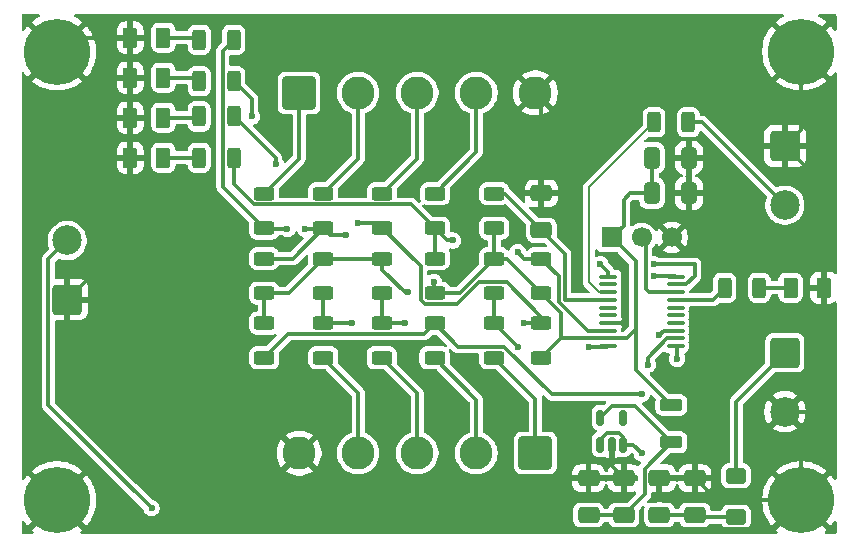
<source format=gbr>
%TF.GenerationSoftware,KiCad,Pcbnew,9.0.6*%
%TF.CreationDate,2026-01-14T12:07:49+08:00*%
%TF.ProjectId,civ2bcd,63697632-6263-4642-9e6b-696361645f70,rev?*%
%TF.SameCoordinates,Original*%
%TF.FileFunction,Copper,L1,Top*%
%TF.FilePolarity,Positive*%
%FSLAX46Y46*%
G04 Gerber Fmt 4.6, Leading zero omitted, Abs format (unit mm)*
G04 Created by KiCad (PCBNEW 9.0.6) date 2026-01-14 12:07:49*
%MOMM*%
%LPD*%
G01*
G04 APERTURE LIST*
G04 Aperture macros list*
%AMRoundRect*
0 Rectangle with rounded corners*
0 $1 Rounding radius*
0 $2 $3 $4 $5 $6 $7 $8 $9 X,Y pos of 4 corners*
0 Add a 4 corners polygon primitive as box body*
4,1,4,$2,$3,$4,$5,$6,$7,$8,$9,$2,$3,0*
0 Add four circle primitives for the rounded corners*
1,1,$1+$1,$2,$3*
1,1,$1+$1,$4,$5*
1,1,$1+$1,$6,$7*
1,1,$1+$1,$8,$9*
0 Add four rect primitives between the rounded corners*
20,1,$1+$1,$2,$3,$4,$5,0*
20,1,$1+$1,$4,$5,$6,$7,0*
20,1,$1+$1,$6,$7,$8,$9,0*
20,1,$1+$1,$8,$9,$2,$3,0*%
G04 Aperture macros list end*
%TA.AperFunction,ComponentPad*%
%ADD10RoundRect,0.250000X-1.000000X1.000000X-1.000000X-1.000000X1.000000X-1.000000X1.000000X1.000000X0*%
%TD*%
%TA.AperFunction,ComponentPad*%
%ADD11C,2.500000*%
%TD*%
%TA.AperFunction,SMDPad,CuDef*%
%ADD12RoundRect,0.250000X-0.375000X-0.625000X0.375000X-0.625000X0.375000X0.625000X-0.375000X0.625000X0*%
%TD*%
%TA.AperFunction,ComponentPad*%
%ADD13R,1.700000X1.700000*%
%TD*%
%TA.AperFunction,ComponentPad*%
%ADD14C,1.700000*%
%TD*%
%TA.AperFunction,SMDPad,CuDef*%
%ADD15RoundRect,0.250000X-0.625000X0.312500X-0.625000X-0.312500X0.625000X-0.312500X0.625000X0.312500X0*%
%TD*%
%TA.AperFunction,SMDPad,CuDef*%
%ADD16RoundRect,0.250000X0.312500X0.625000X-0.312500X0.625000X-0.312500X-0.625000X0.312500X-0.625000X0*%
%TD*%
%TA.AperFunction,SMDPad,CuDef*%
%ADD17RoundRect,0.250000X0.625000X-0.312500X0.625000X0.312500X-0.625000X0.312500X-0.625000X-0.312500X0*%
%TD*%
%TA.AperFunction,ComponentPad*%
%ADD18RoundRect,0.250001X1.149999X1.149999X-1.149999X1.149999X-1.149999X-1.149999X1.149999X-1.149999X0*%
%TD*%
%TA.AperFunction,ComponentPad*%
%ADD19C,2.800000*%
%TD*%
%TA.AperFunction,SMDPad,CuDef*%
%ADD20RoundRect,0.250000X-0.412500X-0.650000X0.412500X-0.650000X0.412500X0.650000X-0.412500X0.650000X0*%
%TD*%
%TA.AperFunction,SMDPad,CuDef*%
%ADD21RoundRect,0.250000X0.650000X-0.412500X0.650000X0.412500X-0.650000X0.412500X-0.650000X-0.412500X0*%
%TD*%
%TA.AperFunction,ComponentPad*%
%ADD22C,5.600000*%
%TD*%
%TA.AperFunction,SMDPad,CuDef*%
%ADD23RoundRect,0.250000X0.375000X0.625000X-0.375000X0.625000X-0.375000X-0.625000X0.375000X-0.625000X0*%
%TD*%
%TA.AperFunction,SMDPad,CuDef*%
%ADD24RoundRect,0.250000X0.700000X-0.275000X0.700000X0.275000X-0.700000X0.275000X-0.700000X-0.275000X0*%
%TD*%
%TA.AperFunction,SMDPad,CuDef*%
%ADD25RoundRect,0.250000X0.600000X-0.400000X0.600000X0.400000X-0.600000X0.400000X-0.600000X-0.400000X0*%
%TD*%
%TA.AperFunction,ComponentPad*%
%ADD26RoundRect,0.250001X-1.149999X-1.149999X1.149999X-1.149999X1.149999X1.149999X-1.149999X1.149999X0*%
%TD*%
%TA.AperFunction,ComponentPad*%
%ADD27RoundRect,0.250000X1.000000X-1.000000X1.000000X1.000000X-1.000000X1.000000X-1.000000X-1.000000X0*%
%TD*%
%TA.AperFunction,SMDPad,CuDef*%
%ADD28RoundRect,0.100000X-0.637500X-0.100000X0.637500X-0.100000X0.637500X0.100000X-0.637500X0.100000X0*%
%TD*%
%TA.AperFunction,SMDPad,CuDef*%
%ADD29RoundRect,0.150000X0.150000X-0.512500X0.150000X0.512500X-0.150000X0.512500X-0.150000X-0.512500X0*%
%TD*%
%TA.AperFunction,ViaPad*%
%ADD30C,0.600000*%
%TD*%
%TA.AperFunction,Conductor*%
%ADD31C,0.300000*%
%TD*%
%TA.AperFunction,Conductor*%
%ADD32C,0.200000*%
%TD*%
G04 APERTURE END LIST*
D10*
%TO.P,J6,1,Pin_1*%
%TO.N,GND*%
X199132500Y-68500000D03*
D11*
%TO.P,J6,2,Pin_2*%
%TO.N,Net-(J2-Pin_2)*%
X199132500Y-73500000D03*
%TD*%
D12*
%TO.P,D3,1,K*%
%TO.N,GND*%
X143700000Y-59330000D03*
%TO.P,D3,2,A*%
%TO.N,Net-(D3-A)*%
X146500000Y-59330000D03*
%TD*%
D13*
%TO.P,J3,1,Pin_1*%
%TO.N,+5V*%
X184475000Y-76242177D03*
D14*
%TO.P,J3,2,Pin_2*%
%TO.N,SWD*%
X187015000Y-76242177D03*
%TO.P,J3,3,Pin_3*%
%TO.N,GND*%
X189555000Y-76242177D03*
%TD*%
D15*
%TO.P,R22,1*%
%TO.N,+5V*%
X160037500Y-78037500D03*
%TO.P,R22,2*%
%TO.N,D2*%
X160037500Y-80962500D03*
%TD*%
D16*
%TO.P,R12,1*%
%TO.N,C1*%
X152462500Y-66000000D03*
%TO.P,R12,2*%
%TO.N,Net-(D5-A)*%
X149537500Y-66000000D03*
%TD*%
D15*
%TO.P,F5,1*%
%TO.N,A2*%
X174500000Y-83500000D03*
%TO.P,F5,2*%
%TO.N,OUT_A2*%
X174500000Y-86425000D03*
%TD*%
D17*
%TO.P,F1,1*%
%TO.N,A1*%
X155037500Y-75462500D03*
%TO.P,F1,2*%
%TO.N,OUT_A1*%
X155037500Y-72537500D03*
%TD*%
D16*
%TO.P,R13,1*%
%TO.N,D1*%
X152462500Y-69500000D03*
%TO.P,R13,2*%
%TO.N,Net-(D6-A)*%
X149537500Y-69500000D03*
%TD*%
D15*
%TO.P,R19,1*%
%TO.N,+5V*%
X174500000Y-78037500D03*
%TO.P,R19,2*%
%TO.N,A2*%
X174500000Y-80962500D03*
%TD*%
D17*
%TO.P,F4,1*%
%TO.N,D1*%
X169500000Y-75462500D03*
%TO.P,F4,2*%
%TO.N,OUT_D1*%
X169500000Y-72537500D03*
%TD*%
D15*
%TO.P,F7,1*%
%TO.N,C2*%
X165000000Y-83500000D03*
%TO.P,F7,2*%
%TO.N,OUT_C2*%
X165000000Y-86425000D03*
%TD*%
D18*
%TO.P,J5,1,Pin_1*%
%TO.N,OUT_A2*%
X178000000Y-94500000D03*
D19*
%TO.P,J5,2,Pin_2*%
%TO.N,OUT_B2*%
X173000000Y-94500000D03*
%TO.P,J5,3,Pin_3*%
%TO.N,OUT_C2*%
X168000000Y-94500000D03*
%TO.P,J5,4,Pin_4*%
%TO.N,OUT_D2*%
X163000000Y-94500000D03*
%TO.P,J5,5,Pin_5*%
%TO.N,GND*%
X158000000Y-94500000D03*
%TD*%
D15*
%TO.P,F8,1*%
%TO.N,D2*%
X160037500Y-83500000D03*
%TO.P,F8,2*%
%TO.N,OUT_D2*%
X160037500Y-86425000D03*
%TD*%
%TO.P,R14,1*%
%TO.N,Net-(U1-PD7)*%
X174500000Y-72537500D03*
%TO.P,R14,2*%
%TO.N,+5V*%
X174500000Y-75462500D03*
%TD*%
D10*
%TO.P,J1,1,Pin_1*%
%TO.N,Net-(D1-A)*%
X199132500Y-86000000D03*
D11*
%TO.P,J1,2,Pin_2*%
%TO.N,GND*%
X199132500Y-91000000D03*
%TD*%
D17*
%TO.P,R5,1*%
%TO.N,+5V*%
X178500000Y-80962500D03*
%TO.P,R5,2*%
%TO.N,A1*%
X178500000Y-78037500D03*
%TD*%
D20*
%TO.P,C9,1*%
%TO.N,+5V*%
X187875000Y-72500000D03*
%TO.P,C9,2*%
%TO.N,GND*%
X191000000Y-72500000D03*
%TD*%
D21*
%TO.P,C4,1*%
%TO.N,Net-(U2-VOUT)*%
X185500000Y-99750000D03*
%TO.P,C4,2*%
%TO.N,GND*%
X185500000Y-96625000D03*
%TD*%
D22*
%TO.P,,1*%
%TO.N,GND*%
X137500000Y-60500000D03*
%TD*%
D23*
%TO.P,D2,1,K*%
%TO.N,GND*%
X202400000Y-80500000D03*
%TO.P,D2,2,A*%
%TO.N,Net-(D2-A)*%
X199600000Y-80500000D03*
%TD*%
D16*
%TO.P,R11,1*%
%TO.N,B1*%
X152462500Y-63000000D03*
%TO.P,R11,2*%
%TO.N,Net-(D4-A)*%
X149537500Y-63000000D03*
%TD*%
D21*
%TO.P,C1,1*%
%TO.N,Net-(D1-K)*%
X188500000Y-99750000D03*
%TO.P,C1,2*%
%TO.N,GND*%
X188500000Y-96625000D03*
%TD*%
D15*
%TO.P,F6,1*%
%TO.N,B2*%
X169462500Y-83500000D03*
%TO.P,F6,2*%
%TO.N,OUT_B2*%
X169462500Y-86425000D03*
%TD*%
D17*
%TO.P,F2,1*%
%TO.N,B1*%
X160037500Y-75462500D03*
%TO.P,F2,2*%
%TO.N,OUT_B1*%
X160037500Y-72537500D03*
%TD*%
D12*
%TO.P,D4,1,K*%
%TO.N,GND*%
X143700000Y-62720000D03*
%TO.P,D4,2,A*%
%TO.N,Net-(D4-A)*%
X146500000Y-62720000D03*
%TD*%
D16*
%TO.P,R9,1*%
%TO.N,Net-(D2-A)*%
X196962500Y-80500000D03*
%TO.P,R9,2*%
%TO.N,Net-(U1-PC7)*%
X194037500Y-80500000D03*
%TD*%
%TO.P,R10,1*%
%TO.N,A1*%
X152462500Y-59500000D03*
%TO.P,R10,2*%
%TO.N,Net-(D3-A)*%
X149537500Y-59500000D03*
%TD*%
%TO.P,R15,1*%
%TO.N,Net-(J2-Pin_2)*%
X190962500Y-66500000D03*
%TO.P,R15,2*%
%TO.N,CI-V*%
X188037500Y-66500000D03*
%TD*%
D17*
%TO.P,F3,1*%
%TO.N,C1*%
X165037500Y-75462500D03*
%TO.P,F3,2*%
%TO.N,OUT_C1*%
X165037500Y-72537500D03*
%TD*%
D22*
%TO.P,,1*%
%TO.N,GND*%
X200500000Y-98500000D03*
%TD*%
D15*
%TO.P,R20,1*%
%TO.N,+5V*%
X155037500Y-83500000D03*
%TO.P,R20,2*%
%TO.N,B2*%
X155037500Y-86425000D03*
%TD*%
D17*
%TO.P,R7,1*%
%TO.N,+5V*%
X178500000Y-86425000D03*
%TO.P,R7,2*%
%TO.N,C1*%
X178500000Y-83500000D03*
%TD*%
D20*
%TO.P,C10,1*%
%TO.N,+5V*%
X187875000Y-69500000D03*
%TO.P,C10,2*%
%TO.N,GND*%
X191000000Y-69500000D03*
%TD*%
D12*
%TO.P,D6,1,K*%
%TO.N,GND*%
X143700000Y-69500000D03*
%TO.P,D6,2,A*%
%TO.N,Net-(D6-A)*%
X146500000Y-69500000D03*
%TD*%
D24*
%TO.P,L1,1,1*%
%TO.N,Net-(U2-VOUT)*%
X189500000Y-93575000D03*
%TO.P,L1,2,2*%
%TO.N,+5V*%
X189500000Y-90425000D03*
%TD*%
D17*
%TO.P,R8,1*%
%TO.N,+5V*%
X169500000Y-80962500D03*
%TO.P,R8,2*%
%TO.N,D1*%
X169500000Y-78037500D03*
%TD*%
D25*
%TO.P,D1,1,K*%
%TO.N,Net-(D1-K)*%
X195000000Y-99915000D03*
%TO.P,D1,2,A*%
%TO.N,Net-(D1-A)*%
X195000000Y-96415000D03*
%TD*%
D12*
%TO.P,D5,1,K*%
%TO.N,GND*%
X143700000Y-66110000D03*
%TO.P,D5,2,A*%
%TO.N,Net-(D5-A)*%
X146500000Y-66110000D03*
%TD*%
D22*
%TO.P,,1*%
%TO.N,GND*%
X200500000Y-60500000D03*
%TD*%
D26*
%TO.P,J4,1,Pin_1*%
%TO.N,OUT_A1*%
X158000000Y-64000000D03*
D19*
%TO.P,J4,2,Pin_2*%
%TO.N,OUT_B1*%
X163000000Y-64000000D03*
%TO.P,J4,3,Pin_3*%
%TO.N,OUT_C1*%
X168000000Y-64000000D03*
%TO.P,J4,4,Pin_4*%
%TO.N,OUT_D1*%
X173000000Y-64000000D03*
%TO.P,J4,5,Pin_5*%
%TO.N,GND*%
X178000000Y-64000000D03*
%TD*%
D21*
%TO.P,C11,1*%
%TO.N,Net-(U1-PD7)*%
X178500000Y-75625000D03*
%TO.P,C11,2*%
%TO.N,GND*%
X178500000Y-72500000D03*
%TD*%
%TO.P,C2,1*%
%TO.N,Net-(D1-K)*%
X191500000Y-99750000D03*
%TO.P,C2,2*%
%TO.N,GND*%
X191500000Y-96625000D03*
%TD*%
D27*
%TO.P,J2,1,Pin_1*%
%TO.N,GND*%
X138367500Y-81500000D03*
D11*
%TO.P,J2,2,Pin_2*%
%TO.N,Net-(J2-Pin_2)*%
X138367500Y-76500000D03*
%TD*%
D28*
%TO.P,U1,1,PD4*%
%TO.N,D1*%
X184137500Y-79575000D03*
%TO.P,U1,2,PD5*%
%TO.N,unconnected-(U1-PD5-Pad2)*%
X184137500Y-80225000D03*
%TO.P,U1,3,PD6*%
%TO.N,CI-V*%
X184137500Y-80875000D03*
%TO.P,U1,4,PD7*%
%TO.N,Net-(U1-PD7)*%
X184137500Y-81525000D03*
%TO.P,U1,5,PA1*%
%TO.N,unconnected-(U1-PA1-Pad5)*%
X184137500Y-82175000D03*
%TO.P,U1,6,PA2*%
%TO.N,unconnected-(U1-PA2-Pad6)*%
X184137500Y-82825000D03*
%TO.P,U1,7,VSS*%
%TO.N,GND*%
X184137500Y-83475000D03*
%TO.P,U1,8,PD0*%
%TO.N,A1*%
X184137500Y-84125000D03*
%TO.P,U1,9,VDD*%
%TO.N,+5V*%
X184137500Y-84775000D03*
%TO.P,U1,10,PC0*%
%TO.N,A2*%
X184137500Y-85425000D03*
%TO.P,U1,11,PC1*%
%TO.N,B2*%
X189862500Y-85425000D03*
%TO.P,U1,12,PC2*%
%TO.N,C2*%
X189862500Y-84775000D03*
%TO.P,U1,13,PC3*%
%TO.N,D2*%
X189862500Y-84125000D03*
%TO.P,U1,14,PC4*%
%TO.N,unconnected-(U1-PC4-Pad14)*%
X189862500Y-83475000D03*
%TO.P,U1,15,PC5*%
%TO.N,unconnected-(U1-PC5-Pad15)*%
X189862500Y-82825000D03*
%TO.P,U1,16,PC6*%
%TO.N,unconnected-(U1-PC6-Pad16)*%
X189862500Y-82175000D03*
%TO.P,U1,17,PC7*%
%TO.N,Net-(U1-PC7)*%
X189862500Y-81525000D03*
%TO.P,U1,18,PD1*%
%TO.N,SWD*%
X189862500Y-80875000D03*
%TO.P,U1,19,PD2*%
%TO.N,B1*%
X189862500Y-80225000D03*
%TO.P,U1,20,PD3*%
%TO.N,C1*%
X189862500Y-79575000D03*
%TD*%
D29*
%TO.P,U2,1,VIN*%
%TO.N,Net-(D1-K)*%
X183500000Y-93775000D03*
%TO.P,U2,2,GND*%
%TO.N,GND*%
X184450000Y-93775000D03*
%TO.P,U2,3,EN*%
%TO.N,Net-(D1-K)*%
X185400000Y-93775000D03*
%TO.P,U2,4,NC*%
%TO.N,unconnected-(U2-NC-Pad4)*%
X185400000Y-91500000D03*
%TO.P,U2,5,VOUT*%
%TO.N,Net-(U2-VOUT)*%
X183500000Y-91500000D03*
%TD*%
D15*
%TO.P,R21,1*%
%TO.N,+5V*%
X165037500Y-78037500D03*
%TO.P,R21,2*%
%TO.N,C2*%
X165037500Y-80962500D03*
%TD*%
D22*
%TO.P,,1*%
%TO.N,GND*%
X137500000Y-98500000D03*
%TD*%
D21*
%TO.P,C6,1*%
%TO.N,Net-(U2-VOUT)*%
X182500000Y-99750000D03*
%TO.P,C6,2*%
%TO.N,GND*%
X182500000Y-96625000D03*
%TD*%
D17*
%TO.P,R6,1*%
%TO.N,+5V*%
X155037500Y-80962500D03*
%TO.P,R6,2*%
%TO.N,B1*%
X155037500Y-78037500D03*
%TD*%
D30*
%TO.N,Net-(J2-Pin_2)*%
X145500000Y-99150000D03*
%TO.N,GND*%
X185500000Y-83500000D03*
%TO.N,Net-(D1-K)*%
X187000000Y-94500000D03*
X188500000Y-99350000D03*
%TO.N,+5V*%
X167200000Y-80900000D03*
X169400000Y-80000000D03*
%TO.N,A1*%
X157000000Y-75500000D03*
X176500000Y-77500000D03*
%TO.N,B1*%
X158500000Y-75500000D03*
X188000000Y-78500000D03*
X162000000Y-76000000D03*
X154000000Y-66000000D03*
%TO.N,C1*%
X156000000Y-70000000D03*
X163000000Y-75000000D03*
X188000000Y-79500000D03*
X177000000Y-83500000D03*
%TO.N,D1*%
X171000000Y-76500000D03*
X183500000Y-78500000D03*
%TO.N,A2*%
X182500000Y-85500000D03*
X176500000Y-85500000D03*
%TO.N,B2*%
X190000000Y-86500000D03*
X187000000Y-89500000D03*
%TO.N,C2*%
X167000000Y-83500000D03*
X187500000Y-87000000D03*
%TO.N,D2*%
X188495089Y-84495089D03*
X162500000Y-83500000D03*
%TD*%
D31*
%TO.N,Net-(J2-Pin_2)*%
X145500000Y-99150000D02*
X136766500Y-90416500D01*
X136766500Y-78101000D02*
X138367500Y-76500000D01*
X136766500Y-90416500D02*
X136766500Y-78101000D01*
%TO.N,GND*%
X198084000Y-100916000D02*
X164416000Y-100916000D01*
X143700000Y-62720000D02*
X143700000Y-59330000D01*
X178500000Y-72500000D02*
X178500000Y-64500000D01*
X200500000Y-98500000D02*
X198084000Y-100916000D01*
X200500000Y-92367500D02*
X199132500Y-91000000D01*
X160125000Y-96625000D02*
X158000000Y-94500000D01*
X200500000Y-67132500D02*
X199132500Y-68500000D01*
X202000000Y-91000000D02*
X199132500Y-91000000D01*
X197499000Y-57499000D02*
X184501000Y-57499000D01*
X138670000Y-59330000D02*
X137500000Y-60500000D01*
X182500000Y-96625000D02*
X160125000Y-96625000D01*
X200500000Y-60500000D02*
X200500000Y-67132500D01*
X143700000Y-76167500D02*
X143700000Y-69500000D01*
X178100000Y-64100000D02*
X178000000Y-64000000D01*
X184501000Y-57499000D02*
X178000000Y-64000000D01*
X178500000Y-64500000D02*
X178000000Y-64000000D01*
X143700000Y-66110000D02*
X143700000Y-62720000D01*
X202400000Y-71767500D02*
X199132500Y-68500000D01*
X202400000Y-80500000D02*
X202400000Y-90600000D01*
X191000000Y-69500000D02*
X191000000Y-72500000D01*
X200500000Y-60500000D02*
X197499000Y-57499000D01*
X200500000Y-98500000D02*
X200500000Y-92367500D01*
X184450000Y-93775000D02*
X184450000Y-95575000D01*
X185500000Y-83500000D02*
X184162500Y-83500000D01*
X202400000Y-90600000D02*
X202000000Y-91000000D01*
X143700000Y-69500000D02*
X143700000Y-66110000D01*
X188500000Y-96625000D02*
X191500000Y-96625000D01*
X191500000Y-96625000D02*
X193375000Y-98500000D01*
X143700000Y-59330000D02*
X138670000Y-59330000D01*
X164416000Y-100916000D02*
X158000000Y-94500000D01*
X185500000Y-96625000D02*
X182500000Y-96625000D01*
X191000000Y-72500000D02*
X191000000Y-74797177D01*
X138367500Y-81500000D02*
X143700000Y-76167500D01*
X191000000Y-74797177D02*
X189555000Y-76242177D01*
X184450000Y-95575000D02*
X185500000Y-96625000D01*
X202400000Y-80500000D02*
X202400000Y-71767500D01*
X184162500Y-83500000D02*
X184137500Y-83475000D01*
X193375000Y-98500000D02*
X200500000Y-98500000D01*
%TO.N,Net-(D1-K)*%
X195000000Y-99915000D02*
X191665000Y-99915000D01*
X191665000Y-99915000D02*
X191500000Y-99750000D01*
X185400000Y-93112501D02*
X185400000Y-93775000D01*
X185400000Y-93775000D02*
X186275000Y-93775000D01*
X184088322Y-92761500D02*
X185048999Y-92761500D01*
X191500000Y-99750000D02*
X188500000Y-99750000D01*
X183500000Y-93775000D02*
X183500000Y-93349822D01*
X183500000Y-93349822D02*
X184088322Y-92761500D01*
X186275000Y-93775000D02*
X187000000Y-94500000D01*
X185048999Y-92761500D02*
X185400000Y-93112501D01*
%TO.N,Net-(U2-VOUT)*%
X183500000Y-91500000D02*
X184513500Y-90486500D01*
X187249000Y-95826000D02*
X187249000Y-98001000D01*
X186411500Y-90486500D02*
X189500000Y-93575000D01*
X185500000Y-99750000D02*
X182500000Y-99750000D01*
X184513500Y-90486500D02*
X186411500Y-90486500D01*
X187249000Y-98001000D02*
X185500000Y-99750000D01*
X189500000Y-93575000D02*
X187249000Y-95826000D01*
%TO.N,+5V*%
X169500000Y-80962500D02*
X171575000Y-80962500D01*
X165037500Y-79002890D02*
X166934610Y-80900000D01*
X160037500Y-78037500D02*
X157112500Y-80962500D01*
X186000000Y-72500000D02*
X185462500Y-73037500D01*
X178500000Y-80962500D02*
X180150000Y-82612500D01*
X184475000Y-76242177D02*
X186500000Y-78267177D01*
X186500000Y-78267177D02*
X186500000Y-83500000D01*
X175575000Y-78037500D02*
X178500000Y-80962500D01*
X185725000Y-84775000D02*
X184137500Y-84775000D01*
X186500000Y-83500000D02*
X186500000Y-84000000D01*
X169400000Y-80000000D02*
X169400000Y-80862500D01*
X186500000Y-87425000D02*
X186500000Y-83500000D01*
X187875000Y-72500000D02*
X186000000Y-72500000D01*
X171575000Y-80962500D02*
X174500000Y-78037500D01*
X169400000Y-80862500D02*
X169500000Y-80962500D01*
X165037500Y-78037500D02*
X165037500Y-79002890D01*
X174500000Y-75462500D02*
X174500000Y-78037500D01*
X187875000Y-72500000D02*
X187875000Y-69500000D01*
X186500000Y-84000000D02*
X185725000Y-84775000D01*
X160037500Y-78037500D02*
X165037500Y-78037500D01*
X166934610Y-80900000D02*
X167200000Y-80900000D01*
X180150000Y-82612500D02*
X180150000Y-84775000D01*
X174500000Y-78037500D02*
X175575000Y-78037500D01*
X178500000Y-86425000D02*
X180150000Y-84775000D01*
X185462500Y-75254677D02*
X184475000Y-76242177D01*
X180150000Y-84775000D02*
X184137500Y-84775000D01*
X157112500Y-80962500D02*
X155037500Y-80962500D01*
X155037500Y-83500000D02*
X155037500Y-80962500D01*
X185462500Y-73037500D02*
X185462500Y-75254677D01*
X189500000Y-90425000D02*
X186500000Y-87425000D01*
%TO.N,Net-(U1-PD7)*%
X175412500Y-72537500D02*
X178500000Y-75625000D01*
X181025000Y-81525000D02*
X184137500Y-81525000D01*
X181000000Y-81500000D02*
X181025000Y-81525000D01*
X178500000Y-75625000D02*
X180500000Y-77625000D01*
X174500000Y-72537500D02*
X175412500Y-72537500D01*
X180500000Y-77625000D02*
X180500000Y-81500000D01*
X180500000Y-81500000D02*
X181000000Y-81500000D01*
%TO.N,Net-(D1-A)*%
X195000000Y-90132500D02*
X195000000Y-96415000D01*
X199132500Y-86000000D02*
X195000000Y-90132500D01*
%TO.N,Net-(D2-A)*%
X196962500Y-80500000D02*
X199600000Y-80500000D01*
%TO.N,Net-(D3-A)*%
X149367500Y-59330000D02*
X149537500Y-59500000D01*
X146500000Y-59330000D02*
X149367500Y-59330000D01*
%TO.N,Net-(D4-A)*%
X149257500Y-62720000D02*
X149537500Y-63000000D01*
X146500000Y-62720000D02*
X149257500Y-62720000D01*
%TO.N,Net-(D5-A)*%
X149427500Y-66110000D02*
X149537500Y-66000000D01*
X146500000Y-66110000D02*
X149427500Y-66110000D01*
%TO.N,Net-(D6-A)*%
X146500000Y-69500000D02*
X149537500Y-69500000D01*
%TO.N,OUT_A1*%
X155037500Y-72537500D02*
X158000000Y-69575000D01*
X158000000Y-69575000D02*
X158000000Y-64000000D01*
%TO.N,A1*%
X178500000Y-78037500D02*
X179999000Y-79536500D01*
X157000000Y-75500000D02*
X155075000Y-75500000D01*
X155075000Y-75500000D02*
X155037500Y-75462500D01*
X151549000Y-60413500D02*
X152462500Y-59500000D01*
X151549000Y-71974000D02*
X151549000Y-60413500D01*
X177037500Y-78037500D02*
X176500000Y-77500000D01*
X182416479Y-84125000D02*
X184137500Y-84125000D01*
X178500000Y-78037500D02*
X177037500Y-78037500D01*
X179999000Y-81707521D02*
X182416479Y-84125000D01*
X179999000Y-79536500D02*
X179999000Y-81707521D01*
X155037500Y-75462500D02*
X151549000Y-71974000D01*
%TO.N,B1*%
X160000000Y-75500000D02*
X160037500Y-75462500D01*
X158500000Y-75500000D02*
X160000000Y-75500000D01*
X189862500Y-80225000D02*
X190775000Y-80225000D01*
X191500000Y-79500000D02*
X191500000Y-78500000D01*
X154000000Y-64537500D02*
X154000000Y-66000000D01*
X152462500Y-63000000D02*
X154000000Y-64537500D01*
X190775000Y-80225000D02*
X191500000Y-79500000D01*
X162000000Y-76000000D02*
X160575000Y-76000000D01*
X160575000Y-76000000D02*
X160037500Y-75462500D01*
X155037500Y-78037500D02*
X157462500Y-78037500D01*
X191500000Y-78500000D02*
X188000000Y-78500000D01*
X157462500Y-78037500D02*
X160037500Y-75462500D01*
%TO.N,OUT_B1*%
X163000000Y-69575000D02*
X163000000Y-64000000D01*
X160037500Y-72537500D02*
X163000000Y-69575000D01*
%TO.N,OUT_C1*%
X165037500Y-72537500D02*
X168000000Y-69575000D01*
X168000000Y-69575000D02*
X168000000Y-64000000D01*
%TO.N,C1*%
X164575000Y-75000000D02*
X165037500Y-75462500D01*
X188000000Y-79500000D02*
X189787500Y-79500000D01*
X168274000Y-81530870D02*
X168619130Y-81876000D01*
X178500000Y-82937500D02*
X178500000Y-83500000D01*
X171370020Y-81876000D02*
X173197020Y-80049000D01*
X168619130Y-81876000D02*
X171370020Y-81876000D01*
X163000000Y-75000000D02*
X164575000Y-75000000D01*
X156000000Y-69537500D02*
X156000000Y-70000000D01*
X152462500Y-66000000D02*
X156000000Y-69537500D01*
X175611500Y-80049000D02*
X178500000Y-82937500D01*
X189787500Y-79500000D02*
X189862500Y-79575000D01*
X178500000Y-83500000D02*
X177000000Y-83500000D01*
X173197020Y-80049000D02*
X175611500Y-80049000D01*
X165037500Y-75462500D02*
X168274000Y-78699000D01*
X168274000Y-78699000D02*
X168274000Y-81530870D01*
%TO.N,OUT_D1*%
X173000000Y-69037500D02*
X173000000Y-64000000D01*
X169500000Y-72537500D02*
X173000000Y-69037500D01*
%TO.N,D1*%
X171000000Y-76500000D02*
X170537500Y-76500000D01*
X184137500Y-79575000D02*
X184137500Y-79137500D01*
X169500000Y-75462500D02*
X167488500Y-73451000D01*
X152462500Y-71756870D02*
X152462500Y-69500000D01*
X184137500Y-79137500D02*
X183500000Y-78500000D01*
X170537500Y-76500000D02*
X169500000Y-75462500D01*
X154156630Y-73451000D02*
X152462500Y-71756870D01*
X167488500Y-73451000D02*
X154156630Y-73451000D01*
X169500000Y-75462500D02*
X169500000Y-78037500D01*
%TO.N,OUT_A2*%
X178000000Y-89925000D02*
X178000000Y-94500000D01*
X174500000Y-86425000D02*
X178000000Y-89925000D01*
%TO.N,A2*%
X182500000Y-85500000D02*
X184062500Y-85500000D01*
X174500000Y-83500000D02*
X176500000Y-85500000D01*
X184062500Y-85500000D02*
X184137500Y-85425000D01*
X174500000Y-83500000D02*
X174500000Y-80962500D01*
%TO.N,B2*%
X169462500Y-83500000D02*
X168549000Y-84413500D01*
X175380870Y-85511500D02*
X179369370Y-89500000D01*
X171474000Y-85511500D02*
X175380870Y-85511500D01*
X179369370Y-89500000D02*
X187000000Y-89500000D01*
X190000000Y-86500000D02*
X190000000Y-85562500D01*
X157049000Y-84413500D02*
X155037500Y-86425000D01*
X168549000Y-84413500D02*
X157049000Y-84413500D01*
X169462500Y-83500000D02*
X171474000Y-85511500D01*
X190000000Y-85562500D02*
X189862500Y-85425000D01*
%TO.N,OUT_B2*%
X169462500Y-86425000D02*
X173000000Y-89962500D01*
X173000000Y-89962500D02*
X173000000Y-94500000D01*
%TO.N,C2*%
X187500000Y-87000000D02*
X187500000Y-86409418D01*
X165000000Y-83500000D02*
X165000000Y-81000000D01*
X187500000Y-86409418D02*
X189134418Y-84775000D01*
X189134418Y-84775000D02*
X189862500Y-84775000D01*
X165000000Y-81000000D02*
X165037500Y-80962500D01*
X165000000Y-83500000D02*
X167000000Y-83500000D01*
%TO.N,OUT_C2*%
X165000000Y-86425000D02*
X168000000Y-89425000D01*
X168000000Y-89425000D02*
X168000000Y-94500000D01*
%TO.N,D2*%
X160037500Y-83500000D02*
X160037500Y-80962500D01*
X188495089Y-84495089D02*
X188865178Y-84125000D01*
X160037500Y-83500000D02*
X162500000Y-83500000D01*
X188865178Y-84125000D02*
X189862500Y-84125000D01*
%TO.N,OUT_D2*%
X160037500Y-86425000D02*
X163000000Y-89387500D01*
X163000000Y-89387500D02*
X163000000Y-94500000D01*
%TO.N,SWD*%
X187322500Y-75775000D02*
X187322500Y-80572500D01*
X187322500Y-80572500D02*
X187625000Y-80875000D01*
X187625000Y-80875000D02*
X189862500Y-80875000D01*
%TO.N,Net-(J2-Pin_2)*%
X192132500Y-66500000D02*
X190962500Y-66500000D01*
X199132500Y-73500000D02*
X192132500Y-66500000D01*
%TO.N,Net-(U1-PC7)*%
X194037500Y-80500000D02*
X193012500Y-81525000D01*
X193012500Y-81525000D02*
X189862500Y-81525000D01*
D32*
%TO.N,CI-V*%
X183400001Y-80875000D02*
X184137500Y-80875000D01*
X182537500Y-72000000D02*
X182537500Y-80012499D01*
X188037500Y-66500000D02*
X182537500Y-72000000D01*
X182537500Y-80012499D02*
X183400001Y-80875000D01*
%TD*%
%TA.AperFunction,Conductor*%
%TO.N,GND*%
G36*
X136279588Y-99542330D02*
G01*
X136457670Y-99720412D01*
X136559300Y-99794251D01*
X135349443Y-101004107D01*
X135478043Y-101109647D01*
X135517377Y-101167393D01*
X135519248Y-101237237D01*
X135483060Y-101297006D01*
X135420304Y-101327721D01*
X135399378Y-101329500D01*
X134624500Y-101329500D01*
X134557461Y-101309815D01*
X134511706Y-101257011D01*
X134500500Y-101205500D01*
X134500500Y-100359548D01*
X134520185Y-100292509D01*
X134572989Y-100246754D01*
X134642147Y-100236810D01*
X134705703Y-100265835D01*
X134727602Y-100290658D01*
X134846205Y-100468161D01*
X134846222Y-100468184D01*
X134995890Y-100650554D01*
X134995891Y-100650555D01*
X136205748Y-99440698D01*
X136279588Y-99542330D01*
G37*
%TD.AperFunction*%
%TA.AperFunction,Conductor*%
G36*
X183243203Y-77245084D02*
G01*
X183272482Y-77282498D01*
X183293185Y-77323129D01*
X183296951Y-77330520D01*
X183296954Y-77330524D01*
X183386652Y-77420222D01*
X183386654Y-77420223D01*
X183386658Y-77420227D01*
X183499696Y-77477823D01*
X183499698Y-77477824D01*
X183593475Y-77492676D01*
X183593481Y-77492677D01*
X184895612Y-77492676D01*
X184962651Y-77512361D01*
X184983293Y-77528995D01*
X185913181Y-78458883D01*
X185946666Y-78520206D01*
X185949500Y-78546564D01*
X185949500Y-83720613D01*
X185929815Y-83787652D01*
X185913181Y-83808294D01*
X185533294Y-84188181D01*
X185506366Y-84202884D01*
X185480548Y-84219477D01*
X185474347Y-84220368D01*
X185471971Y-84221666D01*
X185445613Y-84224500D01*
X185399500Y-84224500D01*
X185332461Y-84204815D01*
X185286706Y-84152011D01*
X185275500Y-84100501D01*
X185275499Y-83977130D01*
X185275498Y-83977111D01*
X185274320Y-83966155D01*
X185286725Y-83897395D01*
X185298794Y-83878115D01*
X185299102Y-83877582D01*
X185359555Y-83731631D01*
X185367012Y-83675000D01*
X185183897Y-83675000D01*
X185162868Y-83668825D01*
X185141002Y-83667344D01*
X185121240Y-83656601D01*
X185116858Y-83655315D01*
X185109961Y-83650547D01*
X185017331Y-83581204D01*
X185015858Y-83580654D01*
X185007635Y-83574547D01*
X184991585Y-83553274D01*
X184972743Y-83534435D01*
X184970866Y-83525814D01*
X184965553Y-83518771D01*
X184963551Y-83492199D01*
X184957886Y-83466163D01*
X184960968Y-83457896D01*
X184960306Y-83449099D01*
X184972987Y-83425665D01*
X184982298Y-83400697D01*
X184990209Y-83393841D01*
X184993560Y-83387650D01*
X185003980Y-83381908D01*
X185011311Y-83375556D01*
X185010230Y-83374112D01*
X185040791Y-83351234D01*
X185109586Y-83299733D01*
X185175050Y-83275316D01*
X185183897Y-83275000D01*
X185367010Y-83275000D01*
X185367011Y-83274998D01*
X185359557Y-83218372D01*
X185359555Y-83218366D01*
X185299100Y-83072412D01*
X185295035Y-83065372D01*
X185296187Y-83064706D01*
X185274039Y-83007421D01*
X185274319Y-82983848D01*
X185275500Y-82972873D01*
X185275499Y-82677128D01*
X185269091Y-82617517D01*
X185241421Y-82543332D01*
X185236438Y-82473642D01*
X185241422Y-82456667D01*
X185269091Y-82382483D01*
X185275500Y-82322873D01*
X185275499Y-82027128D01*
X185269091Y-81967517D01*
X185241421Y-81893332D01*
X185236438Y-81823642D01*
X185241422Y-81806667D01*
X185269091Y-81732483D01*
X185275500Y-81672873D01*
X185275499Y-81377128D01*
X185269091Y-81317517D01*
X185241421Y-81243332D01*
X185236438Y-81173642D01*
X185241420Y-81156672D01*
X185269091Y-81082483D01*
X185275500Y-81022873D01*
X185275499Y-80727128D01*
X185269091Y-80667517D01*
X185241421Y-80593332D01*
X185236438Y-80523642D01*
X185241420Y-80506672D01*
X185269091Y-80432483D01*
X185275500Y-80372873D01*
X185275499Y-80077128D01*
X185269091Y-80017517D01*
X185241421Y-79943332D01*
X185236438Y-79873642D01*
X185241420Y-79856672D01*
X185269091Y-79782483D01*
X185275500Y-79722873D01*
X185275499Y-79427128D01*
X185269091Y-79367517D01*
X185267113Y-79362215D01*
X185218797Y-79232671D01*
X185218793Y-79232664D01*
X185132547Y-79117455D01*
X185132544Y-79117452D01*
X185017335Y-79031206D01*
X185017328Y-79031202D01*
X184882482Y-78980908D01*
X184882483Y-78980908D01*
X184822883Y-78974501D01*
X184822881Y-78974500D01*
X184822873Y-78974500D01*
X184822865Y-78974500D01*
X184750646Y-78974500D01*
X184683607Y-78954815D01*
X184643259Y-78912500D01*
X184578012Y-78799488D01*
X184578008Y-78799483D01*
X184224854Y-78446329D01*
X184191369Y-78385006D01*
X184190946Y-78382978D01*
X184173580Y-78295672D01*
X184170200Y-78287511D01*
X184120778Y-78168195D01*
X184120771Y-78168182D01*
X184044114Y-78053458D01*
X184044111Y-78053454D01*
X183946545Y-77955888D01*
X183946541Y-77955885D01*
X183831817Y-77879228D01*
X183831804Y-77879221D01*
X183704332Y-77826421D01*
X183704322Y-77826418D01*
X183568995Y-77799500D01*
X183568993Y-77799500D01*
X183431007Y-77799500D01*
X183431005Y-77799500D01*
X183295677Y-77826418D01*
X183295672Y-77826420D01*
X183209451Y-77862133D01*
X183139982Y-77869601D01*
X183077503Y-77838325D01*
X183041851Y-77778236D01*
X183038000Y-77747571D01*
X183038000Y-77338797D01*
X183057685Y-77271758D01*
X183110489Y-77226003D01*
X183179647Y-77216059D01*
X183243203Y-77245084D01*
G37*
%TD.AperFunction*%
%TA.AperFunction,Conductor*%
G36*
X199001248Y-57350185D02*
G01*
X199047003Y-57402989D01*
X199056947Y-57472147D01*
X199027922Y-57535703D01*
X198992662Y-57563858D01*
X198801419Y-57666079D01*
X198801401Y-57666090D01*
X198531829Y-57846212D01*
X198531815Y-57846222D01*
X198349444Y-57995890D01*
X198349443Y-57995891D01*
X199559301Y-59205748D01*
X199457670Y-59279588D01*
X199279588Y-59457670D01*
X199205748Y-59559301D01*
X197995891Y-58349443D01*
X197995890Y-58349444D01*
X197846222Y-58531815D01*
X197846212Y-58531829D01*
X197666090Y-58801401D01*
X197666079Y-58801419D01*
X197513240Y-59087359D01*
X197513238Y-59087364D01*
X197389157Y-59386921D01*
X197295033Y-59697207D01*
X197295030Y-59697218D01*
X197231782Y-60015198D01*
X197231779Y-60015215D01*
X197200000Y-60337884D01*
X197200000Y-60662115D01*
X197231779Y-60984784D01*
X197231782Y-60984801D01*
X197295030Y-61302781D01*
X197295033Y-61302792D01*
X197389157Y-61613078D01*
X197513238Y-61912635D01*
X197513240Y-61912640D01*
X197666079Y-62198580D01*
X197666090Y-62198598D01*
X197846212Y-62468170D01*
X197846222Y-62468184D01*
X197995890Y-62650554D01*
X197995891Y-62650555D01*
X199205748Y-61440698D01*
X199279588Y-61542330D01*
X199457670Y-61720412D01*
X199559300Y-61794251D01*
X198349443Y-63004107D01*
X198349444Y-63004108D01*
X198531815Y-63153777D01*
X198531829Y-63153787D01*
X198801401Y-63333909D01*
X198801419Y-63333920D01*
X199087359Y-63486759D01*
X199087364Y-63486761D01*
X199386921Y-63610842D01*
X199697207Y-63704966D01*
X199697218Y-63704969D01*
X200015198Y-63768217D01*
X200015215Y-63768220D01*
X200337884Y-63800000D01*
X200662116Y-63800000D01*
X200984784Y-63768220D01*
X200984801Y-63768217D01*
X201302781Y-63704969D01*
X201302792Y-63704966D01*
X201613078Y-63610842D01*
X201912635Y-63486761D01*
X201912640Y-63486759D01*
X202198580Y-63333920D01*
X202198598Y-63333909D01*
X202468170Y-63153787D01*
X202468183Y-63153777D01*
X202650554Y-63004108D01*
X202650554Y-63004107D01*
X201440698Y-61794251D01*
X201542330Y-61720412D01*
X201720412Y-61542330D01*
X201794251Y-61440698D01*
X203004107Y-62650554D01*
X203004108Y-62650554D01*
X203153777Y-62468183D01*
X203153794Y-62468161D01*
X203272398Y-62290658D01*
X203326010Y-62245852D01*
X203395335Y-62237145D01*
X203458362Y-62267299D01*
X203495082Y-62326742D01*
X203499500Y-62359548D01*
X203499500Y-79239477D01*
X203479815Y-79306516D01*
X203427011Y-79352271D01*
X203357853Y-79362215D01*
X203294297Y-79333190D01*
X203287819Y-79327158D01*
X203243345Y-79282684D01*
X203094124Y-79190643D01*
X203094119Y-79190641D01*
X202927697Y-79135494D01*
X202927690Y-79135493D01*
X202824986Y-79125000D01*
X202650000Y-79125000D01*
X202650000Y-81874999D01*
X202824972Y-81874999D01*
X202824986Y-81874998D01*
X202927697Y-81864505D01*
X203094119Y-81809358D01*
X203094124Y-81809356D01*
X203243345Y-81717315D01*
X203287819Y-81672842D01*
X203349142Y-81639357D01*
X203418834Y-81644341D01*
X203474767Y-81686213D01*
X203499184Y-81751677D01*
X203499500Y-81760523D01*
X203499500Y-96640451D01*
X203479815Y-96707490D01*
X203427011Y-96753245D01*
X203357853Y-96763189D01*
X203294297Y-96734164D01*
X203272398Y-96709342D01*
X203153787Y-96531829D01*
X203153777Y-96531815D01*
X203004108Y-96349444D01*
X203004107Y-96349443D01*
X201794250Y-97559299D01*
X201720412Y-97457670D01*
X201542330Y-97279588D01*
X201440697Y-97205747D01*
X202650555Y-95995891D01*
X202650554Y-95995890D01*
X202468184Y-95846222D01*
X202468170Y-95846212D01*
X202198598Y-95666090D01*
X202198580Y-95666079D01*
X201912640Y-95513240D01*
X201912635Y-95513238D01*
X201613078Y-95389157D01*
X201302792Y-95295033D01*
X201302781Y-95295030D01*
X200984801Y-95231782D01*
X200984784Y-95231779D01*
X200662116Y-95200000D01*
X200337884Y-95200000D01*
X200015215Y-95231779D01*
X200015198Y-95231782D01*
X199697218Y-95295030D01*
X199697207Y-95295033D01*
X199386921Y-95389157D01*
X199087364Y-95513238D01*
X199087359Y-95513240D01*
X198801419Y-95666079D01*
X198801401Y-95666090D01*
X198531829Y-95846212D01*
X198531815Y-95846222D01*
X198349444Y-95995890D01*
X198349443Y-95995891D01*
X199559301Y-97205748D01*
X199457670Y-97279588D01*
X199279588Y-97457670D01*
X199205748Y-97559301D01*
X197995891Y-96349443D01*
X197995890Y-96349444D01*
X197846222Y-96531815D01*
X197846212Y-96531829D01*
X197666090Y-96801401D01*
X197666079Y-96801419D01*
X197513240Y-97087359D01*
X197513238Y-97087364D01*
X197389157Y-97386921D01*
X197295033Y-97697207D01*
X197295030Y-97697218D01*
X197231782Y-98015198D01*
X197231779Y-98015215D01*
X197200000Y-98337884D01*
X197200000Y-98662115D01*
X197231779Y-98984784D01*
X197231782Y-98984801D01*
X197295030Y-99302781D01*
X197295033Y-99302792D01*
X197389157Y-99613078D01*
X197513238Y-99912635D01*
X197513240Y-99912640D01*
X197666079Y-100198580D01*
X197666090Y-100198598D01*
X197846212Y-100468170D01*
X197846222Y-100468184D01*
X197995890Y-100650554D01*
X197995891Y-100650555D01*
X199205748Y-99440698D01*
X199279588Y-99542330D01*
X199457670Y-99720412D01*
X199559300Y-99794251D01*
X198349443Y-101004107D01*
X198478043Y-101109647D01*
X198517377Y-101167393D01*
X198519248Y-101237237D01*
X198483060Y-101297006D01*
X198420304Y-101327721D01*
X198399378Y-101329500D01*
X139600622Y-101329500D01*
X139533583Y-101309815D01*
X139487828Y-101257011D01*
X139477884Y-101187853D01*
X139506909Y-101124297D01*
X139521957Y-101109647D01*
X139650554Y-101004108D01*
X139650554Y-101004107D01*
X138440698Y-99794251D01*
X138542330Y-99720412D01*
X138720412Y-99542330D01*
X138794251Y-99440698D01*
X140004107Y-100650554D01*
X140004108Y-100650554D01*
X140153777Y-100468183D01*
X140153787Y-100468170D01*
X140333909Y-100198598D01*
X140333920Y-100198580D01*
X140486759Y-99912640D01*
X140486761Y-99912635D01*
X140610842Y-99613078D01*
X140704966Y-99302792D01*
X140704969Y-99302781D01*
X140768217Y-98984801D01*
X140768220Y-98984784D01*
X140800000Y-98662115D01*
X140800000Y-98337884D01*
X140768220Y-98015215D01*
X140768217Y-98015198D01*
X140704969Y-97697218D01*
X140704966Y-97697207D01*
X140610842Y-97386921D01*
X140486761Y-97087364D01*
X140486759Y-97087359D01*
X140333920Y-96801419D01*
X140333909Y-96801401D01*
X140153787Y-96531829D01*
X140153777Y-96531815D01*
X140004108Y-96349444D01*
X140004107Y-96349443D01*
X138794250Y-97559299D01*
X138720412Y-97457670D01*
X138542330Y-97279588D01*
X138440697Y-97205747D01*
X139650555Y-95995891D01*
X139650554Y-95995890D01*
X139468184Y-95846222D01*
X139468170Y-95846212D01*
X139198598Y-95666090D01*
X139198580Y-95666079D01*
X138912640Y-95513240D01*
X138912635Y-95513238D01*
X138613078Y-95389157D01*
X138302792Y-95295033D01*
X138302781Y-95295030D01*
X137984801Y-95231782D01*
X137984784Y-95231779D01*
X137662116Y-95200000D01*
X137337884Y-95200000D01*
X137015215Y-95231779D01*
X137015198Y-95231782D01*
X136697218Y-95295030D01*
X136697207Y-95295033D01*
X136386921Y-95389157D01*
X136087364Y-95513238D01*
X136087359Y-95513240D01*
X135801419Y-95666079D01*
X135801401Y-95666090D01*
X135531829Y-95846212D01*
X135531815Y-95846222D01*
X135349444Y-95995890D01*
X135349443Y-95995891D01*
X136559301Y-97205748D01*
X136457670Y-97279588D01*
X136279588Y-97457670D01*
X136205748Y-97559301D01*
X134995891Y-96349443D01*
X134995890Y-96349444D01*
X134846222Y-96531815D01*
X134846212Y-96531829D01*
X134727602Y-96709342D01*
X134673990Y-96754147D01*
X134604665Y-96762854D01*
X134541637Y-96732700D01*
X134504918Y-96673257D01*
X134500500Y-96640451D01*
X134500500Y-78028525D01*
X136216000Y-78028525D01*
X136216000Y-90488975D01*
X136234757Y-90558975D01*
X136253516Y-90628985D01*
X136303267Y-90715158D01*
X136325989Y-90754513D01*
X136325991Y-90754516D01*
X144775144Y-99203669D01*
X144808629Y-99264992D01*
X144809080Y-99267158D01*
X144826418Y-99354322D01*
X144826421Y-99354332D01*
X144879221Y-99481804D01*
X144879228Y-99481817D01*
X144955885Y-99596541D01*
X144955888Y-99596545D01*
X145053454Y-99694111D01*
X145053458Y-99694114D01*
X145168182Y-99770771D01*
X145168195Y-99770778D01*
X145295667Y-99823578D01*
X145295672Y-99823580D01*
X145295676Y-99823580D01*
X145295677Y-99823581D01*
X145431004Y-99850500D01*
X145431007Y-99850500D01*
X145568995Y-99850500D01*
X145660041Y-99832389D01*
X145704328Y-99823580D01*
X145831811Y-99770775D01*
X145946542Y-99694114D01*
X146044114Y-99596542D01*
X146120775Y-99481811D01*
X146173580Y-99354328D01*
X146189995Y-99271806D01*
X146200500Y-99218995D01*
X146200500Y-99081004D01*
X146173581Y-98945677D01*
X146173580Y-98945676D01*
X146173580Y-98945672D01*
X146160153Y-98913256D01*
X146120778Y-98818195D01*
X146120771Y-98818182D01*
X146044114Y-98703458D01*
X146044111Y-98703454D01*
X145946545Y-98605888D01*
X145946541Y-98605885D01*
X145831817Y-98529228D01*
X145831804Y-98529221D01*
X145704332Y-98476421D01*
X145704322Y-98476418D01*
X145617158Y-98459080D01*
X145555247Y-98426695D01*
X145553669Y-98425144D01*
X144216011Y-97087486D01*
X181100001Y-97087486D01*
X181110494Y-97190197D01*
X181165641Y-97356619D01*
X181165643Y-97356624D01*
X181257684Y-97505845D01*
X181381654Y-97629815D01*
X181530875Y-97721856D01*
X181530880Y-97721858D01*
X181697302Y-97777005D01*
X181697309Y-97777006D01*
X181800019Y-97787499D01*
X182249999Y-97787499D01*
X182750000Y-97787499D01*
X183199972Y-97787499D01*
X183199986Y-97787498D01*
X183302697Y-97777005D01*
X183469119Y-97721858D01*
X183469124Y-97721856D01*
X183618345Y-97629815D01*
X183742315Y-97505845D01*
X183834356Y-97356624D01*
X183834359Y-97356617D01*
X183882293Y-97211961D01*
X183922065Y-97154516D01*
X183986581Y-97127692D01*
X184055357Y-97140007D01*
X184106557Y-97187549D01*
X184117705Y-97211959D01*
X184165642Y-97356621D01*
X184165643Y-97356624D01*
X184257684Y-97505845D01*
X184381654Y-97629815D01*
X184530875Y-97721856D01*
X184530880Y-97721858D01*
X184697302Y-97777005D01*
X184697309Y-97777006D01*
X184800019Y-97787499D01*
X185249999Y-97787499D01*
X185250000Y-97787498D01*
X185250000Y-96875000D01*
X184100000Y-96875000D01*
X184087680Y-96887320D01*
X184026357Y-96920804D01*
X183956665Y-96915819D01*
X183912319Y-96887319D01*
X183900000Y-96875000D01*
X182750000Y-96875000D01*
X182750000Y-97787499D01*
X182249999Y-97787499D01*
X182250000Y-97787498D01*
X182250000Y-96875000D01*
X181100001Y-96875000D01*
X181100001Y-97087486D01*
X144216011Y-97087486D01*
X141503991Y-94375466D01*
X156100000Y-94375466D01*
X156100000Y-94624533D01*
X156132508Y-94871463D01*
X156196973Y-95112049D01*
X156292283Y-95342148D01*
X156292288Y-95342159D01*
X156416813Y-95557841D01*
X156416819Y-95557849D01*
X156491400Y-95655045D01*
X157360689Y-94785756D01*
X157379668Y-94831574D01*
X157456274Y-94946224D01*
X157553776Y-95043726D01*
X157668426Y-95120332D01*
X157714242Y-95139309D01*
X156844953Y-96008598D01*
X156942150Y-96083180D01*
X156942158Y-96083186D01*
X157157840Y-96207711D01*
X157157851Y-96207716D01*
X157387950Y-96303026D01*
X157628536Y-96367491D01*
X157875466Y-96400000D01*
X158124534Y-96400000D01*
X158371463Y-96367491D01*
X158612049Y-96303026D01*
X158842148Y-96207716D01*
X158842159Y-96207711D01*
X159057855Y-96083178D01*
X159155045Y-96008600D01*
X159155045Y-96008597D01*
X158285757Y-95139309D01*
X158331574Y-95120332D01*
X158446224Y-95043726D01*
X158543726Y-94946224D01*
X158620332Y-94831574D01*
X158639309Y-94785757D01*
X159508597Y-95655045D01*
X159508600Y-95655045D01*
X159583178Y-95557855D01*
X159707711Y-95342159D01*
X159707716Y-95342148D01*
X159803026Y-95112049D01*
X159867491Y-94871463D01*
X159900000Y-94624533D01*
X159900000Y-94375466D01*
X159867491Y-94128536D01*
X159803026Y-93887950D01*
X159707716Y-93657851D01*
X159707711Y-93657840D01*
X159583186Y-93442158D01*
X159583180Y-93442150D01*
X159508598Y-93344953D01*
X158639309Y-94214242D01*
X158620332Y-94168426D01*
X158543726Y-94053776D01*
X158446224Y-93956274D01*
X158331574Y-93879668D01*
X158285755Y-93860689D01*
X159155045Y-92991400D01*
X159057849Y-92916819D01*
X159057841Y-92916813D01*
X158842159Y-92792288D01*
X158842148Y-92792283D01*
X158612049Y-92696973D01*
X158371463Y-92632508D01*
X158124534Y-92600000D01*
X157875466Y-92600000D01*
X157628536Y-92632508D01*
X157387950Y-92696973D01*
X157157851Y-92792283D01*
X157157847Y-92792285D01*
X156942143Y-92916823D01*
X156844953Y-92991399D01*
X156844953Y-92991400D01*
X157714243Y-93860690D01*
X157668426Y-93879668D01*
X157553776Y-93956274D01*
X157456274Y-94053776D01*
X157379668Y-94168426D01*
X157360690Y-94214243D01*
X156491400Y-93344953D01*
X156491399Y-93344953D01*
X156416823Y-93442143D01*
X156292285Y-93657847D01*
X156292283Y-93657851D01*
X156196973Y-93887950D01*
X156132508Y-94128536D01*
X156100000Y-94375466D01*
X141503991Y-94375466D01*
X137353319Y-90224794D01*
X137319834Y-90163471D01*
X137317000Y-90137113D01*
X137317000Y-83373999D01*
X137336685Y-83306960D01*
X137389489Y-83261205D01*
X137441000Y-83249999D01*
X138117499Y-83249999D01*
X138117500Y-83249998D01*
X138117500Y-82100001D01*
X138177902Y-82125021D01*
X138303481Y-82150000D01*
X138431519Y-82150000D01*
X138557098Y-82125021D01*
X138617500Y-82100001D01*
X138617500Y-83249999D01*
X139417472Y-83249999D01*
X139417486Y-83249998D01*
X139520197Y-83239505D01*
X139686619Y-83184358D01*
X139686624Y-83184356D01*
X139835845Y-83092315D01*
X139959815Y-82968345D01*
X140051856Y-82819124D01*
X140051858Y-82819119D01*
X140107005Y-82652697D01*
X140107006Y-82652690D01*
X140117499Y-82549986D01*
X140117500Y-82549973D01*
X140117500Y-81750000D01*
X138967501Y-81750000D01*
X138992521Y-81689598D01*
X139017500Y-81564019D01*
X139017500Y-81435981D01*
X138992521Y-81310402D01*
X138967501Y-81250000D01*
X140117499Y-81250000D01*
X140117499Y-80450028D01*
X140117498Y-80450013D01*
X140107005Y-80347302D01*
X140051858Y-80180880D01*
X140051856Y-80180875D01*
X139959815Y-80031654D01*
X139835845Y-79907684D01*
X139686624Y-79815643D01*
X139686619Y-79815641D01*
X139520197Y-79760494D01*
X139520190Y-79760493D01*
X139417486Y-79750000D01*
X138617500Y-79750000D01*
X138617500Y-80899998D01*
X138557098Y-80874979D01*
X138431519Y-80850000D01*
X138303481Y-80850000D01*
X138177902Y-80874979D01*
X138117500Y-80899998D01*
X138117500Y-79750000D01*
X137441000Y-79750000D01*
X137373961Y-79730315D01*
X137328206Y-79677511D01*
X137317000Y-79626000D01*
X137317000Y-78380386D01*
X137336685Y-78313347D01*
X137353315Y-78292709D01*
X137592396Y-78053627D01*
X137653719Y-78020143D01*
X137723411Y-78025127D01*
X137729403Y-78027761D01*
X137729424Y-78027713D01*
X137733915Y-78029572D01*
X137733928Y-78029579D01*
X137981007Y-78109860D01*
X138113206Y-78130797D01*
X138237598Y-78150500D01*
X138237603Y-78150500D01*
X138497402Y-78150500D01*
X138610798Y-78132539D01*
X138753993Y-78109860D01*
X139001072Y-78029579D01*
X139232551Y-77911634D01*
X139442729Y-77758931D01*
X139626431Y-77575229D01*
X139779134Y-77365051D01*
X139897079Y-77133572D01*
X139977360Y-76886493D01*
X140006212Y-76704328D01*
X140018000Y-76629902D01*
X140018000Y-76370097D01*
X139988413Y-76183294D01*
X139977360Y-76113507D01*
X139897079Y-75866428D01*
X139897077Y-75866425D01*
X139897077Y-75866423D01*
X139838703Y-75751860D01*
X139779134Y-75634949D01*
X139626431Y-75424771D01*
X139442729Y-75241069D01*
X139392159Y-75204328D01*
X139232554Y-75088368D01*
X139232553Y-75088367D01*
X139232551Y-75088366D01*
X139139814Y-75041114D01*
X139001076Y-74970422D01*
X138753993Y-74890140D01*
X138497402Y-74849500D01*
X138497397Y-74849500D01*
X138237603Y-74849500D01*
X138237598Y-74849500D01*
X137981006Y-74890140D01*
X137733923Y-74970422D01*
X137502445Y-75088368D01*
X137292274Y-75241066D01*
X137292268Y-75241071D01*
X137108571Y-75424768D01*
X137108566Y-75424774D01*
X136955868Y-75634945D01*
X136837922Y-75866423D01*
X136757640Y-76113506D01*
X136717000Y-76370097D01*
X136717000Y-76629902D01*
X136757640Y-76886493D01*
X136837922Y-77133575D01*
X136839785Y-77138071D01*
X136838115Y-77138762D01*
X136849568Y-77199824D01*
X136823277Y-77264558D01*
X136813871Y-77275102D01*
X136325991Y-77762983D01*
X136325990Y-77762985D01*
X136289367Y-77826420D01*
X136289224Y-77826667D01*
X136289223Y-77826668D01*
X136253517Y-77888512D01*
X136253516Y-77888513D01*
X136237175Y-77949500D01*
X136216000Y-78028525D01*
X134500500Y-78028525D01*
X134500500Y-70174986D01*
X142575001Y-70174986D01*
X142585494Y-70277697D01*
X142640641Y-70444119D01*
X142640643Y-70444124D01*
X142732684Y-70593345D01*
X142856654Y-70717315D01*
X143005875Y-70809356D01*
X143005880Y-70809358D01*
X143172302Y-70864505D01*
X143172309Y-70864506D01*
X143275019Y-70874999D01*
X143449999Y-70874999D01*
X143950000Y-70874999D01*
X144124972Y-70874999D01*
X144124986Y-70874998D01*
X144227697Y-70864505D01*
X144394119Y-70809358D01*
X144394124Y-70809356D01*
X144543345Y-70717315D01*
X144667315Y-70593345D01*
X144759356Y-70444124D01*
X144759358Y-70444119D01*
X144814505Y-70277697D01*
X144814506Y-70277690D01*
X144824999Y-70174986D01*
X144825000Y-70174973D01*
X144825000Y-69750000D01*
X143950000Y-69750000D01*
X143950000Y-70874999D01*
X143449999Y-70874999D01*
X143450000Y-70874998D01*
X143450000Y-69750000D01*
X142575001Y-69750000D01*
X142575001Y-70174986D01*
X134500500Y-70174986D01*
X134500500Y-68825013D01*
X142575000Y-68825013D01*
X142575000Y-69250000D01*
X143450000Y-69250000D01*
X143950000Y-69250000D01*
X144824999Y-69250000D01*
X144824999Y-68825028D01*
X144824998Y-68825021D01*
X144824432Y-68819476D01*
X144824432Y-68819472D01*
X144823393Y-68809298D01*
X145474500Y-68809298D01*
X145474500Y-70190701D01*
X145477401Y-70227567D01*
X145477402Y-70227573D01*
X145523254Y-70385393D01*
X145523255Y-70385396D01*
X145606917Y-70526862D01*
X145606923Y-70526870D01*
X145723129Y-70643076D01*
X145723133Y-70643079D01*
X145723135Y-70643081D01*
X145864602Y-70726744D01*
X145886999Y-70733251D01*
X146022426Y-70772597D01*
X146022429Y-70772597D01*
X146022431Y-70772598D01*
X146059306Y-70775500D01*
X146059314Y-70775500D01*
X146940686Y-70775500D01*
X146940694Y-70775500D01*
X146977569Y-70772598D01*
X146977571Y-70772597D01*
X146977573Y-70772597D01*
X147049348Y-70751744D01*
X147135398Y-70726744D01*
X147276865Y-70643081D01*
X147393081Y-70526865D01*
X147476744Y-70385398D01*
X147522598Y-70227569D01*
X147525500Y-70190694D01*
X147525500Y-70174500D01*
X147545185Y-70107461D01*
X147597989Y-70061706D01*
X147649500Y-70050500D01*
X148450500Y-70050500D01*
X148517539Y-70070185D01*
X148563294Y-70122989D01*
X148574500Y-70174500D01*
X148574500Y-70190701D01*
X148577401Y-70227567D01*
X148577402Y-70227573D01*
X148623254Y-70385393D01*
X148623255Y-70385396D01*
X148706917Y-70526862D01*
X148706923Y-70526870D01*
X148823129Y-70643076D01*
X148823133Y-70643079D01*
X148823135Y-70643081D01*
X148964602Y-70726744D01*
X148986999Y-70733251D01*
X149122426Y-70772597D01*
X149122429Y-70772597D01*
X149122431Y-70772598D01*
X149159306Y-70775500D01*
X149159314Y-70775500D01*
X149915686Y-70775500D01*
X149915694Y-70775500D01*
X149952569Y-70772598D01*
X149952571Y-70772597D01*
X149952573Y-70772597D01*
X150024348Y-70751744D01*
X150110398Y-70726744D01*
X150251865Y-70643081D01*
X150368081Y-70526865D01*
X150451744Y-70385398D01*
X150497598Y-70227569D01*
X150500500Y-70190694D01*
X150500500Y-68809306D01*
X150497598Y-68772431D01*
X150493438Y-68758113D01*
X150451745Y-68614606D01*
X150451744Y-68614603D01*
X150451744Y-68614602D01*
X150368081Y-68473135D01*
X150368079Y-68473133D01*
X150368076Y-68473129D01*
X150251870Y-68356923D01*
X150251862Y-68356917D01*
X150110396Y-68273255D01*
X150110393Y-68273254D01*
X149952573Y-68227402D01*
X149952567Y-68227401D01*
X149915701Y-68224500D01*
X149915694Y-68224500D01*
X149159306Y-68224500D01*
X149159298Y-68224500D01*
X149122432Y-68227401D01*
X149122426Y-68227402D01*
X148964606Y-68273254D01*
X148964603Y-68273255D01*
X148823137Y-68356917D01*
X148823129Y-68356923D01*
X148706923Y-68473129D01*
X148706917Y-68473137D01*
X148623255Y-68614603D01*
X148623254Y-68614606D01*
X148577402Y-68772426D01*
X148577401Y-68772432D01*
X148574500Y-68809298D01*
X148574500Y-68825500D01*
X148554815Y-68892539D01*
X148502011Y-68938294D01*
X148450500Y-68949500D01*
X147649500Y-68949500D01*
X147582461Y-68929815D01*
X147536706Y-68877011D01*
X147525500Y-68825500D01*
X147525500Y-68809313D01*
X147525499Y-68809298D01*
X147525388Y-68807890D01*
X147522598Y-68772431D01*
X147518438Y-68758113D01*
X147476745Y-68614606D01*
X147476744Y-68614603D01*
X147476744Y-68614602D01*
X147393081Y-68473135D01*
X147393079Y-68473133D01*
X147393076Y-68473129D01*
X147276870Y-68356923D01*
X147276862Y-68356917D01*
X147135396Y-68273255D01*
X147135393Y-68273254D01*
X146977573Y-68227402D01*
X146977567Y-68227401D01*
X146940701Y-68224500D01*
X146940694Y-68224500D01*
X146059306Y-68224500D01*
X146059298Y-68224500D01*
X146022432Y-68227401D01*
X146022426Y-68227402D01*
X145864606Y-68273254D01*
X145864603Y-68273255D01*
X145723137Y-68356917D01*
X145723129Y-68356923D01*
X145606923Y-68473129D01*
X145606917Y-68473137D01*
X145523255Y-68614603D01*
X145523254Y-68614606D01*
X145477402Y-68772426D01*
X145477401Y-68772432D01*
X145474500Y-68809298D01*
X144823393Y-68809298D01*
X144814506Y-68722303D01*
X144759358Y-68555880D01*
X144759356Y-68555875D01*
X144667315Y-68406654D01*
X144543345Y-68282684D01*
X144394124Y-68190643D01*
X144394119Y-68190641D01*
X144227697Y-68135494D01*
X144227690Y-68135493D01*
X144124986Y-68125000D01*
X143950000Y-68125000D01*
X143950000Y-69250000D01*
X143450000Y-69250000D01*
X143450000Y-68125000D01*
X143275029Y-68125000D01*
X143275012Y-68125001D01*
X143172302Y-68135494D01*
X143005880Y-68190641D01*
X143005875Y-68190643D01*
X142856654Y-68282684D01*
X142732684Y-68406654D01*
X142640643Y-68555875D01*
X142640641Y-68555880D01*
X142585494Y-68722302D01*
X142585493Y-68722309D01*
X142575000Y-68825013D01*
X134500500Y-68825013D01*
X134500500Y-66784986D01*
X142575001Y-66784986D01*
X142585494Y-66887697D01*
X142640641Y-67054119D01*
X142640643Y-67054124D01*
X142732684Y-67203345D01*
X142856654Y-67327315D01*
X143005875Y-67419356D01*
X143005880Y-67419358D01*
X143172302Y-67474505D01*
X143172309Y-67474506D01*
X143275019Y-67484999D01*
X143449999Y-67484999D01*
X143950000Y-67484999D01*
X144124972Y-67484999D01*
X144124986Y-67484998D01*
X144227697Y-67474505D01*
X144394119Y-67419358D01*
X144394124Y-67419356D01*
X144543345Y-67327315D01*
X144667315Y-67203345D01*
X144759356Y-67054124D01*
X144759358Y-67054119D01*
X144814505Y-66887697D01*
X144814506Y-66887690D01*
X144824999Y-66784986D01*
X144825000Y-66784973D01*
X144825000Y-66360000D01*
X143950000Y-66360000D01*
X143950000Y-67484999D01*
X143449999Y-67484999D01*
X143450000Y-67484998D01*
X143450000Y-66360000D01*
X142575001Y-66360000D01*
X142575001Y-66784986D01*
X134500500Y-66784986D01*
X134500500Y-65435013D01*
X142575000Y-65435013D01*
X142575000Y-65860000D01*
X143450000Y-65860000D01*
X143950000Y-65860000D01*
X144824999Y-65860000D01*
X144824999Y-65435028D01*
X144824998Y-65435021D01*
X144824432Y-65429476D01*
X144824432Y-65429472D01*
X144823393Y-65419298D01*
X145474500Y-65419298D01*
X145474500Y-66800701D01*
X145477401Y-66837567D01*
X145477402Y-66837573D01*
X145523254Y-66995393D01*
X145523255Y-66995396D01*
X145523256Y-66995398D01*
X145544698Y-67031654D01*
X145606917Y-67136862D01*
X145606923Y-67136870D01*
X145723129Y-67253076D01*
X145723133Y-67253079D01*
X145723135Y-67253081D01*
X145864602Y-67336744D01*
X145900943Y-67347302D01*
X146022426Y-67382597D01*
X146022429Y-67382597D01*
X146022431Y-67382598D01*
X146059306Y-67385500D01*
X146059314Y-67385500D01*
X146940686Y-67385500D01*
X146940694Y-67385500D01*
X146977569Y-67382598D01*
X146977571Y-67382597D01*
X146977573Y-67382597D01*
X147019191Y-67370505D01*
X147135398Y-67336744D01*
X147276865Y-67253081D01*
X147393081Y-67136865D01*
X147476744Y-66995398D01*
X147522598Y-66837569D01*
X147525500Y-66800694D01*
X147525500Y-66784500D01*
X147545185Y-66717461D01*
X147597989Y-66671706D01*
X147649500Y-66660500D01*
X148464815Y-66660500D01*
X148531854Y-66680185D01*
X148577609Y-66732989D01*
X148583891Y-66749905D01*
X148623254Y-66885393D01*
X148623255Y-66885396D01*
X148623256Y-66885398D01*
X148624616Y-66887697D01*
X148706917Y-67026862D01*
X148706923Y-67026870D01*
X148823129Y-67143076D01*
X148823133Y-67143079D01*
X148823135Y-67143081D01*
X148964602Y-67226744D01*
X149006224Y-67238836D01*
X149122426Y-67272597D01*
X149122429Y-67272597D01*
X149122431Y-67272598D01*
X149159306Y-67275500D01*
X149159314Y-67275500D01*
X149915686Y-67275500D01*
X149915694Y-67275500D01*
X149952569Y-67272598D01*
X149952571Y-67272597D01*
X149952573Y-67272597D01*
X150019746Y-67253081D01*
X150110398Y-67226744D01*
X150251865Y-67143081D01*
X150368081Y-67026865D01*
X150451744Y-66885398D01*
X150489574Y-66755186D01*
X150497597Y-66727573D01*
X150497598Y-66727567D01*
X150498393Y-66717461D01*
X150500500Y-66690694D01*
X150500500Y-65309306D01*
X150497598Y-65272431D01*
X150484515Y-65227401D01*
X150451745Y-65114606D01*
X150451744Y-65114603D01*
X150451744Y-65114602D01*
X150368081Y-64973135D01*
X150368079Y-64973133D01*
X150368076Y-64973129D01*
X150251870Y-64856923D01*
X150251862Y-64856917D01*
X150110396Y-64773255D01*
X150110393Y-64773254D01*
X149952573Y-64727402D01*
X149952567Y-64727401D01*
X149915701Y-64724500D01*
X149915694Y-64724500D01*
X149159306Y-64724500D01*
X149159298Y-64724500D01*
X149122432Y-64727401D01*
X149122426Y-64727402D01*
X148964606Y-64773254D01*
X148964603Y-64773255D01*
X148823137Y-64856917D01*
X148823129Y-64856923D01*
X148706923Y-64973129D01*
X148706917Y-64973137D01*
X148623255Y-65114603D01*
X148623254Y-65114606D01*
X148577402Y-65272426D01*
X148577401Y-65272432D01*
X148574500Y-65309298D01*
X148574500Y-65435500D01*
X148554815Y-65502539D01*
X148502011Y-65548294D01*
X148450500Y-65559500D01*
X147649500Y-65559500D01*
X147582461Y-65539815D01*
X147536706Y-65487011D01*
X147525500Y-65435500D01*
X147525500Y-65419313D01*
X147525499Y-65419298D01*
X147524798Y-65410395D01*
X147522598Y-65382431D01*
X147515187Y-65356923D01*
X147476745Y-65224606D01*
X147476744Y-65224603D01*
X147476744Y-65224602D01*
X147393081Y-65083135D01*
X147393079Y-65083133D01*
X147393076Y-65083129D01*
X147276870Y-64966923D01*
X147276862Y-64966917D01*
X147135396Y-64883255D01*
X147135393Y-64883254D01*
X146977573Y-64837402D01*
X146977567Y-64837401D01*
X146940701Y-64834500D01*
X146940694Y-64834500D01*
X146059306Y-64834500D01*
X146059298Y-64834500D01*
X146022432Y-64837401D01*
X146022426Y-64837402D01*
X145864606Y-64883254D01*
X145864603Y-64883255D01*
X145723137Y-64966917D01*
X145723129Y-64966923D01*
X145606923Y-65083129D01*
X145606917Y-65083137D01*
X145523255Y-65224603D01*
X145523254Y-65224606D01*
X145477402Y-65382426D01*
X145477401Y-65382432D01*
X145474500Y-65419298D01*
X144823393Y-65419298D01*
X144814506Y-65332303D01*
X144759358Y-65165880D01*
X144759356Y-65165875D01*
X144667315Y-65016654D01*
X144543345Y-64892684D01*
X144394124Y-64800643D01*
X144394119Y-64800641D01*
X144227697Y-64745494D01*
X144227690Y-64745493D01*
X144124986Y-64735000D01*
X143950000Y-64735000D01*
X143950000Y-65860000D01*
X143450000Y-65860000D01*
X143450000Y-64735000D01*
X143275029Y-64735000D01*
X143275012Y-64735001D01*
X143172302Y-64745494D01*
X143005880Y-64800641D01*
X143005875Y-64800643D01*
X142856654Y-64892684D01*
X142732684Y-65016654D01*
X142640643Y-65165875D01*
X142640641Y-65165880D01*
X142585494Y-65332302D01*
X142585493Y-65332309D01*
X142575000Y-65435013D01*
X134500500Y-65435013D01*
X134500500Y-62359548D01*
X134520185Y-62292509D01*
X134572989Y-62246754D01*
X134642147Y-62236810D01*
X134705703Y-62265835D01*
X134727602Y-62290658D01*
X134846205Y-62468161D01*
X134846222Y-62468184D01*
X134995890Y-62650554D01*
X134995891Y-62650555D01*
X136205748Y-61440698D01*
X136279588Y-61542330D01*
X136457670Y-61720412D01*
X136559300Y-61794251D01*
X135349443Y-63004107D01*
X135349444Y-63004108D01*
X135531815Y-63153777D01*
X135531829Y-63153787D01*
X135801401Y-63333909D01*
X135801419Y-63333920D01*
X136087359Y-63486759D01*
X136087364Y-63486761D01*
X136386921Y-63610842D01*
X136697207Y-63704966D01*
X136697218Y-63704969D01*
X137015198Y-63768217D01*
X137015215Y-63768220D01*
X137337884Y-63800000D01*
X137662116Y-63800000D01*
X137984784Y-63768220D01*
X137984801Y-63768217D01*
X138302781Y-63704969D01*
X138302792Y-63704966D01*
X138613078Y-63610842D01*
X138912635Y-63486761D01*
X138912640Y-63486759D01*
X139084334Y-63394986D01*
X142575001Y-63394986D01*
X142585494Y-63497697D01*
X142640641Y-63664119D01*
X142640643Y-63664124D01*
X142732684Y-63813345D01*
X142856654Y-63937315D01*
X143005875Y-64029356D01*
X143005880Y-64029358D01*
X143172302Y-64084505D01*
X143172309Y-64084506D01*
X143275019Y-64094999D01*
X143449999Y-64094999D01*
X143950000Y-64094999D01*
X144124972Y-64094999D01*
X144124986Y-64094998D01*
X144227697Y-64084505D01*
X144394119Y-64029358D01*
X144394124Y-64029356D01*
X144543345Y-63937315D01*
X144667315Y-63813345D01*
X144759356Y-63664124D01*
X144759358Y-63664119D01*
X144814505Y-63497697D01*
X144814506Y-63497690D01*
X144824999Y-63394986D01*
X144825000Y-63394973D01*
X144825000Y-62970000D01*
X143950000Y-62970000D01*
X143950000Y-64094999D01*
X143449999Y-64094999D01*
X143450000Y-64094998D01*
X143450000Y-62970000D01*
X142575001Y-62970000D01*
X142575001Y-63394986D01*
X139084334Y-63394986D01*
X139198580Y-63333920D01*
X139198598Y-63333909D01*
X139468170Y-63153787D01*
X139468183Y-63153777D01*
X139650554Y-63004108D01*
X139650554Y-63004107D01*
X138440698Y-61794251D01*
X138542330Y-61720412D01*
X138720412Y-61542330D01*
X138794251Y-61440698D01*
X140004107Y-62650554D01*
X140004108Y-62650554D01*
X140153777Y-62468183D01*
X140153787Y-62468170D01*
X140333909Y-62198598D01*
X140333915Y-62198588D01*
X140416004Y-62045013D01*
X142575000Y-62045013D01*
X142575000Y-62470000D01*
X143450000Y-62470000D01*
X143950000Y-62470000D01*
X144824999Y-62470000D01*
X144824999Y-62045028D01*
X144824998Y-62045021D01*
X144824432Y-62039476D01*
X144824432Y-62039472D01*
X144823393Y-62029298D01*
X145474500Y-62029298D01*
X145474500Y-63410701D01*
X145477401Y-63447567D01*
X145477402Y-63447573D01*
X145523254Y-63605393D01*
X145523255Y-63605396D01*
X145606917Y-63746862D01*
X145606923Y-63746870D01*
X145723129Y-63863076D01*
X145723133Y-63863079D01*
X145723135Y-63863081D01*
X145864602Y-63946744D01*
X145906224Y-63958836D01*
X146022426Y-63992597D01*
X146022429Y-63992597D01*
X146022431Y-63992598D01*
X146059306Y-63995500D01*
X146059314Y-63995500D01*
X146940686Y-63995500D01*
X146940694Y-63995500D01*
X146977569Y-63992598D01*
X146977571Y-63992597D01*
X146977573Y-63992597D01*
X147019191Y-63980505D01*
X147135398Y-63946744D01*
X147276865Y-63863081D01*
X147393081Y-63746865D01*
X147476744Y-63605398D01*
X147522598Y-63447569D01*
X147525500Y-63410694D01*
X147525500Y-63394500D01*
X147545185Y-63327461D01*
X147597989Y-63281706D01*
X147649500Y-63270500D01*
X148450500Y-63270500D01*
X148517539Y-63290185D01*
X148563294Y-63342989D01*
X148574500Y-63394500D01*
X148574500Y-63690701D01*
X148577401Y-63727567D01*
X148577402Y-63727573D01*
X148623254Y-63885393D01*
X148623255Y-63885396D01*
X148623256Y-63885398D01*
X148659536Y-63946744D01*
X148706917Y-64026862D01*
X148706923Y-64026870D01*
X148823129Y-64143076D01*
X148823133Y-64143079D01*
X148823135Y-64143081D01*
X148964602Y-64226744D01*
X149006224Y-64238836D01*
X149122426Y-64272597D01*
X149122429Y-64272597D01*
X149122431Y-64272598D01*
X149159306Y-64275500D01*
X149159314Y-64275500D01*
X149915686Y-64275500D01*
X149915694Y-64275500D01*
X149952569Y-64272598D01*
X149952571Y-64272597D01*
X149952573Y-64272597D01*
X150013788Y-64254812D01*
X150110398Y-64226744D01*
X150251865Y-64143081D01*
X150368081Y-64026865D01*
X150451744Y-63885398D01*
X150485789Y-63768217D01*
X150497597Y-63727573D01*
X150497598Y-63727567D01*
X150500500Y-63690694D01*
X150500500Y-62309306D01*
X150497598Y-62272431D01*
X150490574Y-62248256D01*
X150451745Y-62114606D01*
X150451744Y-62114603D01*
X150451744Y-62114602D01*
X150368081Y-61973135D01*
X150368079Y-61973133D01*
X150368076Y-61973129D01*
X150251870Y-61856923D01*
X150251862Y-61856917D01*
X150114835Y-61775880D01*
X150110398Y-61773256D01*
X150110397Y-61773255D01*
X150110396Y-61773255D01*
X150110393Y-61773254D01*
X149952573Y-61727402D01*
X149952567Y-61727401D01*
X149915701Y-61724500D01*
X149915694Y-61724500D01*
X149159306Y-61724500D01*
X149159298Y-61724500D01*
X149122432Y-61727401D01*
X149122426Y-61727402D01*
X148964606Y-61773254D01*
X148964603Y-61773255D01*
X148823137Y-61856917D01*
X148823129Y-61856923D01*
X148706923Y-61973129D01*
X148706916Y-61973138D01*
X148626793Y-62108621D01*
X148575724Y-62156304D01*
X148520061Y-62169500D01*
X147649500Y-62169500D01*
X147582461Y-62149815D01*
X147536706Y-62097011D01*
X147525500Y-62045500D01*
X147525500Y-62029313D01*
X147525499Y-62029298D01*
X147522598Y-61992432D01*
X147522597Y-61992426D01*
X147476745Y-61834606D01*
X147476744Y-61834603D01*
X147476744Y-61834602D01*
X147393081Y-61693135D01*
X147393079Y-61693133D01*
X147393076Y-61693129D01*
X147276870Y-61576923D01*
X147276862Y-61576917D01*
X147135396Y-61493255D01*
X147135393Y-61493254D01*
X146977573Y-61447402D01*
X146977567Y-61447401D01*
X146940701Y-61444500D01*
X146940694Y-61444500D01*
X146059306Y-61444500D01*
X146059298Y-61444500D01*
X146022432Y-61447401D01*
X146022426Y-61447402D01*
X145864606Y-61493254D01*
X145864603Y-61493255D01*
X145723137Y-61576917D01*
X145723129Y-61576923D01*
X145606923Y-61693129D01*
X145606917Y-61693137D01*
X145523255Y-61834603D01*
X145523254Y-61834606D01*
X145477402Y-61992426D01*
X145477401Y-61992432D01*
X145474500Y-62029298D01*
X144823393Y-62029298D01*
X144814506Y-61942303D01*
X144759358Y-61775880D01*
X144759356Y-61775875D01*
X144667315Y-61626654D01*
X144543345Y-61502684D01*
X144394124Y-61410643D01*
X144394119Y-61410641D01*
X144227697Y-61355494D01*
X144227690Y-61355493D01*
X144124986Y-61345000D01*
X143950000Y-61345000D01*
X143950000Y-62470000D01*
X143450000Y-62470000D01*
X143450000Y-61345000D01*
X143275029Y-61345000D01*
X143275012Y-61345001D01*
X143172302Y-61355494D01*
X143005880Y-61410641D01*
X143005875Y-61410643D01*
X142856654Y-61502684D01*
X142732684Y-61626654D01*
X142640643Y-61775875D01*
X142640641Y-61775880D01*
X142585494Y-61942302D01*
X142585493Y-61942309D01*
X142575000Y-62045013D01*
X140416004Y-62045013D01*
X140448932Y-61983410D01*
X140448933Y-61983408D01*
X140486759Y-61912640D01*
X140486761Y-61912635D01*
X140610842Y-61613078D01*
X140704966Y-61302792D01*
X140704969Y-61302781D01*
X140768217Y-60984801D01*
X140768220Y-60984784D01*
X140800000Y-60662115D01*
X140800000Y-60337884D01*
X140768220Y-60015215D01*
X140768217Y-60015198D01*
X140766186Y-60004986D01*
X142575001Y-60004986D01*
X142585494Y-60107697D01*
X142640641Y-60274119D01*
X142640643Y-60274124D01*
X142732684Y-60423345D01*
X142856654Y-60547315D01*
X143005875Y-60639356D01*
X143005880Y-60639358D01*
X143172302Y-60694505D01*
X143172309Y-60694506D01*
X143275019Y-60704999D01*
X143449999Y-60704999D01*
X143950000Y-60704999D01*
X144124972Y-60704999D01*
X144124986Y-60704998D01*
X144227697Y-60694505D01*
X144394119Y-60639358D01*
X144394124Y-60639356D01*
X144543345Y-60547315D01*
X144667315Y-60423345D01*
X144759356Y-60274124D01*
X144759358Y-60274119D01*
X144814505Y-60107697D01*
X144814506Y-60107690D01*
X144824999Y-60004986D01*
X144825000Y-60004973D01*
X144825000Y-59580000D01*
X143950000Y-59580000D01*
X143950000Y-60704999D01*
X143449999Y-60704999D01*
X143450000Y-60704998D01*
X143450000Y-59580000D01*
X142575001Y-59580000D01*
X142575001Y-60004986D01*
X140766186Y-60004986D01*
X140704969Y-59697218D01*
X140704966Y-59697207D01*
X140664750Y-59564633D01*
X140610842Y-59386921D01*
X140486761Y-59087364D01*
X140486759Y-59087359D01*
X140333920Y-58801419D01*
X140333903Y-58801391D01*
X140280025Y-58720756D01*
X140280024Y-58720755D01*
X140236096Y-58655013D01*
X142575000Y-58655013D01*
X142575000Y-59080000D01*
X143450000Y-59080000D01*
X143950000Y-59080000D01*
X144824999Y-59080000D01*
X144824999Y-58655028D01*
X144824998Y-58655021D01*
X144824432Y-58649476D01*
X144824432Y-58649472D01*
X144823393Y-58639298D01*
X145474500Y-58639298D01*
X145474500Y-60020701D01*
X145477401Y-60057567D01*
X145477402Y-60057573D01*
X145523254Y-60215393D01*
X145523255Y-60215396D01*
X145606917Y-60356862D01*
X145606923Y-60356870D01*
X145723129Y-60473076D01*
X145723133Y-60473079D01*
X145723135Y-60473081D01*
X145864602Y-60556744D01*
X145906224Y-60568836D01*
X146022426Y-60602597D01*
X146022429Y-60602597D01*
X146022431Y-60602598D01*
X146059306Y-60605500D01*
X146059314Y-60605500D01*
X146940686Y-60605500D01*
X146940694Y-60605500D01*
X146977569Y-60602598D01*
X146977571Y-60602597D01*
X146977573Y-60602597D01*
X147019191Y-60590505D01*
X147135398Y-60556744D01*
X147276865Y-60473081D01*
X147393081Y-60356865D01*
X147476744Y-60215398D01*
X147517393Y-60075485D01*
X147522597Y-60057573D01*
X147522598Y-60057567D01*
X147525499Y-60020701D01*
X147525500Y-60020694D01*
X147525500Y-60004500D01*
X147545185Y-59937461D01*
X147597989Y-59891706D01*
X147649500Y-59880500D01*
X148450500Y-59880500D01*
X148517539Y-59900185D01*
X148563294Y-59952989D01*
X148574500Y-60004500D01*
X148574500Y-60190694D01*
X148577401Y-60227567D01*
X148577402Y-60227573D01*
X148623254Y-60385393D01*
X148623255Y-60385396D01*
X148706917Y-60526862D01*
X148706923Y-60526870D01*
X148823129Y-60643076D01*
X148823133Y-60643079D01*
X148823135Y-60643081D01*
X148964602Y-60726744D01*
X149006224Y-60738836D01*
X149122426Y-60772597D01*
X149122429Y-60772597D01*
X149122431Y-60772598D01*
X149159306Y-60775500D01*
X149159314Y-60775500D01*
X149915686Y-60775500D01*
X149915694Y-60775500D01*
X149952569Y-60772598D01*
X149952571Y-60772597D01*
X149952573Y-60772597D01*
X149994191Y-60760505D01*
X150110398Y-60726744D01*
X150251865Y-60643081D01*
X150368081Y-60526865D01*
X150451744Y-60385398D01*
X150464635Y-60341025D01*
X150998500Y-60341025D01*
X150998500Y-72046475D01*
X151001988Y-72059491D01*
X151036016Y-72186485D01*
X151077694Y-72258675D01*
X151108489Y-72312013D01*
X151108491Y-72312016D01*
X153731117Y-74934642D01*
X153764602Y-74995965D01*
X153765360Y-75041110D01*
X153765399Y-75041114D01*
X153765367Y-75041517D01*
X153765419Y-75044598D01*
X153764902Y-75047428D01*
X153762000Y-75084298D01*
X153762000Y-75840701D01*
X153764901Y-75877567D01*
X153764902Y-75877573D01*
X153810754Y-76035393D01*
X153810755Y-76035396D01*
X153894417Y-76176862D01*
X153894423Y-76176870D01*
X154010629Y-76293076D01*
X154010633Y-76293079D01*
X154010635Y-76293081D01*
X154152102Y-76376744D01*
X154193724Y-76388836D01*
X154309926Y-76422597D01*
X154309929Y-76422597D01*
X154309931Y-76422598D01*
X154346806Y-76425500D01*
X154346814Y-76425500D01*
X155728186Y-76425500D01*
X155728194Y-76425500D01*
X155765069Y-76422598D01*
X155765071Y-76422597D01*
X155765073Y-76422597D01*
X155806691Y-76410505D01*
X155922898Y-76376744D01*
X156064365Y-76293081D01*
X156180581Y-76176865D01*
X156219309Y-76111378D01*
X156227609Y-76103628D01*
X156232328Y-76093297D01*
X156252689Y-76080211D01*
X156270378Y-76063696D01*
X156283070Y-76060686D01*
X156291106Y-76055523D01*
X156326041Y-76050500D01*
X156525400Y-76050500D01*
X156592439Y-76070185D01*
X156594291Y-76071398D01*
X156668189Y-76120775D01*
X156668191Y-76120776D01*
X156668195Y-76120778D01*
X156782640Y-76168182D01*
X156795672Y-76173580D01*
X156795676Y-76173580D01*
X156795677Y-76173581D01*
X156931004Y-76200500D01*
X156931007Y-76200500D01*
X157068995Y-76200500D01*
X157192609Y-76175911D01*
X157204328Y-76173580D01*
X157331811Y-76120775D01*
X157446542Y-76044114D01*
X157544114Y-75946542D01*
X157620775Y-75831811D01*
X157635439Y-75796410D01*
X157679280Y-75742006D01*
X157745574Y-75719941D01*
X157813273Y-75737220D01*
X157860884Y-75788357D01*
X157864561Y-75796410D01*
X157879221Y-75831804D01*
X157879228Y-75831817D01*
X157955885Y-75946541D01*
X157955888Y-75946545D01*
X158053454Y-76044111D01*
X158053458Y-76044114D01*
X158168182Y-76120771D01*
X158168195Y-76120778D01*
X158301299Y-76175911D01*
X158300343Y-76178216D01*
X158349635Y-76210500D01*
X158378109Y-76274305D01*
X158367567Y-76343375D01*
X158342904Y-76378570D01*
X157270794Y-77450681D01*
X157209471Y-77484166D01*
X157183113Y-77487000D01*
X156348218Y-77487000D01*
X156281179Y-77467315D01*
X156241486Y-77426120D01*
X156180585Y-77323141D01*
X156180576Y-77323129D01*
X156064370Y-77206923D01*
X156064362Y-77206917D01*
X155940348Y-77133576D01*
X155922898Y-77123256D01*
X155922897Y-77123255D01*
X155922896Y-77123255D01*
X155922893Y-77123254D01*
X155765073Y-77077402D01*
X155765067Y-77077401D01*
X155728201Y-77074500D01*
X155728194Y-77074500D01*
X154346806Y-77074500D01*
X154346798Y-77074500D01*
X154309932Y-77077401D01*
X154309926Y-77077402D01*
X154152106Y-77123254D01*
X154152103Y-77123255D01*
X154010637Y-77206917D01*
X154010629Y-77206923D01*
X153894423Y-77323129D01*
X153894417Y-77323137D01*
X153810755Y-77464603D01*
X153810754Y-77464606D01*
X153764902Y-77622426D01*
X153764901Y-77622432D01*
X153762000Y-77659298D01*
X153762000Y-78415701D01*
X153764901Y-78452567D01*
X153764902Y-78452573D01*
X153810754Y-78610393D01*
X153810755Y-78610396D01*
X153894417Y-78751862D01*
X153894423Y-78751870D01*
X154010629Y-78868076D01*
X154010633Y-78868079D01*
X154010635Y-78868081D01*
X154152102Y-78951744D01*
X154169732Y-78956866D01*
X154309926Y-78997597D01*
X154309929Y-78997597D01*
X154309931Y-78997598D01*
X154346806Y-79000500D01*
X154346814Y-79000500D01*
X155728186Y-79000500D01*
X155728194Y-79000500D01*
X155765069Y-78997598D01*
X155765071Y-78997597D01*
X155765073Y-78997597D01*
X155822516Y-78980908D01*
X155922898Y-78951744D01*
X156064365Y-78868081D01*
X156180581Y-78751865D01*
X156241486Y-78648880D01*
X156292554Y-78601196D01*
X156348218Y-78588000D01*
X157534972Y-78588000D01*
X157534974Y-78588000D01*
X157534975Y-78588000D01*
X157674985Y-78550484D01*
X157800515Y-78478010D01*
X158550319Y-77728204D01*
X158611642Y-77694720D01*
X158681333Y-77699704D01*
X158737267Y-77741576D01*
X158761684Y-77807040D01*
X158762000Y-77815886D01*
X158762000Y-78415701D01*
X158764901Y-78452569D01*
X158765418Y-78455395D01*
X158765249Y-78456991D01*
X158765399Y-78458886D01*
X158765047Y-78458913D01*
X158758099Y-78524880D01*
X158731117Y-78565356D01*
X156920794Y-80375681D01*
X156859471Y-80409166D01*
X156833113Y-80412000D01*
X156348218Y-80412000D01*
X156281179Y-80392315D01*
X156241486Y-80351120D01*
X156180585Y-80248141D01*
X156180576Y-80248129D01*
X156064370Y-80131923D01*
X156064362Y-80131917D01*
X155922896Y-80048255D01*
X155922893Y-80048254D01*
X155765073Y-80002402D01*
X155765067Y-80002401D01*
X155728201Y-79999500D01*
X155728194Y-79999500D01*
X154346806Y-79999500D01*
X154346798Y-79999500D01*
X154309932Y-80002401D01*
X154309926Y-80002402D01*
X154152106Y-80048254D01*
X154152103Y-80048255D01*
X154010637Y-80131917D01*
X154010629Y-80131923D01*
X153894423Y-80248129D01*
X153894417Y-80248137D01*
X153810755Y-80389603D01*
X153810754Y-80389606D01*
X153764902Y-80547426D01*
X153764901Y-80547432D01*
X153762000Y-80584298D01*
X153762000Y-81340701D01*
X153764901Y-81377567D01*
X153764902Y-81377573D01*
X153810754Y-81535393D01*
X153810755Y-81535396D01*
X153810756Y-81535398D01*
X153833337Y-81573580D01*
X153894417Y-81676862D01*
X153894423Y-81676870D01*
X154010629Y-81793076D01*
X154010633Y-81793079D01*
X154010635Y-81793081D01*
X154152102Y-81876744D01*
X154193724Y-81888836D01*
X154309926Y-81922597D01*
X154309929Y-81922597D01*
X154309931Y-81922598D01*
X154346806Y-81925500D01*
X154363000Y-81925500D01*
X154430039Y-81945185D01*
X154475794Y-81997989D01*
X154487000Y-82049500D01*
X154487000Y-82413000D01*
X154467315Y-82480039D01*
X154414511Y-82525794D01*
X154363000Y-82537000D01*
X154346798Y-82537000D01*
X154309932Y-82539901D01*
X154309926Y-82539902D01*
X154152106Y-82585754D01*
X154152103Y-82585755D01*
X154010637Y-82669417D01*
X154010629Y-82669423D01*
X153894423Y-82785629D01*
X153894417Y-82785637D01*
X153810755Y-82927103D01*
X153810754Y-82927106D01*
X153764902Y-83084926D01*
X153764901Y-83084932D01*
X153762000Y-83121798D01*
X153762000Y-83878194D01*
X153764901Y-83915067D01*
X153764902Y-83915073D01*
X153810754Y-84072893D01*
X153810755Y-84072896D01*
X153894417Y-84214362D01*
X153894423Y-84214370D01*
X154010629Y-84330576D01*
X154010633Y-84330579D01*
X154010635Y-84330581D01*
X154152102Y-84414244D01*
X154184450Y-84423642D01*
X154309926Y-84460097D01*
X154309929Y-84460097D01*
X154309931Y-84460098D01*
X154346806Y-84463000D01*
X154346814Y-84463000D01*
X155728186Y-84463000D01*
X155728194Y-84463000D01*
X155765069Y-84460098D01*
X155765071Y-84460097D01*
X155765073Y-84460097D01*
X155895725Y-84422138D01*
X155922898Y-84414244D01*
X155926855Y-84411903D01*
X155994572Y-84394717D01*
X156060837Y-84416871D01*
X156104605Y-84471333D01*
X156111980Y-84540812D01*
X156080621Y-84603250D01*
X156077661Y-84606313D01*
X155258294Y-85425681D01*
X155196971Y-85459166D01*
X155170613Y-85462000D01*
X154346798Y-85462000D01*
X154309932Y-85464901D01*
X154309926Y-85464902D01*
X154152106Y-85510754D01*
X154152103Y-85510755D01*
X154010637Y-85594417D01*
X154010629Y-85594423D01*
X153894423Y-85710629D01*
X153894417Y-85710637D01*
X153810755Y-85852103D01*
X153810754Y-85852106D01*
X153764902Y-86009926D01*
X153764901Y-86009932D01*
X153762000Y-86046798D01*
X153762000Y-86803201D01*
X153764901Y-86840067D01*
X153764902Y-86840073D01*
X153810754Y-86997893D01*
X153810755Y-86997896D01*
X153894417Y-87139362D01*
X153894423Y-87139370D01*
X154010629Y-87255576D01*
X154010633Y-87255579D01*
X154010635Y-87255581D01*
X154152102Y-87339244D01*
X154193724Y-87351336D01*
X154309926Y-87385097D01*
X154309929Y-87385097D01*
X154309931Y-87385098D01*
X154346806Y-87388000D01*
X154346814Y-87388000D01*
X155728186Y-87388000D01*
X155728194Y-87388000D01*
X155765069Y-87385098D01*
X155765071Y-87385097D01*
X155765073Y-87385097D01*
X155806691Y-87373005D01*
X155922898Y-87339244D01*
X156064365Y-87255581D01*
X156180581Y-87139365D01*
X156264244Y-86997898D01*
X156308263Y-86846386D01*
X156310097Y-86840073D01*
X156310098Y-86840067D01*
X156312999Y-86803201D01*
X156313000Y-86803194D01*
X156313000Y-86046806D01*
X156312999Y-86046798D01*
X158762000Y-86046798D01*
X158762000Y-86803201D01*
X158764901Y-86840067D01*
X158764902Y-86840073D01*
X158810754Y-86997893D01*
X158810755Y-86997896D01*
X158894417Y-87139362D01*
X158894423Y-87139370D01*
X159010629Y-87255576D01*
X159010633Y-87255579D01*
X159010635Y-87255581D01*
X159152102Y-87339244D01*
X159193724Y-87351336D01*
X159309926Y-87385097D01*
X159309929Y-87385097D01*
X159309931Y-87385098D01*
X159346806Y-87388000D01*
X160170613Y-87388000D01*
X160237652Y-87407685D01*
X160258294Y-87424319D01*
X162413181Y-89579205D01*
X162446666Y-89640528D01*
X162449500Y-89666886D01*
X162449500Y-92696323D01*
X162429815Y-92763362D01*
X162377011Y-92809117D01*
X162372953Y-92810884D01*
X162201954Y-92881714D01*
X162201943Y-92881719D01*
X161997545Y-92999730D01*
X161810302Y-93143406D01*
X161810295Y-93143412D01*
X161643412Y-93310295D01*
X161643406Y-93310302D01*
X161499730Y-93497545D01*
X161381719Y-93701943D01*
X161381714Y-93701954D01*
X161291394Y-93920006D01*
X161230306Y-94147989D01*
X161199501Y-94381979D01*
X161199500Y-94381995D01*
X161199500Y-94618004D01*
X161199501Y-94618020D01*
X161230306Y-94852010D01*
X161291394Y-95079993D01*
X161381714Y-95298045D01*
X161381719Y-95298056D01*
X161421756Y-95367401D01*
X161499727Y-95502450D01*
X161499729Y-95502453D01*
X161499730Y-95502454D01*
X161643406Y-95689697D01*
X161643412Y-95689704D01*
X161810295Y-95856587D01*
X161810302Y-95856593D01*
X161880421Y-95910397D01*
X161997550Y-96000273D01*
X162105242Y-96062449D01*
X162201943Y-96118280D01*
X162201948Y-96118282D01*
X162201951Y-96118284D01*
X162420007Y-96208606D01*
X162647986Y-96269693D01*
X162881989Y-96300500D01*
X162881996Y-96300500D01*
X163118004Y-96300500D01*
X163118011Y-96300500D01*
X163352014Y-96269693D01*
X163579993Y-96208606D01*
X163798049Y-96118284D01*
X164002450Y-96000273D01*
X164189699Y-95856592D01*
X164356592Y-95689699D01*
X164500273Y-95502450D01*
X164618284Y-95298049D01*
X164708606Y-95079993D01*
X164769693Y-94852014D01*
X164800500Y-94618011D01*
X164800500Y-94381989D01*
X164769693Y-94147986D01*
X164708606Y-93920007D01*
X164618284Y-93701951D01*
X164618282Y-93701948D01*
X164618280Y-93701943D01*
X164576118Y-93628918D01*
X164500273Y-93497550D01*
X164441001Y-93420306D01*
X164356593Y-93310302D01*
X164356587Y-93310295D01*
X164189704Y-93143412D01*
X164189697Y-93143406D01*
X164002454Y-92999730D01*
X164002453Y-92999729D01*
X164002450Y-92999727D01*
X163913092Y-92948136D01*
X163798056Y-92881719D01*
X163798045Y-92881714D01*
X163627047Y-92810884D01*
X163572644Y-92767043D01*
X163550579Y-92700749D01*
X163550500Y-92696323D01*
X163550500Y-89315027D01*
X163550500Y-89315025D01*
X163512984Y-89175015D01*
X163505461Y-89161985D01*
X163440510Y-89049486D01*
X161343882Y-86952857D01*
X161310397Y-86891534D01*
X161309641Y-86846389D01*
X161309601Y-86846386D01*
X161309634Y-86845960D01*
X161309583Y-86842885D01*
X161310095Y-86840077D01*
X161310098Y-86840069D01*
X161313000Y-86803194D01*
X161313000Y-86046806D01*
X161312999Y-86046798D01*
X163724500Y-86046798D01*
X163724500Y-86803201D01*
X163727401Y-86840067D01*
X163727402Y-86840073D01*
X163773254Y-86997893D01*
X163773255Y-86997896D01*
X163856917Y-87139362D01*
X163856923Y-87139370D01*
X163973129Y-87255576D01*
X163973133Y-87255579D01*
X163973135Y-87255581D01*
X164114602Y-87339244D01*
X164156224Y-87351336D01*
X164272426Y-87385097D01*
X164272429Y-87385097D01*
X164272431Y-87385098D01*
X164309306Y-87388000D01*
X165133113Y-87388000D01*
X165200152Y-87407685D01*
X165220794Y-87424319D01*
X167413181Y-89616705D01*
X167446666Y-89678028D01*
X167449500Y-89704386D01*
X167449500Y-92696323D01*
X167429815Y-92763362D01*
X167377011Y-92809117D01*
X167372953Y-92810884D01*
X167201954Y-92881714D01*
X167201943Y-92881719D01*
X166997545Y-92999730D01*
X166810302Y-93143406D01*
X166810295Y-93143412D01*
X166643412Y-93310295D01*
X166643406Y-93310302D01*
X166499730Y-93497545D01*
X166381719Y-93701943D01*
X166381714Y-93701954D01*
X166291394Y-93920006D01*
X166230306Y-94147989D01*
X166199501Y-94381979D01*
X166199500Y-94381995D01*
X166199500Y-94618004D01*
X166199501Y-94618020D01*
X166230306Y-94852010D01*
X166291394Y-95079993D01*
X166381714Y-95298045D01*
X166381719Y-95298056D01*
X166421756Y-95367401D01*
X166499727Y-95502450D01*
X166499729Y-95502453D01*
X166499730Y-95502454D01*
X166643406Y-95689697D01*
X166643412Y-95689704D01*
X166810295Y-95856587D01*
X166810302Y-95856593D01*
X166880421Y-95910397D01*
X166997550Y-96000273D01*
X167105242Y-96062449D01*
X167201943Y-96118280D01*
X167201948Y-96118282D01*
X167201951Y-96118284D01*
X167420007Y-96208606D01*
X167647986Y-96269693D01*
X167881989Y-96300500D01*
X167881996Y-96300500D01*
X168118004Y-96300500D01*
X168118011Y-96300500D01*
X168352014Y-96269693D01*
X168579993Y-96208606D01*
X168798049Y-96118284D01*
X169002450Y-96000273D01*
X169189699Y-95856592D01*
X169356592Y-95689699D01*
X169500273Y-95502450D01*
X169618284Y-95298049D01*
X169708606Y-95079993D01*
X169769693Y-94852014D01*
X169800500Y-94618011D01*
X169800500Y-94381989D01*
X169769693Y-94147986D01*
X169708606Y-93920007D01*
X169618284Y-93701951D01*
X169618282Y-93701948D01*
X169618280Y-93701943D01*
X169576118Y-93628918D01*
X169500273Y-93497550D01*
X169441001Y-93420306D01*
X169356593Y-93310302D01*
X169356587Y-93310295D01*
X169189704Y-93143412D01*
X169189697Y-93143406D01*
X169002454Y-92999730D01*
X169002453Y-92999729D01*
X169002450Y-92999727D01*
X168913092Y-92948136D01*
X168798056Y-92881719D01*
X168798045Y-92881714D01*
X168627047Y-92810884D01*
X168572644Y-92767043D01*
X168550579Y-92700749D01*
X168550500Y-92696323D01*
X168550500Y-89352527D01*
X168550500Y-89352525D01*
X168512984Y-89212515D01*
X168487392Y-89168189D01*
X168440510Y-89086986D01*
X166306382Y-86952857D01*
X166272897Y-86891534D01*
X166272141Y-86846389D01*
X166272101Y-86846386D01*
X166272134Y-86845960D01*
X166272083Y-86842885D01*
X166272595Y-86840077D01*
X166272598Y-86840069D01*
X166275500Y-86803194D01*
X166275500Y-86046806D01*
X166272598Y-86009931D01*
X166260647Y-85968797D01*
X166226745Y-85852106D01*
X166226744Y-85852103D01*
X166226744Y-85852102D01*
X166143081Y-85710635D01*
X166143079Y-85710633D01*
X166143076Y-85710629D01*
X166026870Y-85594423D01*
X166026862Y-85594417D01*
X165918024Y-85530051D01*
X165885398Y-85510756D01*
X165885397Y-85510755D01*
X165885396Y-85510755D01*
X165885393Y-85510754D01*
X165727573Y-85464902D01*
X165727567Y-85464901D01*
X165690701Y-85462000D01*
X165690694Y-85462000D01*
X164309306Y-85462000D01*
X164309298Y-85462000D01*
X164272432Y-85464901D01*
X164272426Y-85464902D01*
X164114606Y-85510754D01*
X164114603Y-85510755D01*
X163973137Y-85594417D01*
X163973129Y-85594423D01*
X163856923Y-85710629D01*
X163856917Y-85710637D01*
X163773255Y-85852103D01*
X163773254Y-85852106D01*
X163727402Y-86009926D01*
X163727401Y-86009932D01*
X163724500Y-86046798D01*
X161312999Y-86046798D01*
X161310098Y-86009931D01*
X161298147Y-85968797D01*
X161264245Y-85852106D01*
X161264244Y-85852103D01*
X161264244Y-85852102D01*
X161180581Y-85710635D01*
X161180579Y-85710633D01*
X161180576Y-85710629D01*
X161064370Y-85594423D01*
X161064362Y-85594417D01*
X160955524Y-85530051D01*
X160922898Y-85510756D01*
X160922897Y-85510755D01*
X160922896Y-85510755D01*
X160922893Y-85510754D01*
X160765073Y-85464902D01*
X160765067Y-85464901D01*
X160728201Y-85462000D01*
X160728194Y-85462000D01*
X159346806Y-85462000D01*
X159346798Y-85462000D01*
X159309932Y-85464901D01*
X159309926Y-85464902D01*
X159152106Y-85510754D01*
X159152103Y-85510755D01*
X159010637Y-85594417D01*
X159010629Y-85594423D01*
X158894423Y-85710629D01*
X158894417Y-85710637D01*
X158810755Y-85852103D01*
X158810754Y-85852106D01*
X158764902Y-86009926D01*
X158764901Y-86009932D01*
X158762000Y-86046798D01*
X156312999Y-86046798D01*
X156310098Y-86009931D01*
X156308992Y-86006126D01*
X156308077Y-85996097D01*
X156313797Y-85967062D01*
X156316897Y-85937622D01*
X156320732Y-85931868D01*
X156321584Y-85927545D01*
X156328204Y-85920658D01*
X156343880Y-85897144D01*
X157240705Y-85000319D01*
X157302028Y-84966834D01*
X157328386Y-84964000D01*
X168621472Y-84964000D01*
X168621474Y-84964000D01*
X168621475Y-84964000D01*
X168761485Y-84926484D01*
X168887015Y-84854010D01*
X169241706Y-84499319D01*
X169303029Y-84465834D01*
X169329387Y-84463000D01*
X169595613Y-84463000D01*
X169662652Y-84482685D01*
X169683294Y-84499319D01*
X170502661Y-85318686D01*
X170536146Y-85380009D01*
X170531162Y-85449701D01*
X170489290Y-85505634D01*
X170423826Y-85530051D01*
X170355553Y-85515199D01*
X170351885Y-85513114D01*
X170347898Y-85510756D01*
X170347894Y-85510755D01*
X170347893Y-85510754D01*
X170190073Y-85464902D01*
X170190067Y-85464901D01*
X170153201Y-85462000D01*
X170153194Y-85462000D01*
X168771806Y-85462000D01*
X168771798Y-85462000D01*
X168734932Y-85464901D01*
X168734926Y-85464902D01*
X168577106Y-85510754D01*
X168577103Y-85510755D01*
X168435637Y-85594417D01*
X168435629Y-85594423D01*
X168319423Y-85710629D01*
X168319417Y-85710637D01*
X168235755Y-85852103D01*
X168235754Y-85852106D01*
X168189902Y-86009926D01*
X168189901Y-86009932D01*
X168187000Y-86046798D01*
X168187000Y-86803201D01*
X168189901Y-86840067D01*
X168189902Y-86840073D01*
X168235754Y-86997893D01*
X168235755Y-86997896D01*
X168319417Y-87139362D01*
X168319423Y-87139370D01*
X168435629Y-87255576D01*
X168435633Y-87255579D01*
X168435635Y-87255581D01*
X168577102Y-87339244D01*
X168618724Y-87351336D01*
X168734926Y-87385097D01*
X168734929Y-87385097D01*
X168734931Y-87385098D01*
X168771806Y-87388000D01*
X169595613Y-87388000D01*
X169662652Y-87407685D01*
X169683294Y-87424319D01*
X172413181Y-90154206D01*
X172446666Y-90215529D01*
X172449500Y-90241887D01*
X172449500Y-92696323D01*
X172429815Y-92763362D01*
X172377011Y-92809117D01*
X172372953Y-92810884D01*
X172201954Y-92881714D01*
X172201943Y-92881719D01*
X171997545Y-92999730D01*
X171810302Y-93143406D01*
X171810295Y-93143412D01*
X171643412Y-93310295D01*
X171643406Y-93310302D01*
X171499730Y-93497545D01*
X171381719Y-93701943D01*
X171381714Y-93701954D01*
X171291394Y-93920006D01*
X171230306Y-94147989D01*
X171199501Y-94381979D01*
X171199500Y-94381995D01*
X171199500Y-94618004D01*
X171199501Y-94618020D01*
X171230306Y-94852010D01*
X171291394Y-95079993D01*
X171381714Y-95298045D01*
X171381719Y-95298056D01*
X171421756Y-95367401D01*
X171499727Y-95502450D01*
X171499729Y-95502453D01*
X171499730Y-95502454D01*
X171643406Y-95689697D01*
X171643412Y-95689704D01*
X171810295Y-95856587D01*
X171810302Y-95856593D01*
X171880421Y-95910397D01*
X171997550Y-96000273D01*
X172105242Y-96062449D01*
X172201943Y-96118280D01*
X172201948Y-96118282D01*
X172201951Y-96118284D01*
X172420007Y-96208606D01*
X172647986Y-96269693D01*
X172881989Y-96300500D01*
X172881996Y-96300500D01*
X173118004Y-96300500D01*
X173118011Y-96300500D01*
X173352014Y-96269693D01*
X173579993Y-96208606D01*
X173798049Y-96118284D01*
X174002450Y-96000273D01*
X174189699Y-95856592D01*
X174356592Y-95689699D01*
X174500273Y-95502450D01*
X174618284Y-95298049D01*
X174708606Y-95079993D01*
X174769693Y-94852014D01*
X174800500Y-94618011D01*
X174800500Y-94381989D01*
X174769693Y-94147986D01*
X174708606Y-93920007D01*
X174618284Y-93701951D01*
X174618282Y-93701948D01*
X174618280Y-93701943D01*
X174576118Y-93628918D01*
X174500273Y-93497550D01*
X174441001Y-93420306D01*
X174356593Y-93310302D01*
X174356587Y-93310295D01*
X174189704Y-93143412D01*
X174189697Y-93143406D01*
X174002454Y-92999730D01*
X174002453Y-92999729D01*
X174002450Y-92999727D01*
X173913092Y-92948136D01*
X173798056Y-92881719D01*
X173798045Y-92881714D01*
X173627047Y-92810884D01*
X173572644Y-92767043D01*
X173550579Y-92700749D01*
X173550500Y-92696323D01*
X173550500Y-89890027D01*
X173550500Y-89890025D01*
X173512984Y-89750015D01*
X173498839Y-89725515D01*
X173440510Y-89624485D01*
X170768882Y-86952857D01*
X170735397Y-86891534D01*
X170734641Y-86846389D01*
X170734601Y-86846386D01*
X170734634Y-86845960D01*
X170734583Y-86842885D01*
X170735095Y-86840077D01*
X170735098Y-86840069D01*
X170738000Y-86803194D01*
X170738000Y-86046806D01*
X170735098Y-86009931D01*
X170723147Y-85968797D01*
X170689245Y-85852106D01*
X170689244Y-85852103D01*
X170689244Y-85852102D01*
X170686899Y-85848138D01*
X170669717Y-85780416D01*
X170691877Y-85714153D01*
X170746343Y-85670389D01*
X170815822Y-85663020D01*
X170878257Y-85694384D01*
X170881307Y-85697332D01*
X171135986Y-85952010D01*
X171241596Y-86012984D01*
X171261515Y-86024484D01*
X171401525Y-86062000D01*
X171401526Y-86062000D01*
X171546474Y-86062000D01*
X173100500Y-86062000D01*
X173167539Y-86081685D01*
X173213294Y-86134489D01*
X173224500Y-86186000D01*
X173224500Y-86803201D01*
X173227401Y-86840067D01*
X173227402Y-86840073D01*
X173273254Y-86997893D01*
X173273255Y-86997896D01*
X173356917Y-87139362D01*
X173356923Y-87139370D01*
X173473129Y-87255576D01*
X173473133Y-87255579D01*
X173473135Y-87255581D01*
X173614602Y-87339244D01*
X173656224Y-87351336D01*
X173772426Y-87385097D01*
X173772429Y-87385097D01*
X173772431Y-87385098D01*
X173809306Y-87388000D01*
X174633113Y-87388000D01*
X174700152Y-87407685D01*
X174720794Y-87424319D01*
X177413181Y-90116706D01*
X177446666Y-90178029D01*
X177449500Y-90204387D01*
X177449500Y-92575500D01*
X177429815Y-92642539D01*
X177377011Y-92688294D01*
X177325500Y-92699500D01*
X176784298Y-92699500D01*
X176747432Y-92702401D01*
X176747426Y-92702402D01*
X176589607Y-92748253D01*
X176589604Y-92748255D01*
X176448138Y-92831917D01*
X176448130Y-92831923D01*
X176331923Y-92948130D01*
X176331917Y-92948138D01*
X176248255Y-93089604D01*
X176248253Y-93089607D01*
X176202402Y-93247426D01*
X176202401Y-93247432D01*
X176199500Y-93284298D01*
X176199500Y-95715701D01*
X176202401Y-95752567D01*
X176202402Y-95752573D01*
X176248253Y-95910392D01*
X176248255Y-95910395D01*
X176248256Y-95910397D01*
X176271262Y-95949298D01*
X176331917Y-96051861D01*
X176331923Y-96051869D01*
X176448130Y-96168076D01*
X176448134Y-96168079D01*
X176448136Y-96168081D01*
X176589603Y-96251744D01*
X176589604Y-96251744D01*
X176589607Y-96251746D01*
X176747426Y-96297597D01*
X176747429Y-96297597D01*
X176747431Y-96297598D01*
X176784306Y-96300500D01*
X176784314Y-96300500D01*
X179215686Y-96300500D01*
X179215694Y-96300500D01*
X179252569Y-96297598D01*
X179252571Y-96297597D01*
X179252573Y-96297597D01*
X179410392Y-96251746D01*
X179410393Y-96251745D01*
X179410397Y-96251744D01*
X179551864Y-96168081D01*
X179557432Y-96162513D01*
X181100000Y-96162513D01*
X181100000Y-96375000D01*
X182250000Y-96375000D01*
X182750000Y-96375000D01*
X183899998Y-96375000D01*
X183912317Y-96362681D01*
X183973640Y-96329195D01*
X184043331Y-96334179D01*
X184087680Y-96362680D01*
X184100000Y-96375000D01*
X185250000Y-96375000D01*
X185250000Y-95462500D01*
X184800028Y-95462500D01*
X184800012Y-95462501D01*
X184697302Y-95472994D01*
X184530880Y-95528141D01*
X184530875Y-95528143D01*
X184381654Y-95620184D01*
X184257684Y-95744154D01*
X184165643Y-95893375D01*
X184165641Y-95893380D01*
X184117706Y-96038039D01*
X184077933Y-96095484D01*
X184013417Y-96122307D01*
X183944641Y-96109992D01*
X183893442Y-96062449D01*
X183882294Y-96038039D01*
X183834358Y-95893380D01*
X183834356Y-95893375D01*
X183742315Y-95744154D01*
X183618345Y-95620184D01*
X183469124Y-95528143D01*
X183469119Y-95528141D01*
X183302697Y-95472994D01*
X183302690Y-95472993D01*
X183199986Y-95462500D01*
X182750000Y-95462500D01*
X182750000Y-96375000D01*
X182250000Y-96375000D01*
X182250000Y-95462500D01*
X181800028Y-95462500D01*
X181800012Y-95462501D01*
X181697302Y-95472994D01*
X181530880Y-95528141D01*
X181530875Y-95528143D01*
X181381654Y-95620184D01*
X181257684Y-95744154D01*
X181165643Y-95893375D01*
X181165641Y-95893380D01*
X181110494Y-96059802D01*
X181110493Y-96059809D01*
X181100000Y-96162513D01*
X179557432Y-96162513D01*
X179597638Y-96122307D01*
X179648263Y-96071683D01*
X179668076Y-96051869D01*
X179668081Y-96051864D01*
X179751744Y-95910397D01*
X179751745Y-95910393D01*
X179751746Y-95910392D01*
X179797597Y-95752573D01*
X179797598Y-95752567D01*
X179800499Y-95715701D01*
X179800500Y-95715694D01*
X179800500Y-93284306D01*
X179797598Y-93247431D01*
X179793785Y-93234306D01*
X179751746Y-93089607D01*
X179751744Y-93089604D01*
X179751744Y-93089603D01*
X179668081Y-92948136D01*
X179668079Y-92948134D01*
X179668076Y-92948130D01*
X179551869Y-92831923D01*
X179551861Y-92831917D01*
X179413346Y-92750000D01*
X179410397Y-92748256D01*
X179410396Y-92748255D01*
X179410395Y-92748255D01*
X179410392Y-92748253D01*
X179252573Y-92702402D01*
X179252567Y-92702401D01*
X179215701Y-92699500D01*
X179215694Y-92699500D01*
X178674500Y-92699500D01*
X178607461Y-92679815D01*
X178561706Y-92627011D01*
X178550500Y-92575500D01*
X178550500Y-89852527D01*
X178550500Y-89852525D01*
X178526473Y-89762856D01*
X178528136Y-89693009D01*
X178567298Y-89635146D01*
X178631526Y-89607642D01*
X178700429Y-89619228D01*
X178733929Y-89643084D01*
X179031355Y-89940510D01*
X179130021Y-89997474D01*
X179130020Y-89997474D01*
X179130023Y-89997475D01*
X179143453Y-90005229D01*
X179156881Y-90012982D01*
X179156882Y-90012982D01*
X179156885Y-90012984D01*
X179296895Y-90050500D01*
X179296896Y-90050500D01*
X179441844Y-90050500D01*
X183871612Y-90050500D01*
X183938651Y-90070185D01*
X183984406Y-90122989D01*
X183994350Y-90192147D01*
X183965325Y-90255703D01*
X183959300Y-90262174D01*
X183876627Y-90344847D01*
X183817298Y-90404176D01*
X183755975Y-90437660D01*
X183714835Y-90439609D01*
X183693102Y-90437000D01*
X183306898Y-90437000D01*
X183267853Y-90441688D01*
X183218438Y-90447622D01*
X183077656Y-90503139D01*
X182957077Y-90594577D01*
X182865639Y-90715156D01*
X182810122Y-90855938D01*
X182806598Y-90885289D01*
X182799500Y-90944398D01*
X182799500Y-92055602D01*
X182801495Y-92072215D01*
X182810122Y-92144061D01*
X182865639Y-92284843D01*
X182957077Y-92405422D01*
X183077658Y-92496861D01*
X183077660Y-92496862D01*
X183141774Y-92522146D01*
X183196918Y-92565051D01*
X183220111Y-92630959D01*
X183203990Y-92698944D01*
X183153673Y-92747420D01*
X183141774Y-92752854D01*
X183077660Y-92778137D01*
X183077658Y-92778138D01*
X182957077Y-92869577D01*
X182865639Y-92990156D01*
X182810122Y-93130938D01*
X182807592Y-93152011D01*
X182799500Y-93219398D01*
X182799500Y-94330602D01*
X182800891Y-94342183D01*
X182810122Y-94419061D01*
X182865639Y-94559843D01*
X182957077Y-94680422D01*
X183077656Y-94771860D01*
X183077657Y-94771860D01*
X183077658Y-94771861D01*
X183218436Y-94827377D01*
X183306898Y-94838000D01*
X183306903Y-94838000D01*
X183693097Y-94838000D01*
X183693102Y-94838000D01*
X183781564Y-94827377D01*
X183817786Y-94813092D01*
X183887369Y-94806809D01*
X183926397Y-94821714D01*
X184039801Y-94888781D01*
X184197514Y-94934600D01*
X184197511Y-94934600D01*
X184199998Y-94934795D01*
X184200000Y-94934795D01*
X184200000Y-94342183D01*
X184200471Y-94334310D01*
X184200279Y-94334299D01*
X184200500Y-94330607D01*
X184200500Y-93899000D01*
X184220185Y-93831961D01*
X184272989Y-93786206D01*
X184324500Y-93775000D01*
X184575500Y-93775000D01*
X184642539Y-93794685D01*
X184688294Y-93847489D01*
X184699500Y-93899000D01*
X184699500Y-94330607D01*
X184699721Y-94334299D01*
X184699528Y-94334310D01*
X184700000Y-94342183D01*
X184700000Y-94934795D01*
X184700001Y-94934795D01*
X184702486Y-94934600D01*
X184860196Y-94888782D01*
X184973601Y-94821714D01*
X185041325Y-94804531D01*
X185082212Y-94813092D01*
X185118436Y-94827377D01*
X185206898Y-94838000D01*
X185206903Y-94838000D01*
X185593097Y-94838000D01*
X185593102Y-94838000D01*
X185681564Y-94827377D01*
X185822342Y-94771861D01*
X185942922Y-94680422D01*
X186034361Y-94559842D01*
X186034846Y-94558610D01*
X186035594Y-94557649D01*
X186038519Y-94552448D01*
X186039299Y-94552886D01*
X186055624Y-94531899D01*
X186075894Y-94504824D01*
X186077010Y-94504407D01*
X186077744Y-94503465D01*
X186109681Y-94492221D01*
X186141358Y-94480407D01*
X186142522Y-94480660D01*
X186143649Y-94480264D01*
X186176572Y-94488067D01*
X186209631Y-94495259D01*
X186210889Y-94496201D01*
X186211635Y-94496378D01*
X186237885Y-94516410D01*
X186275144Y-94553669D01*
X186308629Y-94614992D01*
X186309080Y-94617158D01*
X186326418Y-94704322D01*
X186326421Y-94704332D01*
X186379221Y-94831804D01*
X186379228Y-94831817D01*
X186455885Y-94946541D01*
X186455888Y-94946545D01*
X186553454Y-95044111D01*
X186553458Y-95044114D01*
X186668182Y-95120771D01*
X186668195Y-95120778D01*
X186794511Y-95173099D01*
X186795672Y-95173580D01*
X186841075Y-95182611D01*
X186846339Y-95185364D01*
X186852283Y-95185388D01*
X186876947Y-95201375D01*
X186902984Y-95214995D01*
X186905924Y-95220158D01*
X186910913Y-95223392D01*
X186923018Y-95250176D01*
X186937559Y-95275710D01*
X186937240Y-95281644D01*
X186939689Y-95287061D01*
X186935392Y-95316135D01*
X186933820Y-95345480D01*
X186930119Y-95351816D01*
X186929475Y-95356180D01*
X186917761Y-95372980D01*
X186910278Y-95385797D01*
X186907521Y-95388953D01*
X186808490Y-95487985D01*
X186790080Y-95519873D01*
X186784037Y-95530338D01*
X186784033Y-95530344D01*
X186766105Y-95561397D01*
X186715538Y-95609612D01*
X186646931Y-95622834D01*
X186593622Y-95604935D01*
X186469124Y-95528143D01*
X186469119Y-95528141D01*
X186302697Y-95472994D01*
X186302690Y-95472993D01*
X186199986Y-95462500D01*
X185750000Y-95462500D01*
X185750000Y-96375000D01*
X186574500Y-96375000D01*
X186641539Y-96394685D01*
X186687294Y-96447489D01*
X186698500Y-96499000D01*
X186698500Y-96751000D01*
X186678815Y-96818039D01*
X186626011Y-96863794D01*
X186574500Y-96875000D01*
X185750000Y-96875000D01*
X185750000Y-97787499D01*
X186199972Y-97787499D01*
X186199986Y-97787498D01*
X186302695Y-97777006D01*
X186391983Y-97747418D01*
X186461811Y-97745016D01*
X186521853Y-97780747D01*
X186553046Y-97843267D01*
X186545487Y-97912727D01*
X186518669Y-97952805D01*
X185820794Y-98650681D01*
X185759471Y-98684166D01*
X185733113Y-98687000D01*
X184784298Y-98687000D01*
X184747432Y-98689901D01*
X184747426Y-98689902D01*
X184589606Y-98735754D01*
X184589603Y-98735755D01*
X184448137Y-98819417D01*
X184448129Y-98819423D01*
X184331923Y-98935629D01*
X184331917Y-98935637D01*
X184248255Y-99077103D01*
X184248254Y-99077106D01*
X184238670Y-99110095D01*
X184224356Y-99132508D01*
X184213307Y-99156703D01*
X184205840Y-99161501D01*
X184201064Y-99168981D01*
X184176902Y-99180098D01*
X184154529Y-99194477D01*
X184141620Y-99196333D01*
X184137591Y-99198187D01*
X184119594Y-99199500D01*
X183880406Y-99199500D01*
X183813367Y-99179815D01*
X183767612Y-99127011D01*
X183761330Y-99110095D01*
X183753726Y-99083925D01*
X183751744Y-99077102D01*
X183668081Y-98935635D01*
X183668079Y-98935633D01*
X183668076Y-98935629D01*
X183551870Y-98819423D01*
X183551862Y-98819417D01*
X183410396Y-98735755D01*
X183410393Y-98735754D01*
X183252573Y-98689902D01*
X183252567Y-98689901D01*
X183215701Y-98687000D01*
X183215694Y-98687000D01*
X181784306Y-98687000D01*
X181784298Y-98687000D01*
X181747432Y-98689901D01*
X181747426Y-98689902D01*
X181589606Y-98735754D01*
X181589603Y-98735755D01*
X181448137Y-98819417D01*
X181448129Y-98819423D01*
X181331923Y-98935629D01*
X181331917Y-98935637D01*
X181248255Y-99077103D01*
X181248254Y-99077106D01*
X181202402Y-99234926D01*
X181202401Y-99234932D01*
X181199500Y-99271798D01*
X181199500Y-100228201D01*
X181202401Y-100265067D01*
X181202402Y-100265073D01*
X181248254Y-100422893D01*
X181248255Y-100422896D01*
X181331917Y-100564362D01*
X181331923Y-100564370D01*
X181448129Y-100680576D01*
X181448133Y-100680579D01*
X181448135Y-100680581D01*
X181589602Y-100764244D01*
X181631224Y-100776336D01*
X181747426Y-100810097D01*
X181747429Y-100810097D01*
X181747431Y-100810098D01*
X181784306Y-100813000D01*
X181784314Y-100813000D01*
X183215686Y-100813000D01*
X183215694Y-100813000D01*
X183252569Y-100810098D01*
X183252571Y-100810097D01*
X183252573Y-100810097D01*
X183294191Y-100798005D01*
X183410398Y-100764244D01*
X183551865Y-100680581D01*
X183668081Y-100564365D01*
X183751744Y-100422898D01*
X183755781Y-100409000D01*
X183761330Y-100389905D01*
X183775643Y-100367491D01*
X183786693Y-100343297D01*
X183794159Y-100338498D01*
X183798936Y-100331019D01*
X183823097Y-100319901D01*
X183845471Y-100305523D01*
X183858379Y-100303666D01*
X183862409Y-100301813D01*
X183880406Y-100300500D01*
X184119594Y-100300500D01*
X184186633Y-100320185D01*
X184232388Y-100372989D01*
X184238670Y-100389905D01*
X184248254Y-100422893D01*
X184248255Y-100422896D01*
X184331917Y-100564362D01*
X184331923Y-100564370D01*
X184448129Y-100680576D01*
X184448133Y-100680579D01*
X184448135Y-100680581D01*
X184589602Y-100764244D01*
X184631224Y-100776336D01*
X184747426Y-100810097D01*
X184747429Y-100810097D01*
X184747431Y-100810098D01*
X184784306Y-100813000D01*
X184784314Y-100813000D01*
X186215686Y-100813000D01*
X186215694Y-100813000D01*
X186252569Y-100810098D01*
X186252571Y-100810097D01*
X186252573Y-100810097D01*
X186294191Y-100798005D01*
X186410398Y-100764244D01*
X186551865Y-100680581D01*
X186668081Y-100564365D01*
X186751744Y-100422898D01*
X186796950Y-100267299D01*
X186797597Y-100265073D01*
X186797598Y-100265067D01*
X186799110Y-100245852D01*
X186800500Y-100228194D01*
X186800500Y-99279385D01*
X186820185Y-99212346D01*
X186836819Y-99191704D01*
X186918428Y-99110095D01*
X187028314Y-99000208D01*
X187089635Y-98966725D01*
X187159326Y-98971709D01*
X187215260Y-99013580D01*
X187239677Y-99079045D01*
X187235070Y-99122485D01*
X187202401Y-99234932D01*
X187199500Y-99271798D01*
X187199500Y-100228201D01*
X187202401Y-100265067D01*
X187202402Y-100265073D01*
X187248254Y-100422893D01*
X187248255Y-100422896D01*
X187331917Y-100564362D01*
X187331923Y-100564370D01*
X187448129Y-100680576D01*
X187448133Y-100680579D01*
X187448135Y-100680581D01*
X187589602Y-100764244D01*
X187631224Y-100776336D01*
X187747426Y-100810097D01*
X187747429Y-100810097D01*
X187747431Y-100810098D01*
X187784306Y-100813000D01*
X187784314Y-100813000D01*
X189215686Y-100813000D01*
X189215694Y-100813000D01*
X189252569Y-100810098D01*
X189252571Y-100810097D01*
X189252573Y-100810097D01*
X189294191Y-100798005D01*
X189410398Y-100764244D01*
X189551865Y-100680581D01*
X189668081Y-100564365D01*
X189751744Y-100422898D01*
X189755781Y-100409000D01*
X189761330Y-100389905D01*
X189775643Y-100367491D01*
X189786693Y-100343297D01*
X189794159Y-100338498D01*
X189798936Y-100331019D01*
X189823097Y-100319901D01*
X189845471Y-100305523D01*
X189858379Y-100303666D01*
X189862409Y-100301813D01*
X189880406Y-100300500D01*
X190119594Y-100300500D01*
X190186633Y-100320185D01*
X190232388Y-100372989D01*
X190238670Y-100389905D01*
X190248254Y-100422893D01*
X190248255Y-100422896D01*
X190331917Y-100564362D01*
X190331923Y-100564370D01*
X190448129Y-100680576D01*
X190448133Y-100680579D01*
X190448135Y-100680581D01*
X190589602Y-100764244D01*
X190631224Y-100776336D01*
X190747426Y-100810097D01*
X190747429Y-100810097D01*
X190747431Y-100810098D01*
X190784306Y-100813000D01*
X190784314Y-100813000D01*
X192215686Y-100813000D01*
X192215694Y-100813000D01*
X192252569Y-100810098D01*
X192252571Y-100810097D01*
X192252573Y-100810097D01*
X192294191Y-100798005D01*
X192410398Y-100764244D01*
X192551865Y-100680581D01*
X192668081Y-100564365D01*
X192690546Y-100526379D01*
X192741615Y-100478696D01*
X192797278Y-100465500D01*
X193673226Y-100465500D01*
X193740265Y-100485185D01*
X193786020Y-100537989D01*
X193792303Y-100554907D01*
X193798255Y-100575396D01*
X193881917Y-100716862D01*
X193881923Y-100716870D01*
X193998129Y-100833076D01*
X193998133Y-100833079D01*
X193998135Y-100833081D01*
X194139602Y-100916744D01*
X194181224Y-100928836D01*
X194297426Y-100962597D01*
X194297429Y-100962597D01*
X194297431Y-100962598D01*
X194334306Y-100965500D01*
X194334314Y-100965500D01*
X195665686Y-100965500D01*
X195665694Y-100965500D01*
X195702569Y-100962598D01*
X195702571Y-100962597D01*
X195702573Y-100962597D01*
X195744191Y-100950505D01*
X195860398Y-100916744D01*
X196001865Y-100833081D01*
X196118081Y-100716865D01*
X196201744Y-100575398D01*
X196247598Y-100417569D01*
X196250500Y-100380694D01*
X196250500Y-99449306D01*
X196247598Y-99412431D01*
X196230717Y-99354328D01*
X196205392Y-99267158D01*
X196201744Y-99254602D01*
X196118081Y-99113135D01*
X196118079Y-99113133D01*
X196118076Y-99113129D01*
X196001870Y-98996923D01*
X196001862Y-98996917D01*
X195860396Y-98913255D01*
X195860393Y-98913254D01*
X195702573Y-98867402D01*
X195702567Y-98867401D01*
X195665701Y-98864500D01*
X195665694Y-98864500D01*
X194334306Y-98864500D01*
X194334298Y-98864500D01*
X194297432Y-98867401D01*
X194297426Y-98867402D01*
X194139606Y-98913254D01*
X194139603Y-98913255D01*
X193998137Y-98996917D01*
X193998129Y-98996923D01*
X193881923Y-99113129D01*
X193881917Y-99113137D01*
X193798255Y-99254603D01*
X193792303Y-99275093D01*
X193754697Y-99333980D01*
X193691225Y-99363187D01*
X193673226Y-99364500D01*
X192922420Y-99364500D01*
X192855381Y-99344815D01*
X192809626Y-99292011D01*
X192798802Y-99250229D01*
X192797598Y-99234932D01*
X192797597Y-99234926D01*
X192761329Y-99110095D01*
X192751744Y-99077102D01*
X192668081Y-98935635D01*
X192668079Y-98935633D01*
X192668076Y-98935629D01*
X192551870Y-98819423D01*
X192551862Y-98819417D01*
X192410396Y-98735755D01*
X192410393Y-98735754D01*
X192252573Y-98689902D01*
X192252567Y-98689901D01*
X192215701Y-98687000D01*
X192215694Y-98687000D01*
X190784306Y-98687000D01*
X190784298Y-98687000D01*
X190747432Y-98689901D01*
X190747426Y-98689902D01*
X190589606Y-98735754D01*
X190589603Y-98735755D01*
X190448137Y-98819417D01*
X190448129Y-98819423D01*
X190331923Y-98935629D01*
X190331917Y-98935637D01*
X190248255Y-99077103D01*
X190248254Y-99077106D01*
X190238670Y-99110095D01*
X190224356Y-99132508D01*
X190213307Y-99156703D01*
X190205840Y-99161501D01*
X190201064Y-99168981D01*
X190176902Y-99180098D01*
X190154529Y-99194477D01*
X190141620Y-99196333D01*
X190137591Y-99198187D01*
X190119594Y-99199500D01*
X189880406Y-99199500D01*
X189813367Y-99179815D01*
X189767612Y-99127011D01*
X189761330Y-99110095D01*
X189753726Y-99083925D01*
X189751744Y-99077102D01*
X189668081Y-98935635D01*
X189668079Y-98935633D01*
X189668076Y-98935629D01*
X189551870Y-98819423D01*
X189551862Y-98819417D01*
X189410396Y-98735755D01*
X189410393Y-98735754D01*
X189252573Y-98689902D01*
X189252567Y-98689901D01*
X189215701Y-98687000D01*
X189215694Y-98687000D01*
X188754535Y-98687000D01*
X188710159Y-98678173D01*
X188710155Y-98678188D01*
X188710004Y-98678142D01*
X188707083Y-98677561D01*
X188704328Y-98676420D01*
X188704322Y-98676418D01*
X188568995Y-98649500D01*
X188568993Y-98649500D01*
X188431007Y-98649500D01*
X188431005Y-98649500D01*
X188295677Y-98676418D01*
X188295671Y-98676420D01*
X188293925Y-98677143D01*
X188292916Y-98677561D01*
X188289995Y-98678142D01*
X188289845Y-98678188D01*
X188289840Y-98678173D01*
X188245465Y-98687000D01*
X187784298Y-98687000D01*
X187747432Y-98689901D01*
X187634986Y-98722570D01*
X187565117Y-98722370D01*
X187506447Y-98684427D01*
X187477604Y-98620789D01*
X187487745Y-98551659D01*
X187512709Y-98515814D01*
X187689510Y-98339014D01*
X187761984Y-98213485D01*
X187799500Y-98073474D01*
X187799500Y-97928525D01*
X187799500Y-97911499D01*
X187819185Y-97844460D01*
X187871989Y-97798705D01*
X187923500Y-97787499D01*
X188249999Y-97787499D01*
X188750000Y-97787499D01*
X189199972Y-97787499D01*
X189199986Y-97787498D01*
X189302697Y-97777005D01*
X189469119Y-97721858D01*
X189469124Y-97721856D01*
X189618345Y-97629815D01*
X189742315Y-97505845D01*
X189834356Y-97356624D01*
X189834359Y-97356617D01*
X189882293Y-97211961D01*
X189922065Y-97154516D01*
X189986581Y-97127692D01*
X190055357Y-97140007D01*
X190106557Y-97187549D01*
X190117705Y-97211959D01*
X190165642Y-97356621D01*
X190165643Y-97356624D01*
X190257684Y-97505845D01*
X190381654Y-97629815D01*
X190530875Y-97721856D01*
X190530880Y-97721858D01*
X190697302Y-97777005D01*
X190697309Y-97777006D01*
X190800019Y-97787499D01*
X191249999Y-97787499D01*
X191750000Y-97787499D01*
X192199972Y-97787499D01*
X192199986Y-97787498D01*
X192302697Y-97777005D01*
X192469119Y-97721858D01*
X192469124Y-97721856D01*
X192618345Y-97629815D01*
X192742315Y-97505845D01*
X192834356Y-97356624D01*
X192834358Y-97356619D01*
X192889505Y-97190197D01*
X192889506Y-97190190D01*
X192899999Y-97087486D01*
X192900000Y-97087473D01*
X192900000Y-96875000D01*
X191750000Y-96875000D01*
X191750000Y-97787499D01*
X191249999Y-97787499D01*
X191250000Y-97787498D01*
X191250000Y-96875000D01*
X190100000Y-96875000D01*
X190087680Y-96887320D01*
X190026357Y-96920804D01*
X189956665Y-96915819D01*
X189912319Y-96887319D01*
X189900000Y-96875000D01*
X188750000Y-96875000D01*
X188750000Y-97787499D01*
X188249999Y-97787499D01*
X188250000Y-97787498D01*
X188250000Y-96875000D01*
X187923500Y-96875000D01*
X187856461Y-96855315D01*
X187810706Y-96802511D01*
X187799500Y-96751000D01*
X187799500Y-96499000D01*
X187819185Y-96431961D01*
X187871989Y-96386206D01*
X187923500Y-96375000D01*
X189899998Y-96375000D01*
X189912317Y-96362681D01*
X189973640Y-96329195D01*
X190043331Y-96334179D01*
X190087680Y-96362680D01*
X190100000Y-96375000D01*
X191250000Y-96375000D01*
X191750000Y-96375000D01*
X192899999Y-96375000D01*
X192899999Y-96162528D01*
X192899998Y-96162513D01*
X192889506Y-96059804D01*
X192865008Y-95985876D01*
X192865007Y-95985874D01*
X192852887Y-95949298D01*
X193749500Y-95949298D01*
X193749500Y-96880701D01*
X193752401Y-96917567D01*
X193752402Y-96917573D01*
X193798254Y-97075393D01*
X193798255Y-97075396D01*
X193881917Y-97216862D01*
X193881923Y-97216870D01*
X193998129Y-97333076D01*
X193998133Y-97333079D01*
X193998135Y-97333081D01*
X194139602Y-97416744D01*
X194181224Y-97428836D01*
X194297426Y-97462597D01*
X194297429Y-97462597D01*
X194297431Y-97462598D01*
X194334306Y-97465500D01*
X194334314Y-97465500D01*
X195665686Y-97465500D01*
X195665694Y-97465500D01*
X195702569Y-97462598D01*
X195702571Y-97462597D01*
X195702573Y-97462597D01*
X195744191Y-97450505D01*
X195860398Y-97416744D01*
X196001865Y-97333081D01*
X196118081Y-97216865D01*
X196201744Y-97075398D01*
X196247598Y-96917569D01*
X196250500Y-96880694D01*
X196250500Y-95949306D01*
X196247598Y-95912431D01*
X196247007Y-95910397D01*
X196201745Y-95754606D01*
X196201744Y-95754603D01*
X196201744Y-95754602D01*
X196118081Y-95613135D01*
X196118079Y-95613133D01*
X196118076Y-95613129D01*
X196001870Y-95496923D01*
X196001862Y-95496917D01*
X195860396Y-95413255D01*
X195860393Y-95413254D01*
X195702573Y-95367402D01*
X195702567Y-95367401D01*
X195664771Y-95364427D01*
X195599482Y-95339543D01*
X195558012Y-95283312D01*
X195550500Y-95240809D01*
X195550500Y-90885305D01*
X197382500Y-90885305D01*
X197382500Y-91114694D01*
X197382501Y-91114710D01*
X197412442Y-91342137D01*
X197471818Y-91563730D01*
X197559602Y-91775659D01*
X197559606Y-91775669D01*
X197674299Y-91974324D01*
X197674305Y-91974331D01*
X197730881Y-92048064D01*
X198531458Y-91247487D01*
X198556478Y-91307890D01*
X198627612Y-91414351D01*
X198718149Y-91504888D01*
X198824610Y-91576022D01*
X198885011Y-91601041D01*
X198084434Y-92401617D01*
X198084434Y-92401618D01*
X198158166Y-92458194D01*
X198356830Y-92572893D01*
X198356840Y-92572897D01*
X198568769Y-92660681D01*
X198790362Y-92720057D01*
X199017789Y-92749998D01*
X199017806Y-92750000D01*
X199247194Y-92750000D01*
X199247210Y-92749998D01*
X199474637Y-92720057D01*
X199696230Y-92660681D01*
X199908159Y-92572897D01*
X199908168Y-92572893D01*
X200106827Y-92458197D01*
X200106834Y-92458192D01*
X200180564Y-92401617D01*
X199379988Y-91601041D01*
X199440390Y-91576022D01*
X199546851Y-91504888D01*
X199637388Y-91414351D01*
X199708522Y-91307890D01*
X199733541Y-91247488D01*
X200534117Y-92048064D01*
X200590692Y-91974334D01*
X200590697Y-91974327D01*
X200705393Y-91775668D01*
X200705397Y-91775659D01*
X200793181Y-91563730D01*
X200852557Y-91342137D01*
X200882498Y-91114710D01*
X200882500Y-91114694D01*
X200882500Y-90885305D01*
X200882498Y-90885289D01*
X200852557Y-90657862D01*
X200793181Y-90436269D01*
X200705397Y-90224340D01*
X200705393Y-90224330D01*
X200590694Y-90025666D01*
X200534118Y-89951934D01*
X200534117Y-89951934D01*
X199733541Y-90752510D01*
X199708522Y-90692110D01*
X199637388Y-90585649D01*
X199546851Y-90495112D01*
X199440390Y-90423978D01*
X199379987Y-90398957D01*
X200180564Y-89598381D01*
X200180564Y-89598380D01*
X200106831Y-89541805D01*
X200106824Y-89541799D01*
X199908169Y-89427106D01*
X199908159Y-89427102D01*
X199696230Y-89339318D01*
X199474637Y-89279942D01*
X199247210Y-89250001D01*
X199247194Y-89250000D01*
X199017806Y-89250000D01*
X199017789Y-89250001D01*
X198790362Y-89279942D01*
X198568769Y-89339318D01*
X198356840Y-89427102D01*
X198356830Y-89427106D01*
X198158173Y-89541801D01*
X198158159Y-89541810D01*
X198084434Y-89598380D01*
X198885011Y-90398958D01*
X198824610Y-90423978D01*
X198718149Y-90495112D01*
X198627612Y-90585649D01*
X198556478Y-90692110D01*
X198531458Y-90752511D01*
X197730880Y-89951934D01*
X197674310Y-90025659D01*
X197674301Y-90025673D01*
X197559606Y-90224330D01*
X197559602Y-90224340D01*
X197471818Y-90436269D01*
X197412442Y-90657862D01*
X197382501Y-90885289D01*
X197382500Y-90885305D01*
X195550500Y-90885305D01*
X195550500Y-90411886D01*
X195570185Y-90344847D01*
X195586819Y-90324205D01*
X198224205Y-87686819D01*
X198285528Y-87653334D01*
X198311886Y-87650500D01*
X200198186Y-87650500D01*
X200198194Y-87650500D01*
X200235069Y-87647598D01*
X200235071Y-87647597D01*
X200235073Y-87647597D01*
X200327407Y-87620771D01*
X200392898Y-87601744D01*
X200534365Y-87518081D01*
X200650581Y-87401865D01*
X200734244Y-87260398D01*
X200780098Y-87102569D01*
X200783000Y-87065694D01*
X200783000Y-84934306D01*
X200780098Y-84897431D01*
X200774809Y-84879228D01*
X200734245Y-84739606D01*
X200734244Y-84739603D01*
X200734244Y-84739602D01*
X200650581Y-84598135D01*
X200650579Y-84598133D01*
X200650576Y-84598129D01*
X200534370Y-84481923D01*
X200534362Y-84481917D01*
X200439968Y-84426093D01*
X200392898Y-84398256D01*
X200392897Y-84398255D01*
X200392896Y-84398255D01*
X200392893Y-84398254D01*
X200235073Y-84352402D01*
X200235067Y-84352401D01*
X200198201Y-84349500D01*
X200198194Y-84349500D01*
X198066806Y-84349500D01*
X198066798Y-84349500D01*
X198029932Y-84352401D01*
X198029926Y-84352402D01*
X197872106Y-84398254D01*
X197872103Y-84398255D01*
X197730637Y-84481917D01*
X197730629Y-84481923D01*
X197614423Y-84598129D01*
X197614417Y-84598137D01*
X197530755Y-84739603D01*
X197530754Y-84739606D01*
X197484902Y-84897426D01*
X197484901Y-84897432D01*
X197482000Y-84934298D01*
X197482000Y-86820613D01*
X197462315Y-86887652D01*
X197445681Y-86908294D01*
X194559491Y-89794483D01*
X194559489Y-89794485D01*
X194504576Y-89889601D01*
X194504574Y-89889603D01*
X194487018Y-89920009D01*
X194487017Y-89920010D01*
X194487016Y-89920015D01*
X194449500Y-90060025D01*
X194449500Y-90060027D01*
X194449500Y-95240809D01*
X194429815Y-95307848D01*
X194377011Y-95353603D01*
X194335229Y-95364427D01*
X194297432Y-95367401D01*
X194297426Y-95367402D01*
X194139606Y-95413254D01*
X194139603Y-95413255D01*
X193998137Y-95496917D01*
X193998129Y-95496923D01*
X193881923Y-95613129D01*
X193881917Y-95613137D01*
X193798255Y-95754603D01*
X193798254Y-95754606D01*
X193752402Y-95912426D01*
X193752401Y-95912432D01*
X193749500Y-95949298D01*
X192852887Y-95949298D01*
X192834358Y-95893380D01*
X192834356Y-95893375D01*
X192742315Y-95744154D01*
X192618345Y-95620184D01*
X192469124Y-95528143D01*
X192469119Y-95528141D01*
X192302697Y-95472994D01*
X192302690Y-95472993D01*
X192199986Y-95462500D01*
X191750000Y-95462500D01*
X191750000Y-96375000D01*
X191250000Y-96375000D01*
X191250000Y-95462500D01*
X190800028Y-95462500D01*
X190800012Y-95462501D01*
X190697302Y-95472994D01*
X190530880Y-95528141D01*
X190530875Y-95528143D01*
X190381654Y-95620184D01*
X190257684Y-95744154D01*
X190165643Y-95893375D01*
X190165641Y-95893380D01*
X190117706Y-96038039D01*
X190077933Y-96095484D01*
X190013417Y-96122307D01*
X189944641Y-96109992D01*
X189893442Y-96062449D01*
X189882294Y-96038039D01*
X189834358Y-95893380D01*
X189834356Y-95893375D01*
X189742315Y-95744154D01*
X189618345Y-95620184D01*
X189469124Y-95528143D01*
X189469119Y-95528141D01*
X189302697Y-95472994D01*
X189302690Y-95472993D01*
X189199986Y-95462500D01*
X188690386Y-95462500D01*
X188623347Y-95442815D01*
X188577592Y-95390011D01*
X188567648Y-95320853D01*
X188596673Y-95257297D01*
X188602691Y-95250833D01*
X189316706Y-94536819D01*
X189378029Y-94503334D01*
X189404387Y-94500500D01*
X190265686Y-94500500D01*
X190265694Y-94500500D01*
X190302569Y-94497598D01*
X190302571Y-94497597D01*
X190302573Y-94497597D01*
X190362232Y-94480264D01*
X190460398Y-94451744D01*
X190601865Y-94368081D01*
X190718081Y-94251865D01*
X190801744Y-94110398D01*
X190847598Y-93952569D01*
X190850500Y-93915694D01*
X190850500Y-93234306D01*
X190847598Y-93197431D01*
X190801744Y-93039602D01*
X190718081Y-92898135D01*
X190718079Y-92898133D01*
X190718076Y-92898129D01*
X190601870Y-92781923D01*
X190601862Y-92781917D01*
X190523681Y-92735681D01*
X190460398Y-92698256D01*
X190460397Y-92698255D01*
X190460396Y-92698255D01*
X190460393Y-92698254D01*
X190302573Y-92652402D01*
X190302567Y-92652401D01*
X190265701Y-92649500D01*
X190265694Y-92649500D01*
X189404386Y-92649500D01*
X189337347Y-92629815D01*
X189316705Y-92613181D01*
X187095434Y-90391909D01*
X187061949Y-90330586D01*
X187066933Y-90260894D01*
X187108805Y-90204961D01*
X187158921Y-90182611D01*
X187204328Y-90173580D01*
X187331811Y-90120775D01*
X187446542Y-90044114D01*
X187544114Y-89946542D01*
X187620775Y-89831811D01*
X187673580Y-89704328D01*
X187681028Y-89666886D01*
X187682612Y-89658924D01*
X187714997Y-89597013D01*
X187775713Y-89562439D01*
X187845482Y-89566178D01*
X187891910Y-89595434D01*
X188143659Y-89847183D01*
X188177144Y-89908506D01*
X188175055Y-89969458D01*
X188152402Y-90047431D01*
X188152401Y-90047436D01*
X188149500Y-90084298D01*
X188149500Y-90765701D01*
X188152401Y-90802567D01*
X188152402Y-90802573D01*
X188198254Y-90960393D01*
X188198255Y-90960396D01*
X188198256Y-90960398D01*
X188235681Y-91023681D01*
X188281917Y-91101862D01*
X188281923Y-91101870D01*
X188398129Y-91218076D01*
X188398133Y-91218079D01*
X188398135Y-91218081D01*
X188539602Y-91301744D01*
X188581224Y-91313836D01*
X188697426Y-91347597D01*
X188697429Y-91347597D01*
X188697431Y-91347598D01*
X188734306Y-91350500D01*
X188734314Y-91350500D01*
X190265686Y-91350500D01*
X190265694Y-91350500D01*
X190302569Y-91347598D01*
X190302571Y-91347597D01*
X190302573Y-91347597D01*
X190344191Y-91335505D01*
X190460398Y-91301744D01*
X190601865Y-91218081D01*
X190718081Y-91101865D01*
X190801744Y-90960398D01*
X190847598Y-90802569D01*
X190850500Y-90765694D01*
X190850500Y-90084306D01*
X190847598Y-90047431D01*
X190846634Y-90044114D01*
X190801745Y-89889606D01*
X190801744Y-89889603D01*
X190801744Y-89889602D01*
X190718081Y-89748135D01*
X190718079Y-89748133D01*
X190718076Y-89748129D01*
X190601870Y-89631923D01*
X190601862Y-89631917D01*
X190495462Y-89568993D01*
X190460398Y-89548256D01*
X190460397Y-89548255D01*
X190460396Y-89548255D01*
X190460393Y-89548254D01*
X190302573Y-89502402D01*
X190302567Y-89502401D01*
X190265701Y-89499500D01*
X190265694Y-89499500D01*
X189404386Y-89499500D01*
X189337347Y-89479815D01*
X189316705Y-89463181D01*
X187710236Y-87856711D01*
X187676751Y-87795388D01*
X187681735Y-87725696D01*
X187723607Y-87669763D01*
X187750459Y-87654471D01*
X187831811Y-87620775D01*
X187863380Y-87599681D01*
X187946544Y-87544113D01*
X187946545Y-87544111D01*
X188044111Y-87446545D01*
X188044114Y-87446542D01*
X188120775Y-87331811D01*
X188173580Y-87204328D01*
X188190201Y-87120771D01*
X188200500Y-87068995D01*
X188200500Y-86931004D01*
X188173581Y-86795677D01*
X188173580Y-86795676D01*
X188173580Y-86795672D01*
X188135746Y-86704332D01*
X188122893Y-86673301D01*
X188115424Y-86603832D01*
X188146699Y-86541353D01*
X188149745Y-86538196D01*
X188755989Y-85931952D01*
X188817310Y-85898469D01*
X188887002Y-85903453D01*
X188917976Y-85920366D01*
X188980353Y-85967062D01*
X188982668Y-85968795D01*
X188982671Y-85968797D01*
X188982674Y-85968798D01*
X189117517Y-86019091D01*
X189177127Y-86025500D01*
X189252749Y-86025499D01*
X189319787Y-86045183D01*
X189365543Y-86097986D01*
X189375487Y-86167144D01*
X189367311Y-86196950D01*
X189326420Y-86295672D01*
X189326418Y-86295677D01*
X189299500Y-86431004D01*
X189299500Y-86431007D01*
X189299500Y-86568993D01*
X189299500Y-86568995D01*
X189299499Y-86568995D01*
X189326418Y-86704322D01*
X189326421Y-86704332D01*
X189379221Y-86831804D01*
X189379228Y-86831817D01*
X189455885Y-86946541D01*
X189455888Y-86946545D01*
X189553454Y-87044111D01*
X189553458Y-87044114D01*
X189668182Y-87120771D01*
X189668195Y-87120778D01*
X189713069Y-87139365D01*
X189795672Y-87173580D01*
X189795676Y-87173580D01*
X189795677Y-87173581D01*
X189931004Y-87200500D01*
X189931007Y-87200500D01*
X190068995Y-87200500D01*
X190160041Y-87182389D01*
X190204328Y-87173580D01*
X190331811Y-87120775D01*
X190446542Y-87044114D01*
X190544114Y-86946542D01*
X190620775Y-86831811D01*
X190673580Y-86704328D01*
X190682389Y-86660041D01*
X190700500Y-86568995D01*
X190700500Y-86431004D01*
X190673581Y-86295677D01*
X190673580Y-86295676D01*
X190673580Y-86295672D01*
X190634159Y-86200500D01*
X190620776Y-86168190D01*
X190618973Y-86164817D01*
X190618562Y-86162846D01*
X190618444Y-86162560D01*
X190618498Y-86162537D01*
X190604730Y-86096414D01*
X190629729Y-86031170D01*
X190684998Y-85990180D01*
X190742326Y-85968798D01*
X190742326Y-85968797D01*
X190742331Y-85968796D01*
X190857546Y-85882546D01*
X190943796Y-85767331D01*
X190994091Y-85632483D01*
X191000500Y-85572873D01*
X191000499Y-85277128D01*
X190994091Y-85217517D01*
X190966421Y-85143332D01*
X190961438Y-85073642D01*
X190966420Y-85056672D01*
X190994091Y-84982483D01*
X191000500Y-84922873D01*
X191000499Y-84627128D01*
X190994091Y-84567517D01*
X190966421Y-84493332D01*
X190961438Y-84423642D01*
X190966420Y-84406672D01*
X190994091Y-84332483D01*
X191000500Y-84272873D01*
X191000499Y-83977128D01*
X190994091Y-83917517D01*
X190966421Y-83843332D01*
X190961438Y-83773642D01*
X190966420Y-83756672D01*
X190994091Y-83682483D01*
X191000500Y-83622873D01*
X191000499Y-83327128D01*
X190994091Y-83267517D01*
X190966421Y-83193332D01*
X190961438Y-83123642D01*
X190966422Y-83106667D01*
X190994091Y-83032483D01*
X191000500Y-82972873D01*
X191000499Y-82677128D01*
X190994091Y-82617517D01*
X190966421Y-82543332D01*
X190961438Y-82473642D01*
X190966422Y-82456667D01*
X190994091Y-82382483D01*
X191000500Y-82322873D01*
X191000499Y-82199499D01*
X191020183Y-82132461D01*
X191072987Y-82086706D01*
X191124499Y-82075500D01*
X193084972Y-82075500D01*
X193084974Y-82075500D01*
X193084975Y-82075500D01*
X193224985Y-82037984D01*
X193243790Y-82027127D01*
X193350515Y-81965510D01*
X193509644Y-81806379D01*
X193570963Y-81772897D01*
X193616110Y-81772140D01*
X193616114Y-81772101D01*
X193616528Y-81772133D01*
X193619608Y-81772082D01*
X193622425Y-81772596D01*
X193622431Y-81772598D01*
X193659306Y-81775500D01*
X193659314Y-81775500D01*
X194415686Y-81775500D01*
X194415694Y-81775500D01*
X194452569Y-81772598D01*
X194452571Y-81772597D01*
X194452573Y-81772597D01*
X194513788Y-81754812D01*
X194610398Y-81726744D01*
X194751865Y-81643081D01*
X194868081Y-81526865D01*
X194951744Y-81385398D01*
X194997598Y-81227569D01*
X195000500Y-81190694D01*
X195000500Y-79809306D01*
X195000499Y-79809298D01*
X195999500Y-79809298D01*
X195999500Y-81190701D01*
X196002401Y-81227567D01*
X196002402Y-81227573D01*
X196048254Y-81385393D01*
X196048255Y-81385396D01*
X196048256Y-81385398D01*
X196058672Y-81403010D01*
X196131917Y-81526862D01*
X196131923Y-81526870D01*
X196248129Y-81643076D01*
X196248133Y-81643079D01*
X196248135Y-81643081D01*
X196389602Y-81726744D01*
X196431224Y-81738836D01*
X196547426Y-81772597D01*
X196547429Y-81772597D01*
X196547431Y-81772598D01*
X196584306Y-81775500D01*
X196584314Y-81775500D01*
X197340686Y-81775500D01*
X197340694Y-81775500D01*
X197377569Y-81772598D01*
X197377571Y-81772597D01*
X197377573Y-81772597D01*
X197438788Y-81754812D01*
X197535398Y-81726744D01*
X197676865Y-81643081D01*
X197793081Y-81526865D01*
X197876744Y-81385398D01*
X197922598Y-81227569D01*
X197925500Y-81190694D01*
X197925500Y-81174500D01*
X197945185Y-81107461D01*
X197997989Y-81061706D01*
X198049500Y-81050500D01*
X198450500Y-81050500D01*
X198517539Y-81070185D01*
X198563294Y-81122989D01*
X198574500Y-81174500D01*
X198574500Y-81190701D01*
X198577401Y-81227567D01*
X198577402Y-81227573D01*
X198623254Y-81385393D01*
X198623255Y-81385396D01*
X198623256Y-81385398D01*
X198633672Y-81403010D01*
X198706917Y-81526862D01*
X198706923Y-81526870D01*
X198823129Y-81643076D01*
X198823133Y-81643079D01*
X198823135Y-81643081D01*
X198964602Y-81726744D01*
X199006224Y-81738836D01*
X199122426Y-81772597D01*
X199122429Y-81772597D01*
X199122431Y-81772598D01*
X199159306Y-81775500D01*
X199159314Y-81775500D01*
X200040686Y-81775500D01*
X200040694Y-81775500D01*
X200077569Y-81772598D01*
X200077571Y-81772597D01*
X200077573Y-81772597D01*
X200138788Y-81754812D01*
X200235398Y-81726744D01*
X200376865Y-81643081D01*
X200493081Y-81526865D01*
X200576744Y-81385398D01*
X200622598Y-81227569D01*
X200625500Y-81190694D01*
X200625500Y-81174986D01*
X201275001Y-81174986D01*
X201285494Y-81277697D01*
X201340641Y-81444119D01*
X201340643Y-81444124D01*
X201432684Y-81593345D01*
X201556654Y-81717315D01*
X201705875Y-81809356D01*
X201705880Y-81809358D01*
X201872302Y-81864505D01*
X201872309Y-81864506D01*
X201975019Y-81874999D01*
X202149999Y-81874999D01*
X202150000Y-81874998D01*
X202150000Y-80750000D01*
X201275001Y-80750000D01*
X201275001Y-81174986D01*
X200625500Y-81174986D01*
X200625500Y-79825013D01*
X201275000Y-79825013D01*
X201275000Y-80250000D01*
X202150000Y-80250000D01*
X202150000Y-79125000D01*
X201975029Y-79125000D01*
X201975012Y-79125001D01*
X201872302Y-79135494D01*
X201705880Y-79190641D01*
X201705875Y-79190643D01*
X201556654Y-79282684D01*
X201432684Y-79406654D01*
X201340643Y-79555875D01*
X201340641Y-79555880D01*
X201285494Y-79722302D01*
X201285493Y-79722309D01*
X201275000Y-79825013D01*
X200625500Y-79825013D01*
X200625500Y-79809306D01*
X200622598Y-79772431D01*
X200617572Y-79755133D01*
X200576745Y-79614606D01*
X200576744Y-79614603D01*
X200576744Y-79614602D01*
X200493081Y-79473135D01*
X200493079Y-79473133D01*
X200493076Y-79473129D01*
X200376870Y-79356923D01*
X200376862Y-79356917D01*
X200279774Y-79299500D01*
X200235398Y-79273256D01*
X200235397Y-79273255D01*
X200235396Y-79273255D01*
X200235393Y-79273254D01*
X200077573Y-79227402D01*
X200077567Y-79227401D01*
X200040701Y-79224500D01*
X200040694Y-79224500D01*
X199159306Y-79224500D01*
X199159298Y-79224500D01*
X199122432Y-79227401D01*
X199122426Y-79227402D01*
X198964606Y-79273254D01*
X198964603Y-79273255D01*
X198823137Y-79356917D01*
X198823129Y-79356923D01*
X198706923Y-79473129D01*
X198706917Y-79473137D01*
X198623255Y-79614603D01*
X198623254Y-79614606D01*
X198577402Y-79772426D01*
X198577401Y-79772432D01*
X198574500Y-79809298D01*
X198574500Y-79825500D01*
X198554815Y-79892539D01*
X198502011Y-79938294D01*
X198450500Y-79949500D01*
X198049500Y-79949500D01*
X197982461Y-79929815D01*
X197936706Y-79877011D01*
X197925500Y-79825500D01*
X197925500Y-79809313D01*
X197925499Y-79809298D01*
X197924427Y-79795679D01*
X197922598Y-79772431D01*
X197917572Y-79755133D01*
X197876745Y-79614606D01*
X197876744Y-79614603D01*
X197876744Y-79614602D01*
X197793081Y-79473135D01*
X197793079Y-79473133D01*
X197793076Y-79473129D01*
X197676870Y-79356923D01*
X197676862Y-79356917D01*
X197579774Y-79299500D01*
X197535398Y-79273256D01*
X197535397Y-79273255D01*
X197535396Y-79273255D01*
X197535393Y-79273254D01*
X197377573Y-79227402D01*
X197377567Y-79227401D01*
X197340701Y-79224500D01*
X197340694Y-79224500D01*
X196584306Y-79224500D01*
X196584298Y-79224500D01*
X196547432Y-79227401D01*
X196547426Y-79227402D01*
X196389606Y-79273254D01*
X196389603Y-79273255D01*
X196248137Y-79356917D01*
X196248129Y-79356923D01*
X196131923Y-79473129D01*
X196131917Y-79473137D01*
X196048255Y-79614603D01*
X196048254Y-79614606D01*
X196002402Y-79772426D01*
X196002401Y-79772432D01*
X195999500Y-79809298D01*
X195000499Y-79809298D01*
X194997598Y-79772431D01*
X194992572Y-79755133D01*
X194951745Y-79614606D01*
X194951744Y-79614603D01*
X194951744Y-79614602D01*
X194868081Y-79473135D01*
X194868079Y-79473133D01*
X194868076Y-79473129D01*
X194751870Y-79356923D01*
X194751862Y-79356917D01*
X194654774Y-79299500D01*
X194610398Y-79273256D01*
X194610397Y-79273255D01*
X194610396Y-79273255D01*
X194610393Y-79273254D01*
X194452573Y-79227402D01*
X194452567Y-79227401D01*
X194415701Y-79224500D01*
X194415694Y-79224500D01*
X193659306Y-79224500D01*
X193659298Y-79224500D01*
X193622432Y-79227401D01*
X193622426Y-79227402D01*
X193464606Y-79273254D01*
X193464603Y-79273255D01*
X193323137Y-79356917D01*
X193323129Y-79356923D01*
X193206923Y-79473129D01*
X193206917Y-79473137D01*
X193123255Y-79614603D01*
X193123254Y-79614606D01*
X193077402Y-79772426D01*
X193077401Y-79772432D01*
X193074500Y-79809298D01*
X193074500Y-80633113D01*
X193054815Y-80700152D01*
X193038181Y-80720794D01*
X192820794Y-80938181D01*
X192759471Y-80971666D01*
X192733113Y-80974500D01*
X191124499Y-80974500D01*
X191115813Y-80971949D01*
X191106852Y-80973238D01*
X191082811Y-80962259D01*
X191057460Y-80954815D01*
X191051532Y-80947974D01*
X191043296Y-80944213D01*
X191029006Y-80921978D01*
X191011705Y-80902011D01*
X191009417Y-80891496D01*
X191005522Y-80885435D01*
X191000499Y-80850500D01*
X191000499Y-80802062D01*
X191020184Y-80735023D01*
X191062498Y-80694675D01*
X191113015Y-80665510D01*
X191940510Y-79838015D01*
X192012984Y-79712485D01*
X192024853Y-79668189D01*
X192050500Y-79572475D01*
X192050500Y-78427525D01*
X192012984Y-78287515D01*
X191944094Y-78168195D01*
X191940511Y-78161988D01*
X191940506Y-78161982D01*
X191838017Y-78059493D01*
X191838011Y-78059488D01*
X191712488Y-77987017D01*
X191712489Y-77987017D01*
X191701006Y-77983940D01*
X191572475Y-77949500D01*
X191572472Y-77949500D01*
X188474600Y-77949500D01*
X188407561Y-77929815D01*
X188405709Y-77928602D01*
X188331816Y-77879228D01*
X188331804Y-77879221D01*
X188204332Y-77826421D01*
X188204322Y-77826418D01*
X188068995Y-77799500D01*
X188068993Y-77799500D01*
X187997000Y-77799500D01*
X187929961Y-77779815D01*
X187884206Y-77727011D01*
X187873000Y-77675500D01*
X187873000Y-77204013D01*
X187892685Y-77136974D01*
X187909319Y-77116332D01*
X187968828Y-77056823D01*
X188084524Y-76897582D01*
X188118679Y-76830547D01*
X188166652Y-76779752D01*
X188234473Y-76762956D01*
X188300608Y-76785493D01*
X188339648Y-76830547D01*
X188400370Y-76949719D01*
X188400373Y-76949724D01*
X188439728Y-77003893D01*
X189072037Y-76371585D01*
X189089075Y-76435170D01*
X189154901Y-76549184D01*
X189247993Y-76642276D01*
X189362007Y-76708102D01*
X189425590Y-76725139D01*
X188793282Y-77357446D01*
X188793282Y-77357447D01*
X188847449Y-77396801D01*
X189036782Y-77493272D01*
X189238870Y-77558934D01*
X189448754Y-77592177D01*
X189661246Y-77592177D01*
X189871127Y-77558934D01*
X189871130Y-77558934D01*
X190073217Y-77493272D01*
X190262554Y-77396799D01*
X190316716Y-77357447D01*
X190316717Y-77357447D01*
X189684408Y-76725139D01*
X189747993Y-76708102D01*
X189862007Y-76642276D01*
X189955099Y-76549184D01*
X190020925Y-76435170D01*
X190037962Y-76371585D01*
X190670270Y-77003894D01*
X190670270Y-77003893D01*
X190709622Y-76949731D01*
X190806095Y-76760394D01*
X190871757Y-76558307D01*
X190871757Y-76558304D01*
X190905000Y-76348423D01*
X190905000Y-76135930D01*
X190871757Y-75926049D01*
X190871757Y-75926046D01*
X190806095Y-75723959D01*
X190709624Y-75534626D01*
X190670270Y-75480459D01*
X190670269Y-75480459D01*
X190037962Y-76112767D01*
X190020925Y-76049184D01*
X189955099Y-75935170D01*
X189862007Y-75842078D01*
X189747993Y-75776252D01*
X189684409Y-75759214D01*
X190316716Y-75126905D01*
X190262550Y-75087552D01*
X190073217Y-74991081D01*
X189871129Y-74925419D01*
X189661246Y-74892177D01*
X189448754Y-74892177D01*
X189238872Y-74925419D01*
X189238869Y-74925419D01*
X189036782Y-74991081D01*
X188847439Y-75087557D01*
X188793282Y-75126904D01*
X188793282Y-75126905D01*
X189425591Y-75759214D01*
X189362007Y-75776252D01*
X189247993Y-75842078D01*
X189154901Y-75935170D01*
X189089075Y-76049184D01*
X189072037Y-76112768D01*
X188439728Y-75480459D01*
X188439727Y-75480459D01*
X188400380Y-75534617D01*
X188400378Y-75534620D01*
X188339648Y-75653807D01*
X188291673Y-75704603D01*
X188223852Y-75721397D01*
X188157717Y-75698859D01*
X188118679Y-75653805D01*
X188084525Y-75586773D01*
X188060320Y-75553458D01*
X187968828Y-75427531D01*
X187829646Y-75288349D01*
X187670405Y-75172653D01*
X187634556Y-75154387D01*
X187495029Y-75083294D01*
X187307826Y-75022467D01*
X187113422Y-74991677D01*
X187113417Y-74991677D01*
X186916583Y-74991677D01*
X186916578Y-74991677D01*
X186722173Y-75022467D01*
X186534970Y-75083294D01*
X186359594Y-75172653D01*
X186268314Y-75238973D01*
X186209884Y-75281424D01*
X186144080Y-75304904D01*
X186076026Y-75289079D01*
X186027331Y-75238973D01*
X186013000Y-75181106D01*
X186013000Y-73316887D01*
X186021644Y-73287446D01*
X186028168Y-73257460D01*
X186031922Y-73252444D01*
X186032685Y-73249848D01*
X186049319Y-73229206D01*
X186191706Y-73086819D01*
X186253029Y-73053334D01*
X186279387Y-73050500D01*
X186688000Y-73050500D01*
X186755039Y-73070185D01*
X186800794Y-73122989D01*
X186812000Y-73174500D01*
X186812000Y-73215701D01*
X186814901Y-73252567D01*
X186814902Y-73252573D01*
X186860754Y-73410393D01*
X186860755Y-73410396D01*
X186860756Y-73410398D01*
X186888237Y-73456866D01*
X186944417Y-73551862D01*
X186944423Y-73551870D01*
X187060629Y-73668076D01*
X187060633Y-73668079D01*
X187060635Y-73668081D01*
X187202102Y-73751744D01*
X187243724Y-73763836D01*
X187359926Y-73797597D01*
X187359929Y-73797597D01*
X187359931Y-73797598D01*
X187396806Y-73800500D01*
X187396814Y-73800500D01*
X188353186Y-73800500D01*
X188353194Y-73800500D01*
X188390069Y-73797598D01*
X188390071Y-73797597D01*
X188390073Y-73797597D01*
X188431691Y-73785505D01*
X188547898Y-73751744D01*
X188689365Y-73668081D01*
X188805581Y-73551865D01*
X188889244Y-73410398D01*
X188935098Y-73252569D01*
X188938000Y-73215694D01*
X188938000Y-73199986D01*
X189837501Y-73199986D01*
X189847994Y-73302697D01*
X189903141Y-73469119D01*
X189903143Y-73469124D01*
X189995184Y-73618345D01*
X190119154Y-73742315D01*
X190268375Y-73834356D01*
X190268380Y-73834358D01*
X190434802Y-73889505D01*
X190434809Y-73889506D01*
X190537519Y-73899999D01*
X190749999Y-73899999D01*
X191250000Y-73899999D01*
X191462472Y-73899999D01*
X191462486Y-73899998D01*
X191565197Y-73889505D01*
X191731619Y-73834358D01*
X191731624Y-73834356D01*
X191880845Y-73742315D01*
X192004815Y-73618345D01*
X192096856Y-73469124D01*
X192096858Y-73469119D01*
X192152005Y-73302697D01*
X192152006Y-73302690D01*
X192162499Y-73199986D01*
X192162500Y-73199973D01*
X192162500Y-72750000D01*
X191250000Y-72750000D01*
X191250000Y-73899999D01*
X190749999Y-73899999D01*
X190750000Y-73899998D01*
X190750000Y-72750000D01*
X189837501Y-72750000D01*
X189837501Y-73199986D01*
X188938000Y-73199986D01*
X188938000Y-71800013D01*
X189837500Y-71800013D01*
X189837500Y-72250000D01*
X190750000Y-72250000D01*
X190750000Y-71099999D01*
X190737681Y-71087680D01*
X190704196Y-71026357D01*
X190709180Y-70956665D01*
X190737681Y-70912318D01*
X190750000Y-70899999D01*
X191250000Y-70899999D01*
X191262319Y-70912318D01*
X191295804Y-70973641D01*
X191290820Y-71043333D01*
X191262320Y-71087679D01*
X191250000Y-71099999D01*
X191250000Y-72250000D01*
X192162499Y-72250000D01*
X192162499Y-71800028D01*
X192162498Y-71800013D01*
X192152005Y-71697302D01*
X192096858Y-71530880D01*
X192096856Y-71530875D01*
X192004815Y-71381654D01*
X191880845Y-71257684D01*
X191731624Y-71165643D01*
X191731619Y-71165641D01*
X191586960Y-71117706D01*
X191529515Y-71077933D01*
X191502692Y-71013417D01*
X191515007Y-70944642D01*
X191562550Y-70893442D01*
X191586960Y-70882294D01*
X191731619Y-70834358D01*
X191731624Y-70834356D01*
X191880845Y-70742315D01*
X192004815Y-70618345D01*
X192096856Y-70469124D01*
X192096858Y-70469119D01*
X192152005Y-70302697D01*
X192152006Y-70302690D01*
X192162499Y-70199986D01*
X192162500Y-70199973D01*
X192162500Y-69750000D01*
X191250000Y-69750000D01*
X191250000Y-70899999D01*
X190750000Y-70899999D01*
X190750000Y-69750000D01*
X189837501Y-69750000D01*
X189837501Y-70199986D01*
X189847994Y-70302697D01*
X189903141Y-70469119D01*
X189903143Y-70469124D01*
X189995184Y-70618345D01*
X190119154Y-70742315D01*
X190268375Y-70834356D01*
X190268380Y-70834358D01*
X190413039Y-70882293D01*
X190470484Y-70922065D01*
X190497307Y-70986581D01*
X190484992Y-71055357D01*
X190437449Y-71106557D01*
X190413040Y-71117705D01*
X190268378Y-71165642D01*
X190268375Y-71165643D01*
X190119154Y-71257684D01*
X189995184Y-71381654D01*
X189903143Y-71530875D01*
X189903141Y-71530880D01*
X189847994Y-71697302D01*
X189847993Y-71697309D01*
X189837500Y-71800013D01*
X188938000Y-71800013D01*
X188938000Y-71784306D01*
X188935098Y-71747431D01*
X188923329Y-71706923D01*
X188889245Y-71589606D01*
X188889244Y-71589603D01*
X188889244Y-71589602D01*
X188805581Y-71448135D01*
X188805579Y-71448133D01*
X188805576Y-71448129D01*
X188689370Y-71331923D01*
X188689362Y-71331917D01*
X188547897Y-71248255D01*
X188514902Y-71238669D01*
X188492486Y-71224353D01*
X188468297Y-71213306D01*
X188463498Y-71205839D01*
X188456017Y-71201061D01*
X188444900Y-71176900D01*
X188430523Y-71154528D01*
X188428666Y-71141616D01*
X188426813Y-71137588D01*
X188425500Y-71119593D01*
X188425500Y-70880405D01*
X188445185Y-70813366D01*
X188497989Y-70767611D01*
X188514901Y-70761330D01*
X188547898Y-70751744D01*
X188689365Y-70668081D01*
X188805581Y-70551865D01*
X188889244Y-70410398D01*
X188935098Y-70252569D01*
X188938000Y-70215694D01*
X188938000Y-68800013D01*
X189837500Y-68800013D01*
X189837500Y-69250000D01*
X190750000Y-69250000D01*
X191250000Y-69250000D01*
X192162499Y-69250000D01*
X192162499Y-68800028D01*
X192162498Y-68800013D01*
X192152005Y-68697302D01*
X192096858Y-68530880D01*
X192096856Y-68530875D01*
X192004815Y-68381654D01*
X191880845Y-68257684D01*
X191731624Y-68165643D01*
X191731619Y-68165641D01*
X191565197Y-68110494D01*
X191565190Y-68110493D01*
X191462486Y-68100000D01*
X191250000Y-68100000D01*
X191250000Y-69250000D01*
X190750000Y-69250000D01*
X190750000Y-68100000D01*
X190537529Y-68100000D01*
X190537512Y-68100001D01*
X190434802Y-68110494D01*
X190268380Y-68165641D01*
X190268375Y-68165643D01*
X190119154Y-68257684D01*
X189995184Y-68381654D01*
X189903143Y-68530875D01*
X189903141Y-68530880D01*
X189847994Y-68697302D01*
X189847993Y-68697309D01*
X189837500Y-68800013D01*
X188938000Y-68800013D01*
X188938000Y-68784306D01*
X188935098Y-68747431D01*
X188927799Y-68722309D01*
X188896508Y-68614606D01*
X188889244Y-68589602D01*
X188805581Y-68448135D01*
X188805579Y-68448133D01*
X188805576Y-68448129D01*
X188689370Y-68331923D01*
X188689362Y-68331917D01*
X188547896Y-68248255D01*
X188547893Y-68248254D01*
X188390073Y-68202402D01*
X188390067Y-68202401D01*
X188353201Y-68199500D01*
X188353194Y-68199500D01*
X187396806Y-68199500D01*
X187396798Y-68199500D01*
X187353614Y-68202899D01*
X187353449Y-68200807D01*
X187293599Y-68194487D01*
X187239113Y-68150748D01*
X187216925Y-68084495D01*
X187234077Y-68016763D01*
X187253152Y-67992160D01*
X187454567Y-67790745D01*
X187515888Y-67757262D01*
X187576838Y-67759351D01*
X187622431Y-67772598D01*
X187659306Y-67775500D01*
X187659314Y-67775500D01*
X188415686Y-67775500D01*
X188415694Y-67775500D01*
X188452569Y-67772598D01*
X188452571Y-67772597D01*
X188452573Y-67772597D01*
X188505355Y-67757262D01*
X188610398Y-67726744D01*
X188751865Y-67643081D01*
X188868081Y-67526865D01*
X188951744Y-67385398D01*
X188990186Y-67253081D01*
X188997597Y-67227573D01*
X188997598Y-67227567D01*
X189000499Y-67190701D01*
X189000500Y-67190694D01*
X189000500Y-65809306D01*
X189000499Y-65809298D01*
X189999500Y-65809298D01*
X189999500Y-67190701D01*
X190002401Y-67227567D01*
X190002402Y-67227573D01*
X190048254Y-67385393D01*
X190048255Y-67385396D01*
X190048256Y-67385398D01*
X190056596Y-67399500D01*
X190131917Y-67526862D01*
X190131923Y-67526870D01*
X190248129Y-67643076D01*
X190248133Y-67643079D01*
X190248135Y-67643081D01*
X190389602Y-67726744D01*
X190431224Y-67738836D01*
X190547426Y-67772597D01*
X190547429Y-67772597D01*
X190547431Y-67772598D01*
X190584306Y-67775500D01*
X190584314Y-67775500D01*
X191340686Y-67775500D01*
X191340694Y-67775500D01*
X191377569Y-67772598D01*
X191377571Y-67772597D01*
X191377573Y-67772597D01*
X191430355Y-67757262D01*
X191535398Y-67726744D01*
X191676865Y-67643081D01*
X191793081Y-67526865D01*
X191876744Y-67385398D01*
X191890879Y-67336745D01*
X191899884Y-67305752D01*
X191937490Y-67246866D01*
X192000963Y-67217660D01*
X192070149Y-67227406D01*
X192106641Y-67252666D01*
X197578871Y-72724896D01*
X197612356Y-72786219D01*
X197607372Y-72855911D01*
X197604740Y-72861899D01*
X197604788Y-72861919D01*
X197602925Y-72866417D01*
X197602922Y-72866425D01*
X197602921Y-72866428D01*
X197579661Y-72938016D01*
X197522640Y-73113506D01*
X197482000Y-73370097D01*
X197482000Y-73629902D01*
X197522640Y-73886493D01*
X197602922Y-74133576D01*
X197684034Y-74292764D01*
X197701182Y-74326420D01*
X197720868Y-74365054D01*
X197866065Y-74564901D01*
X197873569Y-74575229D01*
X198057271Y-74758931D01*
X198267449Y-74911634D01*
X198402549Y-74980471D01*
X198498923Y-75029577D01*
X198498925Y-75029577D01*
X198498928Y-75029579D01*
X198746007Y-75109860D01*
X198878206Y-75130797D01*
X199002598Y-75150500D01*
X199002603Y-75150500D01*
X199262402Y-75150500D01*
X199375798Y-75132539D01*
X199518993Y-75109860D01*
X199766072Y-75029579D01*
X199997551Y-74911634D01*
X200207729Y-74758931D01*
X200391431Y-74575229D01*
X200544134Y-74365051D01*
X200662079Y-74133572D01*
X200742360Y-73886493D01*
X200765195Y-73742315D01*
X200783000Y-73629902D01*
X200783000Y-73370097D01*
X200759909Y-73224312D01*
X200742360Y-73113507D01*
X200662079Y-72866428D01*
X200662077Y-72866425D01*
X200662077Y-72866423D01*
X200616258Y-72776500D01*
X200544134Y-72634949D01*
X200391431Y-72424771D01*
X200207729Y-72241069D01*
X200139690Y-72191636D01*
X199997554Y-72088368D01*
X199997553Y-72088367D01*
X199997551Y-72088366D01*
X199910007Y-72043760D01*
X199766076Y-71970422D01*
X199518993Y-71890140D01*
X199262402Y-71849500D01*
X199262397Y-71849500D01*
X199002603Y-71849500D01*
X199002598Y-71849500D01*
X198746006Y-71890140D01*
X198639073Y-71924884D01*
X198498928Y-71970421D01*
X198498925Y-71970422D01*
X198498917Y-71970425D01*
X198494419Y-71972288D01*
X198493726Y-71970616D01*
X198432673Y-71982068D01*
X198367939Y-71955776D01*
X198357396Y-71946371D01*
X193861038Y-67450013D01*
X197382500Y-67450013D01*
X197382500Y-68250000D01*
X198532499Y-68250000D01*
X198507479Y-68310402D01*
X198482500Y-68435981D01*
X198482500Y-68564019D01*
X198507479Y-68689598D01*
X198532499Y-68750000D01*
X197382501Y-68750000D01*
X197382501Y-69549986D01*
X197392994Y-69652697D01*
X197448141Y-69819119D01*
X197448143Y-69819124D01*
X197540184Y-69968345D01*
X197664154Y-70092315D01*
X197813375Y-70184356D01*
X197813380Y-70184358D01*
X197979802Y-70239505D01*
X197979809Y-70239506D01*
X198082519Y-70249999D01*
X198882499Y-70249999D01*
X198882500Y-70249998D01*
X198882500Y-69100001D01*
X198942902Y-69125021D01*
X199068481Y-69150000D01*
X199196519Y-69150000D01*
X199322098Y-69125021D01*
X199382500Y-69100001D01*
X199382500Y-70249999D01*
X200182472Y-70249999D01*
X200182486Y-70249998D01*
X200285197Y-70239505D01*
X200451619Y-70184358D01*
X200451624Y-70184356D01*
X200600845Y-70092315D01*
X200724815Y-69968345D01*
X200816856Y-69819124D01*
X200816858Y-69819119D01*
X200872005Y-69652697D01*
X200872006Y-69652690D01*
X200882499Y-69549986D01*
X200882500Y-69549973D01*
X200882500Y-68750000D01*
X199732501Y-68750000D01*
X199757521Y-68689598D01*
X199782500Y-68564019D01*
X199782500Y-68435981D01*
X199757521Y-68310402D01*
X199732501Y-68250000D01*
X200882499Y-68250000D01*
X200882499Y-67450028D01*
X200882498Y-67450013D01*
X200872005Y-67347302D01*
X200816858Y-67180880D01*
X200816856Y-67180875D01*
X200724815Y-67031654D01*
X200600845Y-66907684D01*
X200451624Y-66815643D01*
X200451619Y-66815641D01*
X200285197Y-66760494D01*
X200285190Y-66760493D01*
X200182486Y-66750000D01*
X199382500Y-66750000D01*
X199382500Y-67899998D01*
X199322098Y-67874979D01*
X199196519Y-67850000D01*
X199068481Y-67850000D01*
X198942902Y-67874979D01*
X198882500Y-67899998D01*
X198882500Y-66750000D01*
X198082528Y-66750000D01*
X198082512Y-66750001D01*
X197979802Y-66760494D01*
X197813380Y-66815641D01*
X197813375Y-66815643D01*
X197664154Y-66907684D01*
X197540184Y-67031654D01*
X197448143Y-67180875D01*
X197448141Y-67180880D01*
X197392994Y-67347302D01*
X197392993Y-67347309D01*
X197382500Y-67450013D01*
X193861038Y-67450013D01*
X192470516Y-66059491D01*
X192470515Y-66059490D01*
X192344985Y-65987016D01*
X192344986Y-65987016D01*
X192309982Y-65977637D01*
X192204975Y-65949500D01*
X192204972Y-65949500D01*
X192049500Y-65949500D01*
X191982461Y-65929815D01*
X191936706Y-65877011D01*
X191925500Y-65825500D01*
X191925500Y-65809313D01*
X191925499Y-65809298D01*
X191925005Y-65803026D01*
X191922598Y-65772431D01*
X191916588Y-65751746D01*
X191877814Y-65618284D01*
X191876744Y-65614602D01*
X191793081Y-65473135D01*
X191793079Y-65473133D01*
X191793076Y-65473129D01*
X191676870Y-65356923D01*
X191676862Y-65356917D01*
X191535396Y-65273255D01*
X191535393Y-65273254D01*
X191377573Y-65227402D01*
X191377567Y-65227401D01*
X191340701Y-65224500D01*
X191340694Y-65224500D01*
X190584306Y-65224500D01*
X190584298Y-65224500D01*
X190547432Y-65227401D01*
X190547426Y-65227402D01*
X190389606Y-65273254D01*
X190389603Y-65273255D01*
X190248137Y-65356917D01*
X190248129Y-65356923D01*
X190131923Y-65473129D01*
X190131917Y-65473137D01*
X190048255Y-65614603D01*
X190048254Y-65614606D01*
X190002402Y-65772426D01*
X190002401Y-65772432D01*
X189999500Y-65809298D01*
X189000499Y-65809298D01*
X188997598Y-65772431D01*
X188991588Y-65751746D01*
X188952814Y-65618284D01*
X188951744Y-65614602D01*
X188868081Y-65473135D01*
X188868079Y-65473133D01*
X188868076Y-65473129D01*
X188751870Y-65356923D01*
X188751862Y-65356917D01*
X188610396Y-65273255D01*
X188610393Y-65273254D01*
X188452573Y-65227402D01*
X188452567Y-65227401D01*
X188415701Y-65224500D01*
X188415694Y-65224500D01*
X187659306Y-65224500D01*
X187659298Y-65224500D01*
X187622432Y-65227401D01*
X187622426Y-65227402D01*
X187464606Y-65273254D01*
X187464603Y-65273255D01*
X187323137Y-65356917D01*
X187323129Y-65356923D01*
X187206923Y-65473129D01*
X187206917Y-65473137D01*
X187123255Y-65614603D01*
X187123254Y-65614606D01*
X187077402Y-65772426D01*
X187077401Y-65772432D01*
X187074500Y-65809298D01*
X187074500Y-66703824D01*
X187054815Y-66770863D01*
X187038181Y-66791505D01*
X182137002Y-71692683D01*
X182137000Y-71692686D01*
X182071108Y-71806812D01*
X182037000Y-71934108D01*
X182037000Y-80078390D01*
X182071108Y-80205686D01*
X182095618Y-80248137D01*
X182137000Y-80319813D01*
X182137002Y-80319815D01*
X182580006Y-80762819D01*
X182613491Y-80824142D01*
X182608507Y-80893834D01*
X182566635Y-80949767D01*
X182501171Y-80974184D01*
X182492325Y-80974500D01*
X181182101Y-80974500D01*
X181150004Y-80970274D01*
X181146020Y-80969206D01*
X181142402Y-80968237D01*
X181082743Y-80931869D01*
X181052216Y-80869021D01*
X181050500Y-80848463D01*
X181050500Y-77552527D01*
X181050500Y-77552525D01*
X181012984Y-77412515D01*
X180985581Y-77365051D01*
X180940510Y-77286985D01*
X179836819Y-76183294D01*
X179803334Y-76121971D01*
X179800500Y-76095613D01*
X179800500Y-75146813D01*
X179800499Y-75146798D01*
X179800401Y-75145556D01*
X179797598Y-75109931D01*
X179797577Y-75109860D01*
X179759986Y-74980471D01*
X179751744Y-74952102D01*
X179668081Y-74810635D01*
X179668079Y-74810633D01*
X179668076Y-74810629D01*
X179551870Y-74694423D01*
X179551862Y-74694417D01*
X179473681Y-74648181D01*
X179410398Y-74610756D01*
X179410397Y-74610755D01*
X179410396Y-74610755D01*
X179410393Y-74610754D01*
X179252573Y-74564902D01*
X179252567Y-74564901D01*
X179215701Y-74562000D01*
X179215694Y-74562000D01*
X178266887Y-74562000D01*
X178199848Y-74542315D01*
X178179206Y-74525681D01*
X177481330Y-73827805D01*
X177447845Y-73766482D01*
X177452829Y-73696790D01*
X177494701Y-73640857D01*
X177560165Y-73616440D01*
X177608015Y-73622418D01*
X177697302Y-73652005D01*
X177697309Y-73652006D01*
X177800019Y-73662499D01*
X178249999Y-73662499D01*
X178750000Y-73662499D01*
X179199972Y-73662499D01*
X179199986Y-73662498D01*
X179302697Y-73652005D01*
X179469119Y-73596858D01*
X179469124Y-73596856D01*
X179618345Y-73504815D01*
X179742315Y-73380845D01*
X179834356Y-73231624D01*
X179834358Y-73231619D01*
X179889505Y-73065197D01*
X179889506Y-73065190D01*
X179899999Y-72962486D01*
X179900000Y-72962473D01*
X179900000Y-72750000D01*
X178750000Y-72750000D01*
X178750000Y-73662499D01*
X178249999Y-73662499D01*
X178250000Y-73662498D01*
X178250000Y-72750000D01*
X177100001Y-72750000D01*
X177100001Y-72962486D01*
X177110494Y-73065197D01*
X177140081Y-73154484D01*
X177142483Y-73224312D01*
X177106751Y-73284354D01*
X177044231Y-73315547D01*
X176974771Y-73307986D01*
X176934694Y-73281169D01*
X175793734Y-72140209D01*
X175786074Y-72127257D01*
X175776908Y-72119269D01*
X175762341Y-72087129D01*
X175747926Y-72037513D01*
X177100000Y-72037513D01*
X177100000Y-72250000D01*
X178250000Y-72250000D01*
X178750000Y-72250000D01*
X179899999Y-72250000D01*
X179899999Y-72037528D01*
X179899998Y-72037513D01*
X179889505Y-71934802D01*
X179834358Y-71768380D01*
X179834356Y-71768375D01*
X179742315Y-71619154D01*
X179618345Y-71495184D01*
X179469124Y-71403143D01*
X179469119Y-71403141D01*
X179302697Y-71347994D01*
X179302690Y-71347993D01*
X179199986Y-71337500D01*
X178750000Y-71337500D01*
X178750000Y-72250000D01*
X178250000Y-72250000D01*
X178250000Y-71337500D01*
X177800028Y-71337500D01*
X177800012Y-71337501D01*
X177697302Y-71347994D01*
X177530880Y-71403141D01*
X177530875Y-71403143D01*
X177381654Y-71495184D01*
X177257684Y-71619154D01*
X177165643Y-71768375D01*
X177165641Y-71768380D01*
X177110494Y-71934802D01*
X177110493Y-71934809D01*
X177100000Y-72037513D01*
X175747926Y-72037513D01*
X175726744Y-71964602D01*
X175721524Y-71955776D01*
X175658673Y-71849500D01*
X175643081Y-71823135D01*
X175643079Y-71823133D01*
X175643076Y-71823129D01*
X175526870Y-71706923D01*
X175526862Y-71706917D01*
X175385396Y-71623255D01*
X175385393Y-71623254D01*
X175227573Y-71577402D01*
X175227567Y-71577401D01*
X175190701Y-71574500D01*
X175190694Y-71574500D01*
X173809306Y-71574500D01*
X173809298Y-71574500D01*
X173772432Y-71577401D01*
X173772426Y-71577402D01*
X173614606Y-71623254D01*
X173614603Y-71623255D01*
X173473137Y-71706917D01*
X173473129Y-71706923D01*
X173356923Y-71823129D01*
X173356917Y-71823137D01*
X173273255Y-71964603D01*
X173273254Y-71964606D01*
X173227402Y-72122426D01*
X173227401Y-72122432D01*
X173224500Y-72159298D01*
X173224500Y-72915694D01*
X173227401Y-72952567D01*
X173227402Y-72952573D01*
X173273254Y-73110393D01*
X173273255Y-73110396D01*
X173356917Y-73251862D01*
X173356923Y-73251870D01*
X173473129Y-73368076D01*
X173473133Y-73368079D01*
X173473135Y-73368081D01*
X173614602Y-73451744D01*
X173632232Y-73456866D01*
X173772426Y-73497597D01*
X173772429Y-73497597D01*
X173772431Y-73497598D01*
X173809306Y-73500500D01*
X173809314Y-73500500D01*
X175190686Y-73500500D01*
X175190694Y-73500500D01*
X175227569Y-73497598D01*
X175227571Y-73497597D01*
X175227573Y-73497597D01*
X175269191Y-73485505D01*
X175385398Y-73451744D01*
X175404920Y-73440198D01*
X175472642Y-73423014D01*
X175538905Y-73445172D01*
X175555723Y-73459248D01*
X177163181Y-75066706D01*
X177196666Y-75128029D01*
X177199500Y-75154387D01*
X177199500Y-76103201D01*
X177202401Y-76140067D01*
X177202402Y-76140073D01*
X177248254Y-76297893D01*
X177248255Y-76297896D01*
X177331917Y-76439362D01*
X177331923Y-76439370D01*
X177448129Y-76555576D01*
X177448133Y-76555579D01*
X177448135Y-76555581D01*
X177589602Y-76639244D01*
X177631224Y-76651336D01*
X177747426Y-76685097D01*
X177747429Y-76685097D01*
X177747431Y-76685098D01*
X177784306Y-76688000D01*
X178733113Y-76688000D01*
X178762553Y-76696644D01*
X178792540Y-76703168D01*
X178797555Y-76706922D01*
X178800152Y-76707685D01*
X178820794Y-76724319D01*
X178959294Y-76862819D01*
X178992779Y-76924142D01*
X178987795Y-76993834D01*
X178945923Y-77049767D01*
X178880459Y-77074184D01*
X178871613Y-77074500D01*
X177809298Y-77074500D01*
X177772432Y-77077401D01*
X177772426Y-77077402D01*
X177614606Y-77123254D01*
X177614603Y-77123255D01*
X177473137Y-77206917D01*
X177473133Y-77206920D01*
X177366546Y-77313507D01*
X177305223Y-77346991D01*
X177235531Y-77342007D01*
X177179598Y-77300135D01*
X177164304Y-77273277D01*
X177120778Y-77168195D01*
X177120771Y-77168182D01*
X177044114Y-77053458D01*
X177044111Y-77053454D01*
X176946545Y-76955888D01*
X176946541Y-76955885D01*
X176831817Y-76879228D01*
X176831804Y-76879221D01*
X176704332Y-76826421D01*
X176704322Y-76826418D01*
X176568995Y-76799500D01*
X176568993Y-76799500D01*
X176431007Y-76799500D01*
X176431005Y-76799500D01*
X176295677Y-76826418D01*
X176295667Y-76826421D01*
X176168195Y-76879221D01*
X176168182Y-76879228D01*
X176053458Y-76955885D01*
X176053454Y-76955888D01*
X175955888Y-77053454D01*
X175955885Y-77053458D01*
X175879228Y-77168182D01*
X175879223Y-77168192D01*
X175835695Y-77273278D01*
X175791854Y-77327681D01*
X175725559Y-77349746D01*
X175657860Y-77332467D01*
X175633453Y-77313506D01*
X175526870Y-77206923D01*
X175526862Y-77206917D01*
X175402848Y-77133576D01*
X175385398Y-77123256D01*
X175385397Y-77123255D01*
X175385396Y-77123255D01*
X175385393Y-77123254D01*
X175227573Y-77077402D01*
X175227567Y-77077401D01*
X175190701Y-77074500D01*
X175190694Y-77074500D01*
X175174500Y-77074500D01*
X175107461Y-77054815D01*
X175061706Y-77002011D01*
X175050500Y-76950500D01*
X175050500Y-76549500D01*
X175070185Y-76482461D01*
X175122989Y-76436706D01*
X175174500Y-76425500D01*
X175190686Y-76425500D01*
X175190694Y-76425500D01*
X175227569Y-76422598D01*
X175227571Y-76422597D01*
X175227573Y-76422597D01*
X175269191Y-76410505D01*
X175385398Y-76376744D01*
X175526865Y-76293081D01*
X175643081Y-76176865D01*
X175726744Y-76035398D01*
X175760505Y-75919191D01*
X175772597Y-75877573D01*
X175772598Y-75877567D01*
X175775499Y-75840701D01*
X175775500Y-75840694D01*
X175775500Y-75084306D01*
X175772598Y-75047431D01*
X175767411Y-75029579D01*
X175726745Y-74889606D01*
X175726744Y-74889603D01*
X175726744Y-74889602D01*
X175643081Y-74748135D01*
X175643079Y-74748133D01*
X175643076Y-74748129D01*
X175526870Y-74631923D01*
X175526862Y-74631917D01*
X175385396Y-74548255D01*
X175385393Y-74548254D01*
X175227573Y-74502402D01*
X175227567Y-74502401D01*
X175190701Y-74499500D01*
X175190694Y-74499500D01*
X173809306Y-74499500D01*
X173809298Y-74499500D01*
X173772432Y-74502401D01*
X173772426Y-74502402D01*
X173614606Y-74548254D01*
X173614603Y-74548255D01*
X173473137Y-74631917D01*
X173473129Y-74631923D01*
X173356923Y-74748129D01*
X173356917Y-74748137D01*
X173273255Y-74889603D01*
X173273254Y-74889606D01*
X173227402Y-75047426D01*
X173227401Y-75047432D01*
X173224500Y-75084298D01*
X173224500Y-75840701D01*
X173227401Y-75877567D01*
X173227402Y-75877573D01*
X173273254Y-76035393D01*
X173273255Y-76035396D01*
X173356917Y-76176862D01*
X173356923Y-76176870D01*
X173473129Y-76293076D01*
X173473133Y-76293079D01*
X173473135Y-76293081D01*
X173614602Y-76376744D01*
X173656224Y-76388836D01*
X173772426Y-76422597D01*
X173772429Y-76422597D01*
X173772431Y-76422598D01*
X173809306Y-76425500D01*
X173825500Y-76425500D01*
X173892539Y-76445185D01*
X173938294Y-76497989D01*
X173949500Y-76549500D01*
X173949500Y-76950500D01*
X173929815Y-77017539D01*
X173877011Y-77063294D01*
X173825500Y-77074500D01*
X173809298Y-77074500D01*
X173772432Y-77077401D01*
X173772426Y-77077402D01*
X173614606Y-77123254D01*
X173614603Y-77123255D01*
X173473137Y-77206917D01*
X173473129Y-77206923D01*
X173356923Y-77323129D01*
X173356917Y-77323137D01*
X173273255Y-77464603D01*
X173273254Y-77464606D01*
X173227402Y-77622426D01*
X173227401Y-77622432D01*
X173224500Y-77659298D01*
X173224500Y-78415701D01*
X173227401Y-78452569D01*
X173227918Y-78455395D01*
X173227749Y-78456991D01*
X173227899Y-78458886D01*
X173227547Y-78458913D01*
X173220599Y-78524880D01*
X173193617Y-78565356D01*
X171383294Y-80375681D01*
X171321971Y-80409166D01*
X171295613Y-80412000D01*
X170810718Y-80412000D01*
X170743679Y-80392315D01*
X170703986Y-80351120D01*
X170643085Y-80248141D01*
X170643076Y-80248129D01*
X170526870Y-80131923D01*
X170526862Y-80131917D01*
X170385396Y-80048255D01*
X170385393Y-80048254D01*
X170227573Y-80002402D01*
X170227567Y-80002401D01*
X170206481Y-80000742D01*
X170141192Y-79975857D01*
X170099722Y-79919626D01*
X170094594Y-79901315D01*
X170086224Y-79859239D01*
X170073580Y-79795672D01*
X170073578Y-79795667D01*
X170020778Y-79668195D01*
X170020771Y-79668182D01*
X169944114Y-79553458D01*
X169944111Y-79553454D01*
X169846545Y-79455888D01*
X169846541Y-79455885D01*
X169731817Y-79379228D01*
X169731804Y-79379221D01*
X169604332Y-79326421D01*
X169604322Y-79326418D01*
X169468995Y-79299500D01*
X169468993Y-79299500D01*
X169331007Y-79299500D01*
X169331005Y-79299500D01*
X169195677Y-79326418D01*
X169195667Y-79326421D01*
X169068195Y-79379221D01*
X169068184Y-79379227D01*
X169017390Y-79413167D01*
X168950713Y-79434044D01*
X168883333Y-79415559D01*
X168836643Y-79363580D01*
X168824500Y-79310064D01*
X168824500Y-79124500D01*
X168844185Y-79057461D01*
X168896989Y-79011706D01*
X168948500Y-79000500D01*
X170190686Y-79000500D01*
X170190694Y-79000500D01*
X170227569Y-78997598D01*
X170227571Y-78997597D01*
X170227573Y-78997597D01*
X170285016Y-78980908D01*
X170385398Y-78951744D01*
X170526865Y-78868081D01*
X170643081Y-78751865D01*
X170726744Y-78610398D01*
X170772598Y-78452569D01*
X170775500Y-78415694D01*
X170775500Y-77659306D01*
X170772598Y-77622431D01*
X170763808Y-77592177D01*
X170728247Y-77469777D01*
X170726744Y-77464602D01*
X170663772Y-77358122D01*
X170646590Y-77290400D01*
X170668750Y-77224138D01*
X170723216Y-77180374D01*
X170792696Y-77173005D01*
X170794697Y-77173386D01*
X170931004Y-77200500D01*
X170931007Y-77200500D01*
X171068995Y-77200500D01*
X171160041Y-77182389D01*
X171204328Y-77173580D01*
X171302924Y-77132740D01*
X171331804Y-77120778D01*
X171331804Y-77120777D01*
X171331811Y-77120775D01*
X171446542Y-77044114D01*
X171544114Y-76946542D01*
X171620775Y-76831811D01*
X171673580Y-76704328D01*
X171690201Y-76620771D01*
X171700500Y-76568995D01*
X171700500Y-76431004D01*
X171673581Y-76295677D01*
X171673580Y-76295676D01*
X171673580Y-76295672D01*
X171651422Y-76242177D01*
X171620778Y-76168195D01*
X171620771Y-76168182D01*
X171544114Y-76053458D01*
X171544111Y-76053454D01*
X171446545Y-75955888D01*
X171446541Y-75955885D01*
X171331817Y-75879228D01*
X171331804Y-75879221D01*
X171204332Y-75826421D01*
X171204322Y-75826418D01*
X171068995Y-75799500D01*
X171068993Y-75799500D01*
X170931007Y-75799500D01*
X170931000Y-75799500D01*
X170923686Y-75800955D01*
X170854095Y-75794725D01*
X170798919Y-75751860D01*
X170775677Y-75685969D01*
X170775500Y-75679337D01*
X170775500Y-75084313D01*
X170775499Y-75084298D01*
X170772598Y-75047432D01*
X170772597Y-75047426D01*
X170726745Y-74889606D01*
X170726744Y-74889603D01*
X170726744Y-74889602D01*
X170643081Y-74748135D01*
X170643079Y-74748133D01*
X170643076Y-74748129D01*
X170526870Y-74631923D01*
X170526862Y-74631917D01*
X170385396Y-74548255D01*
X170385393Y-74548254D01*
X170227573Y-74502402D01*
X170227567Y-74502401D01*
X170190701Y-74499500D01*
X170190694Y-74499500D01*
X169366886Y-74499500D01*
X169299847Y-74479815D01*
X169279205Y-74463181D01*
X168582506Y-73766482D01*
X168459837Y-73643812D01*
X168426353Y-73582491D01*
X168431337Y-73512799D01*
X168473209Y-73456866D01*
X168538673Y-73432449D01*
X168606946Y-73447301D01*
X168610631Y-73449396D01*
X168614602Y-73451744D01*
X168632232Y-73456866D01*
X168772426Y-73497597D01*
X168772429Y-73497597D01*
X168772431Y-73497598D01*
X168809306Y-73500500D01*
X168809314Y-73500500D01*
X170190686Y-73500500D01*
X170190694Y-73500500D01*
X170227569Y-73497598D01*
X170227571Y-73497597D01*
X170227573Y-73497597D01*
X170269191Y-73485505D01*
X170385398Y-73451744D01*
X170526865Y-73368081D01*
X170643081Y-73251865D01*
X170726744Y-73110398D01*
X170772598Y-72952569D01*
X170775500Y-72915694D01*
X170775500Y-72159306D01*
X170772598Y-72122431D01*
X170772596Y-72122425D01*
X170772082Y-72119608D01*
X170772250Y-72118010D01*
X170772101Y-72116114D01*
X170772452Y-72116086D01*
X170779397Y-72050122D01*
X170806379Y-72009644D01*
X173440510Y-69375515D01*
X173512984Y-69249985D01*
X173516467Y-69236985D01*
X173550500Y-69109975D01*
X173550500Y-65803676D01*
X173570185Y-65736637D01*
X173622989Y-65690882D01*
X173627048Y-65689115D01*
X173677554Y-65668195D01*
X173681589Y-65666523D01*
X173798040Y-65618288D01*
X173798043Y-65618286D01*
X173798049Y-65618284D01*
X174002450Y-65500273D01*
X174119579Y-65410397D01*
X174182300Y-65362270D01*
X174186070Y-65359376D01*
X174189699Y-65356592D01*
X174356592Y-65189699D01*
X174500273Y-65002450D01*
X174618284Y-64798049D01*
X174708606Y-64579993D01*
X174769693Y-64352014D01*
X174800500Y-64118011D01*
X174800500Y-63881989D01*
X174799641Y-63875466D01*
X176100000Y-63875466D01*
X176100000Y-64124533D01*
X176132508Y-64371463D01*
X176196973Y-64612049D01*
X176292283Y-64842148D01*
X176292288Y-64842159D01*
X176416813Y-65057841D01*
X176416819Y-65057849D01*
X176491400Y-65155045D01*
X177360689Y-64285756D01*
X177379668Y-64331574D01*
X177456274Y-64446224D01*
X177553776Y-64543726D01*
X177668426Y-64620332D01*
X177714242Y-64639309D01*
X176844953Y-65508598D01*
X176942150Y-65583180D01*
X176942158Y-65583186D01*
X177157840Y-65707711D01*
X177157851Y-65707716D01*
X177387950Y-65803026D01*
X177628536Y-65867491D01*
X177875466Y-65900000D01*
X178124534Y-65900000D01*
X178371463Y-65867491D01*
X178612049Y-65803026D01*
X178842148Y-65707716D01*
X178842159Y-65707711D01*
X179057855Y-65583178D01*
X179155045Y-65508600D01*
X179155045Y-65508597D01*
X178285757Y-64639309D01*
X178331574Y-64620332D01*
X178446224Y-64543726D01*
X178543726Y-64446224D01*
X178620332Y-64331574D01*
X178639309Y-64285757D01*
X179508597Y-65155045D01*
X179508600Y-65155045D01*
X179583178Y-65057855D01*
X179707711Y-64842159D01*
X179707716Y-64842148D01*
X179803026Y-64612049D01*
X179867491Y-64371463D01*
X179900000Y-64124533D01*
X179900000Y-63875466D01*
X179867491Y-63628536D01*
X179803026Y-63387950D01*
X179707716Y-63157851D01*
X179707711Y-63157840D01*
X179626567Y-63017295D01*
X179626566Y-63017294D01*
X179583181Y-62942151D01*
X179583180Y-62942150D01*
X179508598Y-62844953D01*
X178639309Y-63714242D01*
X178620332Y-63668426D01*
X178543726Y-63553776D01*
X178446224Y-63456274D01*
X178331574Y-63379668D01*
X178285755Y-63360689D01*
X179155045Y-62491400D01*
X179057849Y-62416819D01*
X179057841Y-62416813D01*
X178842159Y-62292288D01*
X178842148Y-62292283D01*
X178612049Y-62196973D01*
X178371463Y-62132508D01*
X178124534Y-62100000D01*
X177875466Y-62100000D01*
X177628536Y-62132508D01*
X177387950Y-62196973D01*
X177157851Y-62292283D01*
X177157847Y-62292285D01*
X176942143Y-62416823D01*
X176844953Y-62491399D01*
X176844953Y-62491400D01*
X177714243Y-63360690D01*
X177668426Y-63379668D01*
X177553776Y-63456274D01*
X177456274Y-63553776D01*
X177379668Y-63668426D01*
X177360690Y-63714243D01*
X176491400Y-62844953D01*
X176491399Y-62844953D01*
X176416823Y-62942143D01*
X176292285Y-63157847D01*
X176292283Y-63157851D01*
X176196973Y-63387950D01*
X176132508Y-63628536D01*
X176100000Y-63875466D01*
X174799641Y-63875466D01*
X174769693Y-63647986D01*
X174708606Y-63420007D01*
X174618284Y-63201951D01*
X174618282Y-63201948D01*
X174618280Y-63201943D01*
X174576118Y-63128918D01*
X174500273Y-62997550D01*
X174441001Y-62920306D01*
X174356593Y-62810302D01*
X174356587Y-62810295D01*
X174189701Y-62643409D01*
X174182297Y-62637728D01*
X174182296Y-62637726D01*
X174002454Y-62499730D01*
X174002453Y-62499729D01*
X174002450Y-62499727D01*
X173913092Y-62448136D01*
X173798056Y-62381719D01*
X173798045Y-62381714D01*
X173579993Y-62291394D01*
X173509204Y-62272426D01*
X173352014Y-62230307D01*
X173352013Y-62230306D01*
X173352010Y-62230306D01*
X173118020Y-62199501D01*
X173118017Y-62199500D01*
X173118011Y-62199500D01*
X172881989Y-62199500D01*
X172881983Y-62199500D01*
X172881979Y-62199501D01*
X172647989Y-62230306D01*
X172420006Y-62291394D01*
X172201954Y-62381714D01*
X172201943Y-62381719D01*
X171997545Y-62499730D01*
X171810302Y-62643406D01*
X171810295Y-62643412D01*
X171643412Y-62810295D01*
X171643406Y-62810302D01*
X171499730Y-62997545D01*
X171381719Y-63201943D01*
X171381714Y-63201954D01*
X171291394Y-63420006D01*
X171230306Y-63647989D01*
X171199501Y-63881979D01*
X171199500Y-63881995D01*
X171199500Y-64118004D01*
X171199501Y-64118020D01*
X171230306Y-64352010D01*
X171291394Y-64579993D01*
X171381714Y-64798045D01*
X171381719Y-64798056D01*
X171438978Y-64897230D01*
X171499727Y-65002450D01*
X171499729Y-65002453D01*
X171499730Y-65002454D01*
X171643406Y-65189697D01*
X171643412Y-65189704D01*
X171810295Y-65356587D01*
X171810302Y-65356593D01*
X171880421Y-65410397D01*
X171997550Y-65500273D01*
X172128918Y-65576118D01*
X172201943Y-65618280D01*
X172201959Y-65618288D01*
X172372952Y-65689115D01*
X172427356Y-65732956D01*
X172449421Y-65799250D01*
X172449500Y-65803676D01*
X172449500Y-68758113D01*
X172429815Y-68825152D01*
X172413181Y-68845794D01*
X169720794Y-71538181D01*
X169659471Y-71571666D01*
X169633113Y-71574500D01*
X168809298Y-71574500D01*
X168772432Y-71577401D01*
X168772426Y-71577402D01*
X168614606Y-71623254D01*
X168614603Y-71623255D01*
X168473137Y-71706917D01*
X168473129Y-71706923D01*
X168356923Y-71823129D01*
X168356917Y-71823137D01*
X168273255Y-71964603D01*
X168273254Y-71964606D01*
X168227402Y-72122426D01*
X168227401Y-72122432D01*
X168224500Y-72159298D01*
X168224500Y-72915694D01*
X168227401Y-72952567D01*
X168227402Y-72952573D01*
X168273254Y-73110393D01*
X168273254Y-73110394D01*
X168273255Y-73110396D01*
X168273256Y-73110398D01*
X168275094Y-73113506D01*
X168275599Y-73114359D01*
X168292780Y-73182083D01*
X168270620Y-73248346D01*
X168216154Y-73292108D01*
X168146674Y-73299477D01*
X168084240Y-73268112D01*
X168081185Y-73265160D01*
X167826516Y-73010491D01*
X167826515Y-73010490D01*
X167700985Y-72938016D01*
X167617679Y-72915694D01*
X167617678Y-72915693D01*
X167576168Y-72904571D01*
X167560975Y-72900500D01*
X167560974Y-72900500D01*
X166437000Y-72900500D01*
X166369961Y-72880815D01*
X166324206Y-72828011D01*
X166313000Y-72776500D01*
X166313000Y-72159313D01*
X166312999Y-72159298D01*
X166310098Y-72122434D01*
X166310098Y-72122432D01*
X166310098Y-72122431D01*
X166310096Y-72122425D01*
X166309582Y-72119608D01*
X166309750Y-72118010D01*
X166309601Y-72116114D01*
X166309952Y-72116086D01*
X166316897Y-72050122D01*
X166343880Y-72009643D01*
X168440510Y-69913014D01*
X168512984Y-69787485D01*
X168533080Y-69712485D01*
X168550500Y-69647475D01*
X168550500Y-65803676D01*
X168570185Y-65736637D01*
X168622989Y-65690882D01*
X168627048Y-65689115D01*
X168677554Y-65668195D01*
X168681589Y-65666523D01*
X168798040Y-65618288D01*
X168798043Y-65618286D01*
X168798049Y-65618284D01*
X169002450Y-65500273D01*
X169189699Y-65356592D01*
X169356592Y-65189699D01*
X169500273Y-65002450D01*
X169618284Y-64798049D01*
X169708606Y-64579993D01*
X169769693Y-64352014D01*
X169800500Y-64118011D01*
X169800500Y-63881989D01*
X169769693Y-63647986D01*
X169708606Y-63420007D01*
X169618284Y-63201951D01*
X169618282Y-63201948D01*
X169618280Y-63201943D01*
X169576118Y-63128918D01*
X169500273Y-62997550D01*
X169441001Y-62920306D01*
X169356593Y-62810302D01*
X169356587Y-62810295D01*
X169189704Y-62643412D01*
X169189697Y-62643406D01*
X169002454Y-62499730D01*
X169002453Y-62499729D01*
X169002450Y-62499727D01*
X168913092Y-62448136D01*
X168798056Y-62381719D01*
X168798045Y-62381714D01*
X168579993Y-62291394D01*
X168509204Y-62272426D01*
X168352014Y-62230307D01*
X168352013Y-62230306D01*
X168352010Y-62230306D01*
X168118020Y-62199501D01*
X168118017Y-62199500D01*
X168118011Y-62199500D01*
X167881989Y-62199500D01*
X167881983Y-62199500D01*
X167881979Y-62199501D01*
X167647989Y-62230306D01*
X167420006Y-62291394D01*
X167201954Y-62381714D01*
X167201943Y-62381719D01*
X166997545Y-62499730D01*
X166810302Y-62643406D01*
X166810295Y-62643412D01*
X166643412Y-62810295D01*
X166643406Y-62810302D01*
X166499730Y-62997545D01*
X166381719Y-63201943D01*
X166381714Y-63201954D01*
X166291394Y-63420006D01*
X166230306Y-63647989D01*
X166199501Y-63881979D01*
X166199500Y-63881995D01*
X166199500Y-64118004D01*
X166199501Y-64118020D01*
X166230306Y-64352010D01*
X166291394Y-64579993D01*
X166381714Y-64798045D01*
X166381719Y-64798056D01*
X166438978Y-64897230D01*
X166499727Y-65002450D01*
X166499729Y-65002453D01*
X166499730Y-65002454D01*
X166643406Y-65189697D01*
X166643412Y-65189704D01*
X166810295Y-65356587D01*
X166810302Y-65356593D01*
X166880421Y-65410397D01*
X166997550Y-65500273D01*
X167128918Y-65576118D01*
X167201943Y-65618280D01*
X167201959Y-65618288D01*
X167372952Y-65689115D01*
X167427356Y-65732956D01*
X167449421Y-65799250D01*
X167449500Y-65803676D01*
X167449500Y-69295613D01*
X167429815Y-69362652D01*
X167413181Y-69383294D01*
X165258294Y-71538181D01*
X165196971Y-71571666D01*
X165170613Y-71574500D01*
X164346798Y-71574500D01*
X164309932Y-71577401D01*
X164309926Y-71577402D01*
X164152106Y-71623254D01*
X164152103Y-71623255D01*
X164010637Y-71706917D01*
X164010629Y-71706923D01*
X163894423Y-71823129D01*
X163894417Y-71823137D01*
X163810755Y-71964603D01*
X163810754Y-71964606D01*
X163764902Y-72122426D01*
X163764901Y-72122432D01*
X163762000Y-72159298D01*
X163762000Y-72776500D01*
X163742315Y-72843539D01*
X163689511Y-72889294D01*
X163638000Y-72900500D01*
X161437000Y-72900500D01*
X161369961Y-72880815D01*
X161324206Y-72828011D01*
X161313000Y-72776500D01*
X161313000Y-72159313D01*
X161312999Y-72159298D01*
X161310098Y-72122434D01*
X161310098Y-72122432D01*
X161310098Y-72122431D01*
X161310096Y-72122425D01*
X161309582Y-72119608D01*
X161309750Y-72118010D01*
X161309601Y-72116114D01*
X161309952Y-72116086D01*
X161316897Y-72050122D01*
X161343880Y-72009643D01*
X163440510Y-69913014D01*
X163512984Y-69787485D01*
X163533080Y-69712485D01*
X163550500Y-69647475D01*
X163550500Y-65803676D01*
X163570185Y-65736637D01*
X163622989Y-65690882D01*
X163627048Y-65689115D01*
X163677554Y-65668195D01*
X163681589Y-65666523D01*
X163798040Y-65618288D01*
X163798043Y-65618286D01*
X163798049Y-65618284D01*
X164002450Y-65500273D01*
X164189699Y-65356592D01*
X164356592Y-65189699D01*
X164500273Y-65002450D01*
X164618284Y-64798049D01*
X164708606Y-64579993D01*
X164769693Y-64352014D01*
X164800500Y-64118011D01*
X164800500Y-63881989D01*
X164769693Y-63647986D01*
X164708606Y-63420007D01*
X164618284Y-63201951D01*
X164618282Y-63201948D01*
X164618280Y-63201943D01*
X164576118Y-63128918D01*
X164500273Y-62997550D01*
X164441001Y-62920306D01*
X164356593Y-62810302D01*
X164356587Y-62810295D01*
X164189704Y-62643412D01*
X164189697Y-62643406D01*
X164002454Y-62499730D01*
X164002453Y-62499729D01*
X164002450Y-62499727D01*
X163913092Y-62448136D01*
X163798056Y-62381719D01*
X163798045Y-62381714D01*
X163579993Y-62291394D01*
X163509204Y-62272426D01*
X163352014Y-62230307D01*
X163352013Y-62230306D01*
X163352010Y-62230306D01*
X163118020Y-62199501D01*
X163118017Y-62199500D01*
X163118011Y-62199500D01*
X162881989Y-62199500D01*
X162881983Y-62199500D01*
X162881979Y-62199501D01*
X162647989Y-62230306D01*
X162420006Y-62291394D01*
X162201954Y-62381714D01*
X162201943Y-62381719D01*
X161997545Y-62499730D01*
X161810302Y-62643406D01*
X161810295Y-62643412D01*
X161643412Y-62810295D01*
X161643406Y-62810302D01*
X161499730Y-62997545D01*
X161381719Y-63201943D01*
X161381714Y-63201954D01*
X161291394Y-63420006D01*
X161230306Y-63647989D01*
X161199501Y-63881979D01*
X161199500Y-63881995D01*
X161199500Y-64118004D01*
X161199501Y-64118020D01*
X161230306Y-64352010D01*
X161291394Y-64579993D01*
X161381714Y-64798045D01*
X161381719Y-64798056D01*
X161438978Y-64897230D01*
X161499727Y-65002450D01*
X161499729Y-65002453D01*
X161499730Y-65002454D01*
X161643406Y-65189697D01*
X161643412Y-65189704D01*
X161810295Y-65356587D01*
X161810302Y-65356593D01*
X161880421Y-65410397D01*
X161997550Y-65500273D01*
X162128918Y-65576118D01*
X162201943Y-65618280D01*
X162201959Y-65618288D01*
X162372952Y-65689115D01*
X162427356Y-65732956D01*
X162449421Y-65799250D01*
X162449500Y-65803676D01*
X162449500Y-69295613D01*
X162429815Y-69362652D01*
X162413181Y-69383294D01*
X160258294Y-71538181D01*
X160196971Y-71571666D01*
X160170613Y-71574500D01*
X159346798Y-71574500D01*
X159309932Y-71577401D01*
X159309926Y-71577402D01*
X159152106Y-71623254D01*
X159152103Y-71623255D01*
X159010637Y-71706917D01*
X159010629Y-71706923D01*
X158894423Y-71823129D01*
X158894417Y-71823137D01*
X158810755Y-71964603D01*
X158810754Y-71964606D01*
X158764902Y-72122426D01*
X158764901Y-72122432D01*
X158762000Y-72159298D01*
X158762000Y-72776500D01*
X158742315Y-72843539D01*
X158689511Y-72889294D01*
X158638000Y-72900500D01*
X156437000Y-72900500D01*
X156369961Y-72880815D01*
X156324206Y-72828011D01*
X156313000Y-72776500D01*
X156313000Y-72159313D01*
X156312999Y-72159298D01*
X156310098Y-72122434D01*
X156310098Y-72122432D01*
X156310098Y-72122431D01*
X156310096Y-72122425D01*
X156309582Y-72119608D01*
X156309750Y-72118010D01*
X156309601Y-72116114D01*
X156309952Y-72116086D01*
X156316897Y-72050122D01*
X156343880Y-72009643D01*
X158440510Y-69913014D01*
X158512984Y-69787485D01*
X158533080Y-69712485D01*
X158550500Y-69647475D01*
X158550500Y-65924500D01*
X158570185Y-65857461D01*
X158622989Y-65811706D01*
X158674500Y-65800500D01*
X159215686Y-65800500D01*
X159215694Y-65800500D01*
X159252569Y-65797598D01*
X159252571Y-65797597D01*
X159252573Y-65797597D01*
X159410392Y-65751746D01*
X159410393Y-65751745D01*
X159410397Y-65751744D01*
X159551864Y-65668081D01*
X159668081Y-65551864D01*
X159751744Y-65410397D01*
X159751745Y-65410393D01*
X159751746Y-65410392D01*
X159797597Y-65252573D01*
X159797598Y-65252567D01*
X159800500Y-65215694D01*
X159800500Y-62784306D01*
X159797598Y-62747431D01*
X159797597Y-62747426D01*
X159751746Y-62589607D01*
X159751744Y-62589604D01*
X159751744Y-62589603D01*
X159668081Y-62448136D01*
X159668079Y-62448134D01*
X159668076Y-62448130D01*
X159551869Y-62331923D01*
X159551861Y-62331917D01*
X159473680Y-62285681D01*
X159410397Y-62248256D01*
X159410396Y-62248255D01*
X159410395Y-62248255D01*
X159410392Y-62248253D01*
X159252573Y-62202402D01*
X159252567Y-62202401D01*
X159215701Y-62199500D01*
X159215694Y-62199500D01*
X156784306Y-62199500D01*
X156784298Y-62199500D01*
X156747432Y-62202401D01*
X156747426Y-62202402D01*
X156589607Y-62248253D01*
X156589604Y-62248255D01*
X156448138Y-62331917D01*
X156448130Y-62331923D01*
X156331923Y-62448130D01*
X156331917Y-62448138D01*
X156248255Y-62589604D01*
X156248253Y-62589607D01*
X156202402Y-62747426D01*
X156202401Y-62747432D01*
X156199500Y-62784298D01*
X156199500Y-65215701D01*
X156202401Y-65252567D01*
X156202402Y-65252573D01*
X156248253Y-65410392D01*
X156248255Y-65410395D01*
X156331917Y-65551861D01*
X156331923Y-65551869D01*
X156448130Y-65668076D01*
X156448134Y-65668079D01*
X156448136Y-65668081D01*
X156589603Y-65751744D01*
X156589604Y-65751744D01*
X156589607Y-65751746D01*
X156747426Y-65797597D01*
X156747429Y-65797597D01*
X156747431Y-65797598D01*
X156784306Y-65800500D01*
X157325500Y-65800500D01*
X157392539Y-65820185D01*
X157438294Y-65872989D01*
X157449500Y-65924500D01*
X157449500Y-69295613D01*
X157429815Y-69362652D01*
X157413181Y-69383294D01*
X156891909Y-69904565D01*
X156830586Y-69938050D01*
X156760894Y-69933066D01*
X156704961Y-69891194D01*
X156682611Y-69841078D01*
X156673580Y-69795672D01*
X156654662Y-69750000D01*
X156620778Y-69668195D01*
X156620771Y-69668182D01*
X156571398Y-69594290D01*
X156550520Y-69527612D01*
X156550500Y-69525399D01*
X156550500Y-69465027D01*
X156550500Y-69465025D01*
X156512984Y-69325015D01*
X156498253Y-69299500D01*
X156440510Y-69199485D01*
X154126713Y-66885688D01*
X154093228Y-66824365D01*
X154098212Y-66754673D01*
X154140084Y-66698740D01*
X154190202Y-66676389D01*
X154204328Y-66673580D01*
X154331811Y-66620775D01*
X154446542Y-66544114D01*
X154544114Y-66446542D01*
X154620775Y-66331811D01*
X154673580Y-66204328D01*
X154700500Y-66068993D01*
X154700500Y-65931007D01*
X154700500Y-65931004D01*
X154673581Y-65795677D01*
X154673580Y-65795676D01*
X154673580Y-65795672D01*
X154663951Y-65772426D01*
X154620778Y-65668195D01*
X154620771Y-65668182D01*
X154571398Y-65594290D01*
X154550520Y-65527612D01*
X154550500Y-65525399D01*
X154550500Y-64465027D01*
X154550500Y-64465025D01*
X154512984Y-64325015D01*
X154440510Y-64199485D01*
X153461819Y-63220794D01*
X153428334Y-63159471D01*
X153425500Y-63133113D01*
X153425500Y-62309313D01*
X153425499Y-62309298D01*
X153424160Y-62292288D01*
X153422598Y-62272431D01*
X153415574Y-62248256D01*
X153376745Y-62114606D01*
X153376744Y-62114603D01*
X153376744Y-62114602D01*
X153293081Y-61973135D01*
X153293079Y-61973133D01*
X153293076Y-61973129D01*
X153176870Y-61856923D01*
X153176862Y-61856917D01*
X153039835Y-61775880D01*
X153035398Y-61773256D01*
X153035397Y-61773255D01*
X153035396Y-61773255D01*
X153035393Y-61773254D01*
X152877573Y-61727402D01*
X152877567Y-61727401D01*
X152840701Y-61724500D01*
X152840694Y-61724500D01*
X152223500Y-61724500D01*
X152156461Y-61704815D01*
X152110706Y-61652011D01*
X152099500Y-61600500D01*
X152099500Y-60899500D01*
X152119185Y-60832461D01*
X152171989Y-60786706D01*
X152223500Y-60775500D01*
X152840686Y-60775500D01*
X152840694Y-60775500D01*
X152877569Y-60772598D01*
X152877571Y-60772597D01*
X152877573Y-60772597D01*
X152919191Y-60760505D01*
X153035398Y-60726744D01*
X153176865Y-60643081D01*
X153293081Y-60526865D01*
X153376744Y-60385398D01*
X153376745Y-60385394D01*
X153376746Y-60385393D01*
X153401485Y-60300242D01*
X153422597Y-60227573D01*
X153422598Y-60227567D01*
X153425500Y-60190694D01*
X153425500Y-58809313D01*
X153425499Y-58809298D01*
X153422598Y-58772432D01*
X153422597Y-58772426D01*
X153376745Y-58614606D01*
X153376744Y-58614603D01*
X153376744Y-58614602D01*
X153293081Y-58473135D01*
X153293079Y-58473133D01*
X153293076Y-58473129D01*
X153176870Y-58356923D01*
X153176862Y-58356917D01*
X153035396Y-58273255D01*
X153035393Y-58273254D01*
X152877573Y-58227402D01*
X152877567Y-58227401D01*
X152840701Y-58224500D01*
X152840694Y-58224500D01*
X152084306Y-58224500D01*
X152084298Y-58224500D01*
X152047432Y-58227401D01*
X152047426Y-58227402D01*
X151889606Y-58273254D01*
X151889603Y-58273255D01*
X151748137Y-58356917D01*
X151748129Y-58356923D01*
X151631923Y-58473129D01*
X151631917Y-58473137D01*
X151548255Y-58614603D01*
X151548254Y-58614606D01*
X151502402Y-58772426D01*
X151502401Y-58772432D01*
X151499500Y-58809298D01*
X151499500Y-59633113D01*
X151479815Y-59700152D01*
X151463181Y-59720794D01*
X151108491Y-60075483D01*
X151108485Y-60075491D01*
X151049369Y-60177884D01*
X151049367Y-60177890D01*
X151041975Y-60190694D01*
X151036016Y-60201015D01*
X150998500Y-60341025D01*
X150464635Y-60341025D01*
X150466522Y-60334530D01*
X150477048Y-60298303D01*
X150497597Y-60227573D01*
X150497598Y-60227567D01*
X150500500Y-60190694D01*
X150500500Y-58809313D01*
X150500499Y-58809298D01*
X150497598Y-58772432D01*
X150497597Y-58772426D01*
X150451745Y-58614606D01*
X150451744Y-58614603D01*
X150451744Y-58614602D01*
X150368081Y-58473135D01*
X150368079Y-58473133D01*
X150368076Y-58473129D01*
X150251870Y-58356923D01*
X150251862Y-58356917D01*
X150110396Y-58273255D01*
X150110393Y-58273254D01*
X149952573Y-58227402D01*
X149952567Y-58227401D01*
X149915701Y-58224500D01*
X149915694Y-58224500D01*
X149159306Y-58224500D01*
X149159298Y-58224500D01*
X149122432Y-58227401D01*
X149122426Y-58227402D01*
X148964606Y-58273254D01*
X148964603Y-58273255D01*
X148823137Y-58356917D01*
X148823129Y-58356923D01*
X148706923Y-58473129D01*
X148706917Y-58473137D01*
X148630457Y-58602426D01*
X148623256Y-58614602D01*
X148601322Y-58690095D01*
X148563717Y-58748980D01*
X148500245Y-58778187D01*
X148482247Y-58779500D01*
X147649500Y-58779500D01*
X147582461Y-58759815D01*
X147536706Y-58707011D01*
X147525500Y-58655500D01*
X147525500Y-58639313D01*
X147525499Y-58639298D01*
X147522598Y-58602432D01*
X147522597Y-58602426D01*
X147476745Y-58444606D01*
X147476744Y-58444603D01*
X147476744Y-58444602D01*
X147393081Y-58303135D01*
X147393079Y-58303133D01*
X147393076Y-58303129D01*
X147276870Y-58186923D01*
X147276862Y-58186917D01*
X147135396Y-58103255D01*
X147135393Y-58103254D01*
X146977573Y-58057402D01*
X146977567Y-58057401D01*
X146940701Y-58054500D01*
X146940694Y-58054500D01*
X146059306Y-58054500D01*
X146059298Y-58054500D01*
X146022432Y-58057401D01*
X146022426Y-58057402D01*
X145864606Y-58103254D01*
X145864603Y-58103255D01*
X145723137Y-58186917D01*
X145723129Y-58186923D01*
X145606923Y-58303129D01*
X145606917Y-58303137D01*
X145523255Y-58444603D01*
X145523254Y-58444606D01*
X145477402Y-58602426D01*
X145477401Y-58602432D01*
X145474500Y-58639298D01*
X144823393Y-58639298D01*
X144814506Y-58552303D01*
X144759358Y-58385880D01*
X144759356Y-58385875D01*
X144667315Y-58236654D01*
X144543345Y-58112684D01*
X144394124Y-58020643D01*
X144394119Y-58020641D01*
X144227697Y-57965494D01*
X144227690Y-57965493D01*
X144124986Y-57955000D01*
X143950000Y-57955000D01*
X143950000Y-59080000D01*
X143450000Y-59080000D01*
X143450000Y-57955000D01*
X143275029Y-57955000D01*
X143275012Y-57955001D01*
X143172302Y-57965494D01*
X143005880Y-58020641D01*
X143005875Y-58020643D01*
X142856654Y-58112684D01*
X142732684Y-58236654D01*
X142640643Y-58385875D01*
X142640641Y-58385880D01*
X142585494Y-58552302D01*
X142585493Y-58552309D01*
X142575000Y-58655013D01*
X140236096Y-58655013D01*
X140153787Y-58531829D01*
X140153777Y-58531815D01*
X140004108Y-58349444D01*
X140004107Y-58349443D01*
X138794250Y-59559299D01*
X138720412Y-59457670D01*
X138542330Y-59279588D01*
X138440697Y-59205747D01*
X139650555Y-57995891D01*
X139650554Y-57995890D01*
X139468184Y-57846222D01*
X139468170Y-57846212D01*
X139198598Y-57666090D01*
X139198580Y-57666079D01*
X139007338Y-57563858D01*
X138957493Y-57514896D01*
X138942033Y-57446758D01*
X138965865Y-57381078D01*
X139021422Y-57338710D01*
X139065791Y-57330500D01*
X198934209Y-57330500D01*
X199001248Y-57350185D01*
G37*
%TD.AperFunction*%
%TA.AperFunction,Conductor*%
G36*
X203004107Y-100650554D02*
G01*
X203004108Y-100650554D01*
X203153777Y-100468183D01*
X203153794Y-100468161D01*
X203272398Y-100290658D01*
X203326010Y-100245852D01*
X203395335Y-100237145D01*
X203458362Y-100267299D01*
X203495082Y-100326742D01*
X203499500Y-100359548D01*
X203499500Y-101205500D01*
X203479815Y-101272539D01*
X203427011Y-101318294D01*
X203375500Y-101329500D01*
X202600622Y-101329500D01*
X202533583Y-101309815D01*
X202487828Y-101257011D01*
X202477884Y-101187853D01*
X202506909Y-101124297D01*
X202521957Y-101109647D01*
X202650554Y-101004108D01*
X202650554Y-101004107D01*
X201440698Y-99794251D01*
X201542330Y-99720412D01*
X201720412Y-99542330D01*
X201794251Y-99440698D01*
X203004107Y-100650554D01*
G37*
%TD.AperFunction*%
%TA.AperFunction,Conductor*%
G36*
X136001248Y-57350185D02*
G01*
X136047003Y-57402989D01*
X136056947Y-57472147D01*
X136027922Y-57535703D01*
X135992662Y-57563858D01*
X135801419Y-57666079D01*
X135801401Y-57666090D01*
X135531829Y-57846212D01*
X135531815Y-57846222D01*
X135349444Y-57995890D01*
X135349443Y-57995891D01*
X136559301Y-59205748D01*
X136457670Y-59279588D01*
X136279588Y-59457670D01*
X136205748Y-59559301D01*
X134995891Y-58349443D01*
X134995890Y-58349444D01*
X134846222Y-58531815D01*
X134846212Y-58531829D01*
X134727602Y-58709342D01*
X134673990Y-58754147D01*
X134604665Y-58762854D01*
X134541637Y-58732700D01*
X134504918Y-58673257D01*
X134500500Y-58640451D01*
X134500500Y-57454500D01*
X134520185Y-57387461D01*
X134572989Y-57341706D01*
X134624500Y-57330500D01*
X135934209Y-57330500D01*
X136001248Y-57350185D01*
G37*
%TD.AperFunction*%
%TA.AperFunction,Conductor*%
G36*
X203442539Y-57350185D02*
G01*
X203488294Y-57402989D01*
X203499500Y-57454500D01*
X203499500Y-58640451D01*
X203479815Y-58707490D01*
X203427011Y-58753245D01*
X203357853Y-58763189D01*
X203294297Y-58734164D01*
X203272398Y-58709342D01*
X203153787Y-58531829D01*
X203153777Y-58531815D01*
X203004108Y-58349444D01*
X203004107Y-58349443D01*
X201794250Y-59559299D01*
X201720412Y-59457670D01*
X201542330Y-59279588D01*
X201440697Y-59205747D01*
X202650555Y-57995891D01*
X202650554Y-57995890D01*
X202468184Y-57846222D01*
X202468170Y-57846212D01*
X202198598Y-57666090D01*
X202198580Y-57666079D01*
X202007338Y-57563858D01*
X201957493Y-57514896D01*
X201942033Y-57446758D01*
X201965865Y-57381078D01*
X202021422Y-57338710D01*
X202065791Y-57330500D01*
X203375500Y-57330500D01*
X203442539Y-57350185D01*
G37*
%TD.AperFunction*%
%TD*%
M02*

</source>
